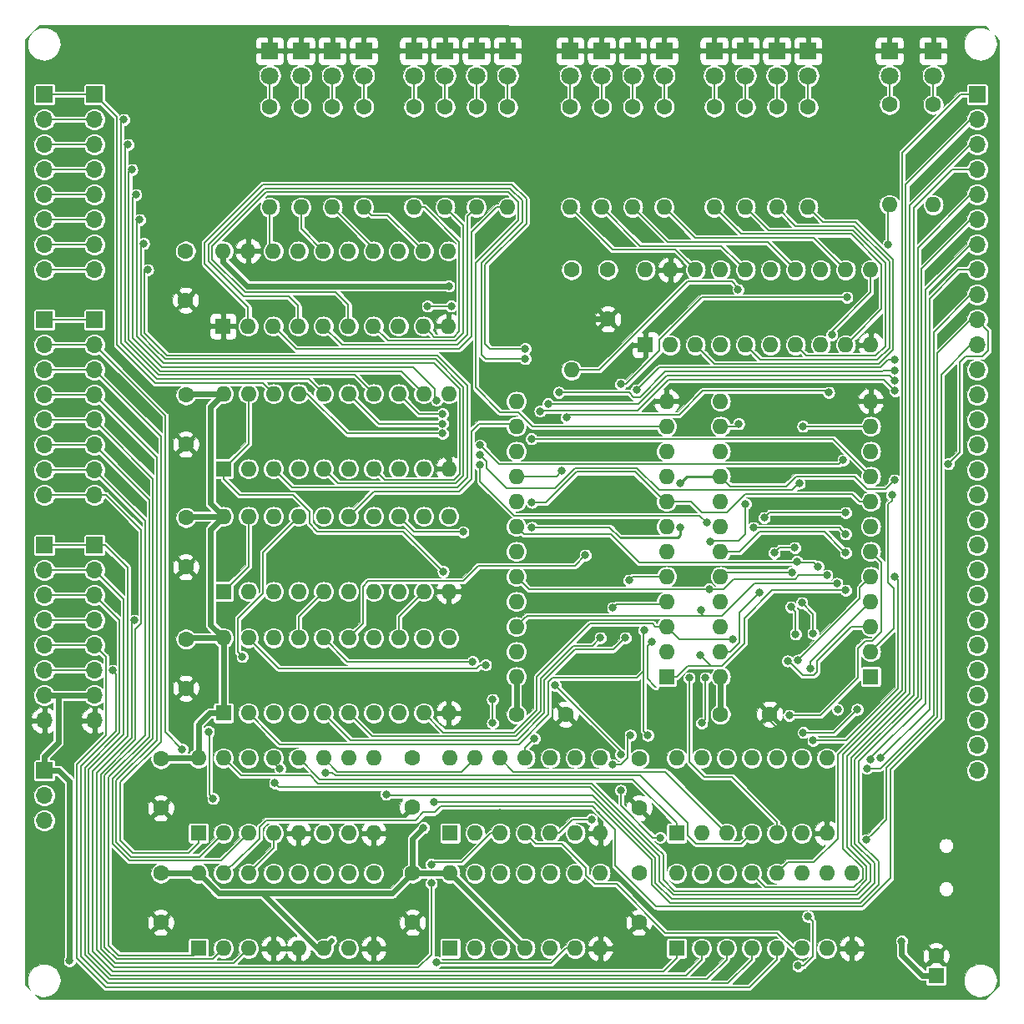
<source format=gbr>
G04 #@! TF.GenerationSoftware,KiCad,Pcbnew,(5.1.2)-2*
G04 #@! TF.CreationDate,2020-03-26T23:32:35+08:00*
G04 #@! TF.ProjectId,ALU1,414c5531-2e6b-4696-9361-645f70636258,rev?*
G04 #@! TF.SameCoordinates,Original*
G04 #@! TF.FileFunction,Copper,L2,Bot*
G04 #@! TF.FilePolarity,Positive*
%FSLAX46Y46*%
G04 Gerber Fmt 4.6, Leading zero omitted, Abs format (unit mm)*
G04 Created by KiCad (PCBNEW (5.1.2)-2) date 2020-03-26 23:32:35*
%MOMM*%
%LPD*%
G04 APERTURE LIST*
%ADD10O,1.700000X1.700000*%
%ADD11R,1.700000X1.700000*%
%ADD12O,1.600000X1.600000*%
%ADD13R,1.600000X1.600000*%
%ADD14C,1.600000*%
%ADD15C,1.800000*%
%ADD16R,1.800000X1.800000*%
%ADD17C,0.800000*%
%ADD18C,0.200000*%
%ADD19C,0.600000*%
%ADD20C,0.250000*%
%ADD21C,0.100000*%
G04 APERTURE END LIST*
D10*
X78994000Y-125730000D03*
X78994000Y-123190000D03*
X78994000Y-120650000D03*
X78994000Y-118110000D03*
X78994000Y-115570000D03*
X78994000Y-113030000D03*
X78994000Y-110490000D03*
D11*
X78994000Y-107950000D03*
D12*
X142494000Y-144145000D03*
X157734000Y-116205000D03*
X142494000Y-141605000D03*
X157734000Y-118745000D03*
X142494000Y-139065000D03*
X157734000Y-121285000D03*
X142494000Y-136525000D03*
X157734000Y-123825000D03*
X142494000Y-133985000D03*
X157734000Y-126365000D03*
X142494000Y-131445000D03*
X157734000Y-128905000D03*
X142494000Y-128905000D03*
X157734000Y-131445000D03*
X142494000Y-126365000D03*
X157734000Y-133985000D03*
X142494000Y-123825000D03*
X157734000Y-136525000D03*
X142494000Y-121285000D03*
X157734000Y-139065000D03*
X142494000Y-118745000D03*
X157734000Y-141605000D03*
X142494000Y-116205000D03*
D13*
X157734000Y-144145000D03*
D12*
X92075000Y-127889000D03*
X114935000Y-135509000D03*
X94615000Y-127889000D03*
X112395000Y-135509000D03*
X97155000Y-127889000D03*
X109855000Y-135509000D03*
X99695000Y-127889000D03*
X107315000Y-135509000D03*
X102235000Y-127889000D03*
X104775000Y-135509000D03*
X104775000Y-127889000D03*
X102235000Y-135509000D03*
X107315000Y-127889000D03*
X99695000Y-135509000D03*
X109855000Y-127889000D03*
X97155000Y-135509000D03*
X112395000Y-127889000D03*
X94615000Y-135509000D03*
X114935000Y-127889000D03*
D13*
X92075000Y-135509000D03*
D12*
X134874000Y-102870000D03*
X157734000Y-110490000D03*
X137414000Y-102870000D03*
X155194000Y-110490000D03*
X139954000Y-102870000D03*
X152654000Y-110490000D03*
X142494000Y-102870000D03*
X150114000Y-110490000D03*
X145034000Y-102870000D03*
X147574000Y-110490000D03*
X147574000Y-102870000D03*
X145034000Y-110490000D03*
X150114000Y-102870000D03*
X142494000Y-110490000D03*
X152654000Y-102870000D03*
X139954000Y-110490000D03*
X155194000Y-102870000D03*
X137414000Y-110490000D03*
X157734000Y-102870000D03*
D13*
X134874000Y-110490000D03*
D12*
X92049600Y-100965000D03*
X114909600Y-108585000D03*
X94589600Y-100965000D03*
X112369600Y-108585000D03*
X97129600Y-100965000D03*
X109829600Y-108585000D03*
X99669600Y-100965000D03*
X107289600Y-108585000D03*
X102209600Y-100965000D03*
X104749600Y-108585000D03*
X104749600Y-100965000D03*
X102209600Y-108585000D03*
X107289600Y-100965000D03*
X99669600Y-108585000D03*
X109829600Y-100965000D03*
X97129600Y-108585000D03*
X112369600Y-100965000D03*
X94589600Y-108585000D03*
X114909600Y-100965000D03*
D13*
X92049600Y-108585000D03*
D12*
X138049000Y-164084000D03*
X155829000Y-171704000D03*
X140589000Y-164084000D03*
X153289000Y-171704000D03*
X143129000Y-164084000D03*
X150749000Y-171704000D03*
X145669000Y-164084000D03*
X148209000Y-171704000D03*
X148209000Y-164084000D03*
X145669000Y-171704000D03*
X150749000Y-164084000D03*
X143129000Y-171704000D03*
X153289000Y-164084000D03*
X140589000Y-171704000D03*
X155829000Y-164084000D03*
D13*
X138049000Y-171704000D03*
D12*
X89535000Y-152400000D03*
X107315000Y-160020000D03*
X92075000Y-152400000D03*
X104775000Y-160020000D03*
X94615000Y-152400000D03*
X102235000Y-160020000D03*
X97155000Y-152400000D03*
X99695000Y-160020000D03*
X99695000Y-152400000D03*
X97155000Y-160020000D03*
X102235000Y-152400000D03*
X94615000Y-160020000D03*
X104775000Y-152400000D03*
X92075000Y-160020000D03*
X107315000Y-152400000D03*
D13*
X89535000Y-160020000D03*
D12*
X89535000Y-164084000D03*
X107315000Y-171704000D03*
X92075000Y-164084000D03*
X104775000Y-171704000D03*
X94615000Y-164084000D03*
X102235000Y-171704000D03*
X97155000Y-164084000D03*
X99695000Y-171704000D03*
X99695000Y-164084000D03*
X97155000Y-171704000D03*
X102235000Y-164084000D03*
X94615000Y-171704000D03*
X104775000Y-164084000D03*
X92075000Y-171704000D03*
X107315000Y-164084000D03*
D13*
X89535000Y-171704000D03*
D12*
X92075000Y-140208000D03*
X114935000Y-147828000D03*
X94615000Y-140208000D03*
X112395000Y-147828000D03*
X97155000Y-140208000D03*
X109855000Y-147828000D03*
X99695000Y-140208000D03*
X107315000Y-147828000D03*
X102235000Y-140208000D03*
X104775000Y-147828000D03*
X104775000Y-140208000D03*
X102235000Y-147828000D03*
X107315000Y-140208000D03*
X99695000Y-147828000D03*
X109855000Y-140208000D03*
X97155000Y-147828000D03*
X112395000Y-140208000D03*
X94615000Y-147828000D03*
X114935000Y-140208000D03*
D13*
X92075000Y-147828000D03*
D12*
X138049000Y-152400000D03*
X153289000Y-160020000D03*
X140589000Y-152400000D03*
X150749000Y-160020000D03*
X143129000Y-152400000D03*
X148209000Y-160020000D03*
X145669000Y-152400000D03*
X145669000Y-160020000D03*
X148209000Y-152400000D03*
X143129000Y-160020000D03*
X150749000Y-152400000D03*
X140589000Y-160020000D03*
X153289000Y-152400000D03*
D13*
X138049000Y-160020000D03*
D12*
X115062000Y-152400000D03*
X130302000Y-160020000D03*
X117602000Y-152400000D03*
X127762000Y-160020000D03*
X120142000Y-152400000D03*
X125222000Y-160020000D03*
X122682000Y-152400000D03*
X122682000Y-160020000D03*
X125222000Y-152400000D03*
X120142000Y-160020000D03*
X127762000Y-152400000D03*
X117602000Y-160020000D03*
X130302000Y-152400000D03*
D13*
X115062000Y-160020000D03*
D12*
X115062000Y-164084000D03*
X130302000Y-171704000D03*
X117602000Y-164084000D03*
X127762000Y-171704000D03*
X120142000Y-164084000D03*
X125222000Y-171704000D03*
X122682000Y-164084000D03*
X122682000Y-171704000D03*
X125222000Y-164084000D03*
X120142000Y-171704000D03*
X127762000Y-164084000D03*
X117602000Y-171704000D03*
X130302000Y-164084000D03*
D13*
X115062000Y-171704000D03*
D12*
X121793000Y-144145000D03*
X137033000Y-116205000D03*
X121793000Y-141605000D03*
X137033000Y-118745000D03*
X121793000Y-139065000D03*
X137033000Y-121285000D03*
X121793000Y-136525000D03*
X137033000Y-123825000D03*
X121793000Y-133985000D03*
X137033000Y-126365000D03*
X121793000Y-131445000D03*
X137033000Y-128905000D03*
X121793000Y-128905000D03*
X137033000Y-131445000D03*
X121793000Y-126365000D03*
X137033000Y-133985000D03*
X121793000Y-123825000D03*
X137033000Y-136525000D03*
X121793000Y-121285000D03*
X137033000Y-139065000D03*
X121793000Y-118745000D03*
X137033000Y-141605000D03*
X121793000Y-116205000D03*
D13*
X137033000Y-144145000D03*
D12*
X92075000Y-115443000D03*
X114935000Y-123063000D03*
X94615000Y-115443000D03*
X112395000Y-123063000D03*
X97155000Y-115443000D03*
X109855000Y-123063000D03*
X99695000Y-115443000D03*
X107315000Y-123063000D03*
X102235000Y-115443000D03*
X104775000Y-123063000D03*
X104775000Y-115443000D03*
X102235000Y-123063000D03*
X107315000Y-115443000D03*
X99695000Y-123063000D03*
X109855000Y-115443000D03*
X97155000Y-123063000D03*
X112395000Y-115443000D03*
X94615000Y-123063000D03*
X114935000Y-115443000D03*
D13*
X92075000Y-123063000D03*
D12*
X151384000Y-96520000D03*
D14*
X151384000Y-86360000D03*
D12*
X148209000Y-96520000D03*
D14*
X148209000Y-86360000D03*
D12*
X145034000Y-96520000D03*
D14*
X145034000Y-86360000D03*
D12*
X141859000Y-96520000D03*
D14*
X141859000Y-86360000D03*
D12*
X136779000Y-96520000D03*
D14*
X136779000Y-86360000D03*
D12*
X133604000Y-96520000D03*
D14*
X133604000Y-86360000D03*
D12*
X130429000Y-96520000D03*
D14*
X130429000Y-86360000D03*
D12*
X127254000Y-96520000D03*
D14*
X127254000Y-86360000D03*
D12*
X120904000Y-96520000D03*
D14*
X120904000Y-86360000D03*
D12*
X117729000Y-96520000D03*
D14*
X117729000Y-86360000D03*
D12*
X114554000Y-96520000D03*
D14*
X114554000Y-86360000D03*
D12*
X111379000Y-96520000D03*
D14*
X111379000Y-86360000D03*
D12*
X106299000Y-96520000D03*
D14*
X106299000Y-86360000D03*
D12*
X103124000Y-96520000D03*
D14*
X103124000Y-86360000D03*
D12*
X99949000Y-96520000D03*
D14*
X99949000Y-86360000D03*
D12*
X96774000Y-96520000D03*
D14*
X96774000Y-86360000D03*
D12*
X164084000Y-96266000D03*
D14*
X164084000Y-86106000D03*
D12*
X159639000Y-96266000D03*
D14*
X159639000Y-86106000D03*
D12*
X127381000Y-113030000D03*
D14*
X127381000Y-102870000D03*
D15*
X164084000Y-83185000D03*
D16*
X164084000Y-80645000D03*
D15*
X159639000Y-83185000D03*
D16*
X159639000Y-80645000D03*
D10*
X73914000Y-158750000D03*
X73914000Y-156210000D03*
D11*
X73914000Y-153670000D03*
D10*
X73914000Y-148590000D03*
X73914000Y-146050000D03*
X73914000Y-143510000D03*
X73914000Y-140970000D03*
X73914000Y-138430000D03*
X73914000Y-135890000D03*
X73914000Y-133350000D03*
D11*
X73914000Y-130810000D03*
D10*
X78994000Y-102870000D03*
X78994000Y-100330000D03*
X78994000Y-97790000D03*
X78994000Y-95250000D03*
X78994000Y-92710000D03*
X78994000Y-90170000D03*
X78994000Y-87630000D03*
D11*
X78994000Y-85090000D03*
D10*
X168529000Y-153670000D03*
X168529000Y-151130000D03*
X168529000Y-148590000D03*
X168529000Y-146050000D03*
X168529000Y-143510000D03*
X168529000Y-140970000D03*
X168529000Y-138430000D03*
X168529000Y-135890000D03*
X168529000Y-133350000D03*
X168529000Y-130810000D03*
X168529000Y-128270000D03*
X168529000Y-125730000D03*
X168529000Y-123190000D03*
X168529000Y-120650000D03*
X168529000Y-118110000D03*
X168529000Y-115570000D03*
X168529000Y-113030000D03*
X168529000Y-110490000D03*
X168529000Y-107950000D03*
X168529000Y-105410000D03*
X168529000Y-102870000D03*
X168529000Y-100330000D03*
X168529000Y-97790000D03*
X168529000Y-95250000D03*
X168529000Y-92710000D03*
X168529000Y-90170000D03*
X168529000Y-87630000D03*
D11*
X168529000Y-85090000D03*
D10*
X78994000Y-148590000D03*
X78994000Y-146050000D03*
X78994000Y-143510000D03*
X78994000Y-140970000D03*
X78994000Y-138430000D03*
X78994000Y-135890000D03*
X78994000Y-133350000D03*
D11*
X78994000Y-130810000D03*
D10*
X73914000Y-125730000D03*
X73914000Y-123190000D03*
X73914000Y-120650000D03*
X73914000Y-118110000D03*
X73914000Y-115570000D03*
X73914000Y-113030000D03*
X73914000Y-110490000D03*
D11*
X73914000Y-107950000D03*
D10*
X73914000Y-102870000D03*
X73914000Y-100330000D03*
X73914000Y-97790000D03*
X73914000Y-95250000D03*
X73914000Y-92710000D03*
X73914000Y-90170000D03*
X73914000Y-87630000D03*
D11*
X73914000Y-85090000D03*
D15*
X151384000Y-83185000D03*
D16*
X151384000Y-80645000D03*
D15*
X148209000Y-83185000D03*
D16*
X148209000Y-80645000D03*
D15*
X145034000Y-83185000D03*
D16*
X145034000Y-80645000D03*
D15*
X141859000Y-83185000D03*
D16*
X141859000Y-80645000D03*
D15*
X136779000Y-83185000D03*
D16*
X136779000Y-80645000D03*
D15*
X133604000Y-83185000D03*
D16*
X133604000Y-80645000D03*
D15*
X130429000Y-83185000D03*
D16*
X130429000Y-80645000D03*
D15*
X127254000Y-83185000D03*
D16*
X127254000Y-80645000D03*
D15*
X120904000Y-83185000D03*
D16*
X120904000Y-80645000D03*
D15*
X117729000Y-83185000D03*
D16*
X117729000Y-80645000D03*
D15*
X114554000Y-83185000D03*
D16*
X114554000Y-80645000D03*
D15*
X111379000Y-83185000D03*
D16*
X111379000Y-80645000D03*
D15*
X106299000Y-83185000D03*
D16*
X106299000Y-80645000D03*
D15*
X103124000Y-83185000D03*
D16*
X103124000Y-80645000D03*
D15*
X99949000Y-83185000D03*
D16*
X99949000Y-80645000D03*
D15*
X96774000Y-83185000D03*
D16*
X96774000Y-80645000D03*
D14*
X164374000Y-172470000D03*
D13*
X164374000Y-174470000D03*
D14*
X131064000Y-107870000D03*
X131064000Y-102870000D03*
X88239600Y-105965000D03*
X88239600Y-100965000D03*
X134239000Y-169084000D03*
X134239000Y-164084000D03*
X88265000Y-120570000D03*
X88265000Y-115570000D03*
X88265000Y-133016000D03*
X88265000Y-128016000D03*
X134239000Y-157480000D03*
X134239000Y-152480000D03*
X147494000Y-147955000D03*
X142494000Y-147955000D03*
X85725000Y-157480000D03*
X85725000Y-152480000D03*
X88265000Y-145335000D03*
X88265000Y-140335000D03*
X111252000Y-169084000D03*
X111252000Y-164084000D03*
X126793000Y-147955000D03*
X121793000Y-147955000D03*
X85725000Y-169084000D03*
X85725000Y-164084000D03*
X111252000Y-157400000D03*
X111252000Y-152400000D03*
D17*
X154374000Y-147470000D03*
X109487672Y-162423894D03*
X97810475Y-150033525D03*
X117374000Y-146470000D03*
X139374000Y-168470000D03*
X144374000Y-168470000D03*
X152374000Y-157470000D03*
X120374000Y-109470000D03*
X119710475Y-121133525D03*
X119374000Y-119315000D03*
X118374000Y-126470000D03*
X118374000Y-130705001D03*
X118374000Y-134470000D03*
X114374000Y-121470000D03*
X102108000Y-149860000D03*
X125857000Y-140208000D03*
X149225000Y-157480000D03*
X144272000Y-157480000D03*
X122174000Y-168402000D03*
X121285000Y-162433000D03*
X146304000Y-141986000D03*
X99695000Y-145034000D03*
X94996000Y-145034000D03*
X109982000Y-145034000D03*
X107315000Y-133477000D03*
X147447000Y-118491000D03*
X147574000Y-107315000D03*
X136779000Y-92710000D03*
X136779000Y-91440000D03*
X138176000Y-91440000D03*
X138176000Y-92710000D03*
X159639000Y-92710000D03*
X159639000Y-91567000D03*
X158496000Y-91567000D03*
X158496000Y-92710000D03*
X94107000Y-80645000D03*
X92964000Y-80645000D03*
X92964000Y-81788000D03*
X139319000Y-80518000D03*
X124079000Y-80645000D03*
X155575000Y-80518000D03*
X161798000Y-80518000D03*
X132842000Y-128905000D03*
X147447000Y-121158000D03*
X132842000Y-142621000D03*
X146431000Y-138049000D03*
X155194000Y-133858000D03*
X155194000Y-124841000D03*
X147447000Y-123698000D03*
X132842000Y-125603000D03*
X134874000Y-126746000D03*
X165862000Y-114681000D03*
X155956000Y-108204000D03*
X118872000Y-99187000D03*
X116332000Y-112141000D03*
X118110000Y-117094000D03*
X92075000Y-119253000D03*
X141224000Y-117602000D03*
X144526000Y-121158000D03*
X118872000Y-169926000D03*
X89535000Y-167259000D03*
X90678000Y-167259000D03*
X90678000Y-168529000D03*
X73660000Y-165735000D03*
X74676000Y-165735000D03*
X74676000Y-166751000D03*
X73660000Y-166751000D03*
X97028000Y-133477000D03*
X78994000Y-128143000D03*
X73914000Y-128143000D03*
X123952000Y-158242000D03*
X157524000Y-157470000D03*
X120142000Y-157988000D03*
X106553000Y-162433000D03*
X153543000Y-137795000D03*
X148971000Y-138049000D03*
X102235000Y-126111000D03*
X114935000Y-104521000D03*
X112374000Y-159470000D03*
X160874000Y-170970000D03*
X84380060Y-102870000D03*
X83980050Y-100203000D03*
X83580040Y-97790000D03*
X83180030Y-95250000D03*
X113704311Y-116110390D03*
X82780020Y-92710000D03*
X82380010Y-90170000D03*
X81980000Y-87630000D03*
X80844001Y-143510000D03*
X83044022Y-138430000D03*
X113157000Y-165100000D03*
X113157000Y-163184000D03*
X150114000Y-139827000D03*
X149644976Y-137071976D03*
X156374000Y-147469978D03*
X123615682Y-150412682D03*
X150897149Y-149819882D03*
X149733000Y-133539000D03*
X151892000Y-139765000D03*
X150749000Y-136652000D03*
X150033001Y-131064000D03*
X147955000Y-131572000D03*
X153797000Y-109474000D03*
X152400000Y-132969000D03*
X150241000Y-132461000D03*
X153289000Y-133858000D03*
X145034000Y-126615999D03*
X141478000Y-130429000D03*
X141351000Y-135255000D03*
X154305000Y-134682000D03*
X140524000Y-137414000D03*
X140462000Y-141986000D03*
X155194000Y-135382000D03*
X151892000Y-150622000D03*
X160209001Y-133985000D03*
X155194000Y-131572000D03*
X145839001Y-129032000D03*
X155194000Y-129667000D03*
X146939000Y-128016000D03*
X146431000Y-135636000D03*
X155194000Y-127508000D03*
X159893000Y-125730000D03*
X124192975Y-117207975D03*
X160209001Y-115149611D03*
X160209000Y-114121356D03*
X124997976Y-116459000D03*
X160209000Y-113074661D03*
X126097975Y-115302975D03*
X160147000Y-112014000D03*
X133985000Y-115062000D03*
X160147000Y-124206000D03*
X157316883Y-160691117D03*
X123374000Y-129004999D03*
X116374000Y-129470000D03*
X138430000Y-129032000D03*
X138430000Y-124522000D03*
X165609100Y-122555000D03*
X157339683Y-153446890D03*
X139319018Y-144272000D03*
X158760052Y-152372342D03*
X118668475Y-142951525D03*
X117348000Y-142621000D03*
X157735583Y-152528583D03*
X113411000Y-156878050D03*
X108585000Y-156078030D03*
X97282000Y-154940000D03*
X144290982Y-104894755D03*
X144337000Y-118491000D03*
X132374000Y-114470000D03*
X159511525Y-100332475D03*
X128778000Y-131826000D03*
X155321000Y-105664000D03*
X125730011Y-145034000D03*
X114374036Y-133470000D03*
X136374000Y-160470000D03*
X132374008Y-155678020D03*
X132374000Y-152049000D03*
X112776000Y-106553000D03*
X115189000Y-106553000D03*
X129413000Y-158623000D03*
X131526881Y-153077989D03*
X133350000Y-150093490D03*
X140970000Y-144272000D03*
X140589000Y-148855000D03*
X141097000Y-128524000D03*
X114300000Y-119475006D03*
X118110000Y-122682000D03*
X114300000Y-118475003D03*
X118111492Y-121660760D03*
X150495000Y-124525000D03*
X150853999Y-118745000D03*
X122682000Y-111887000D03*
X118105493Y-120660776D03*
X114300000Y-117475000D03*
X154940000Y-122174000D03*
X122682000Y-110871000D03*
X123317000Y-120015000D03*
X123374000Y-126470000D03*
X134747000Y-139446000D03*
X135128000Y-150093490D03*
X149479000Y-148082000D03*
X135509000Y-140589000D03*
X133223000Y-134366000D03*
X132842000Y-140208000D03*
X150374000Y-142470000D03*
X151583337Y-143322290D03*
X131572000Y-137160000D03*
X130302000Y-140208000D03*
X143764000Y-140335000D03*
X149302810Y-142551240D03*
X113665000Y-173101000D03*
X93980000Y-142113000D03*
X119374000Y-146470000D03*
X119374000Y-148855000D03*
X97790000Y-153478000D03*
X102414820Y-153878010D03*
X91020024Y-156502976D03*
X90551000Y-149733000D03*
X150374000Y-173470000D03*
X151374000Y-168470000D03*
X76454000Y-172974000D03*
X153474010Y-115316000D03*
X126397976Y-123273999D03*
X126873000Y-117859001D03*
X87884000Y-151500000D03*
D18*
X109374000Y-159470000D02*
X109374000Y-162310222D01*
X109374000Y-162310222D02*
X109487672Y-162423894D01*
D19*
X139374000Y-168470000D02*
X144374000Y-168470000D01*
D18*
X151974001Y-157070001D02*
X152374000Y-157470000D01*
X149648999Y-154744999D02*
X151974001Y-157070001D01*
X149648999Y-150744999D02*
X149648999Y-154744999D01*
X147494000Y-148590000D02*
X149648999Y-150744999D01*
X147494000Y-147955000D02*
X147494000Y-148590000D01*
D19*
X131064000Y-107870000D02*
X121974000Y-107870000D01*
X121974000Y-107870000D02*
X120374000Y-109470000D01*
X119710475Y-121133525D02*
X119710475Y-119651475D01*
X119710475Y-119651475D02*
X119374000Y-119315000D01*
X118374000Y-126470000D02*
X118374000Y-130705001D01*
X114935000Y-123063000D02*
X114935000Y-122031000D01*
X114935000Y-122031000D02*
X114374000Y-121470000D01*
D18*
X97810475Y-150033525D02*
X101934475Y-150033525D01*
X101934475Y-150033525D02*
X102108000Y-149860000D01*
D19*
X103034999Y-170904001D02*
X102235000Y-171704000D01*
X89535000Y-164084000D02*
X85725000Y-164084000D01*
X111252000Y-164084000D02*
X115062000Y-164084000D01*
X115062000Y-164084000D02*
X120904000Y-169926000D01*
X120904000Y-169926000D02*
X122682000Y-171704000D01*
X121793000Y-147955000D02*
X121793000Y-144145000D01*
X85805000Y-152400000D02*
X85725000Y-152480000D01*
X89535000Y-152400000D02*
X85805000Y-152400000D01*
X92075000Y-147828000D02*
X92075000Y-140208000D01*
X88392000Y-140208000D02*
X88265000Y-140335000D01*
X92075000Y-140208000D02*
X88392000Y-140208000D01*
X91275001Y-139408001D02*
X92075000Y-140208000D01*
X90774999Y-138907999D02*
X91275001Y-139408001D01*
X90774999Y-129189001D02*
X90774999Y-138907999D01*
X92075000Y-127889000D02*
X90774999Y-129189001D01*
X88392000Y-127889000D02*
X88265000Y-128016000D01*
X92075000Y-127889000D02*
X88392000Y-127889000D01*
X91275001Y-127089001D02*
X92075000Y-127889000D01*
X90774999Y-126588999D02*
X91275001Y-127089001D01*
X90774999Y-116743001D02*
X90774999Y-126588999D01*
X92075000Y-115443000D02*
X90774999Y-116743001D01*
X88392000Y-115443000D02*
X88265000Y-115570000D01*
X92075000Y-115443000D02*
X88392000Y-115443000D01*
X94474230Y-104521000D02*
X95377000Y-104521000D01*
X92049600Y-102096370D02*
X94474230Y-104521000D01*
X92049600Y-100965000D02*
X92049600Y-102096370D01*
X114935000Y-104521000D02*
X95377000Y-104521000D01*
X111252000Y-160592000D02*
X111252000Y-164084000D01*
X112374000Y-159470000D02*
X111252000Y-160592000D01*
X164374000Y-174470000D02*
X162974000Y-174470000D01*
X160874000Y-171535685D02*
X160874000Y-170970000D01*
X160874000Y-172370000D02*
X160874000Y-171535685D01*
X162974000Y-174470000D02*
X160874000Y-172370000D01*
X101619002Y-171704000D02*
X102235000Y-171704000D01*
X96031002Y-166116000D02*
X101619002Y-171704000D01*
X89535000Y-164084000D02*
X91567000Y-166116000D01*
X91567000Y-166116000D02*
X94996000Y-166116000D01*
X94996000Y-166116000D02*
X96031002Y-166116000D01*
X142494000Y-144145000D02*
X142494000Y-147955000D01*
X109220000Y-166116000D02*
X111252000Y-164084000D01*
X94996000Y-166116000D02*
X109220000Y-166116000D01*
X89535000Y-152400000D02*
X89535000Y-148968000D01*
X90675000Y-147828000D02*
X92075000Y-147828000D01*
X89535000Y-148968000D02*
X90675000Y-147828000D01*
D18*
X96774000Y-83185000D02*
X96774000Y-86360000D01*
X99949000Y-83185000D02*
X99949000Y-86360000D01*
X103124000Y-86360000D02*
X103124000Y-85228630D01*
X103124000Y-84457792D02*
X103124000Y-86360000D01*
X103124000Y-83185000D02*
X103124000Y-84457792D01*
X106299000Y-83185000D02*
X106299000Y-86360000D01*
X111379000Y-84457792D02*
X111379000Y-86360000D01*
X111379000Y-83185000D02*
X111379000Y-84457792D01*
X114554000Y-84457792D02*
X114554000Y-86360000D01*
X114554000Y-83185000D02*
X114554000Y-84457792D01*
X117729000Y-84457792D02*
X117729000Y-86360000D01*
X117729000Y-83185000D02*
X117729000Y-84457792D01*
X120904000Y-84457792D02*
X120904000Y-86360000D01*
X120904000Y-83185000D02*
X120904000Y-84457792D01*
X127254000Y-84457792D02*
X127254000Y-86360000D01*
X127254000Y-83185000D02*
X127254000Y-84457792D01*
X130429000Y-84457792D02*
X130429000Y-86360000D01*
X130429000Y-83185000D02*
X130429000Y-84457792D01*
X133604000Y-83185000D02*
X133604000Y-86360000D01*
X136779000Y-84457792D02*
X136779000Y-86360000D01*
X136779000Y-83185000D02*
X136779000Y-84457792D01*
X141859000Y-84457792D02*
X141859000Y-86360000D01*
X141859000Y-83185000D02*
X141859000Y-84457792D01*
X145034000Y-84457792D02*
X145034000Y-86360000D01*
X145034000Y-83185000D02*
X145034000Y-84457792D01*
X148209000Y-84457792D02*
X148209000Y-86360000D01*
X148209000Y-83185000D02*
X148209000Y-84457792D01*
X151384000Y-84457792D02*
X151384000Y-86360000D01*
X151384000Y-83185000D02*
X151384000Y-84457792D01*
X78994000Y-102870000D02*
X73974000Y-102870000D01*
X116835021Y-123922379D02*
X115794379Y-124963021D01*
X115794379Y-124963021D02*
X99055021Y-124963021D01*
X97954999Y-123862999D02*
X97155000Y-123063000D01*
X99055021Y-124963021D02*
X97954999Y-123862999D01*
X84380060Y-102870000D02*
X84201000Y-102870000D01*
X84201000Y-102870000D02*
X84080070Y-102990930D01*
X84380060Y-102870000D02*
X84328000Y-102870000D01*
X116835021Y-114583621D02*
X116835021Y-123922379D01*
X113794329Y-111542929D02*
X116835021Y-114583621D01*
X86327627Y-111542929D02*
X113794329Y-111542929D01*
X84091674Y-109306976D02*
X86327627Y-111542929D01*
X84080070Y-109306976D02*
X84091674Y-109306976D01*
X84080070Y-103117930D02*
X84080070Y-109306976D01*
X84328000Y-102870000D02*
X84080070Y-103117930D01*
X78994000Y-100330000D02*
X73914000Y-100330000D01*
X99695000Y-138049000D02*
X99695000Y-140208000D01*
X102235000Y-135509000D02*
X99695000Y-138049000D01*
X103735011Y-124563011D02*
X102235000Y-123063000D01*
X115628690Y-124563011D02*
X103735011Y-124563011D01*
X116435011Y-114749310D02*
X116435011Y-123756690D01*
X83680060Y-109472664D02*
X85078396Y-110871000D01*
X113628640Y-111942939D02*
X116435011Y-114749310D01*
X83693000Y-101841060D02*
X83680060Y-101854000D01*
X83693000Y-100490050D02*
X83693000Y-101841060D01*
X83680060Y-101854000D02*
X83680060Y-109472664D01*
X83980050Y-100203000D02*
X83693000Y-100490050D01*
X116435011Y-123756690D02*
X115628690Y-124563011D01*
X85090000Y-110871000D02*
X86161939Y-111942939D01*
X85078396Y-110871000D02*
X85090000Y-110871000D01*
X86161939Y-111942939D02*
X113628640Y-111942939D01*
X78994000Y-97790000D02*
X73914000Y-97790000D01*
X83439000Y-97790000D02*
X83280050Y-97948950D01*
X83580040Y-97790000D02*
X83439000Y-97790000D01*
X108114999Y-123862999D02*
X107315000Y-123063000D01*
X116035001Y-123591001D02*
X115463001Y-124163001D01*
X108415001Y-124163001D02*
X108114999Y-123862999D01*
X83280050Y-97948950D02*
X83280050Y-109638352D01*
X83280050Y-109638352D02*
X85984647Y-112342949D01*
X85984647Y-112342949D02*
X113462951Y-112342949D01*
X113462951Y-112342949D02*
X116035001Y-114914999D01*
X115463001Y-124163001D02*
X108415001Y-124163001D01*
X116035001Y-114914999D02*
X116035001Y-123591001D01*
X78994000Y-95250000D02*
X73914000Y-95250000D01*
X82880040Y-95549990D02*
X83180030Y-95250000D01*
X113495001Y-114914999D02*
X111322961Y-112742959D01*
X111322961Y-112742959D02*
X85818959Y-112742959D01*
X85818959Y-112742959D02*
X82880040Y-109804040D01*
X82880040Y-109804040D02*
X82880040Y-95549990D01*
X109855000Y-138049000D02*
X109855000Y-140208000D01*
X112395000Y-135509000D02*
X109855000Y-138049000D01*
X113495001Y-114914999D02*
X113495001Y-115901080D01*
X113495001Y-115901080D02*
X113704311Y-116110390D01*
X78994000Y-92710000D02*
X73914000Y-92710000D01*
X82677000Y-92710000D02*
X82480030Y-92906970D01*
X82780020Y-92710000D02*
X82677000Y-92710000D01*
X82480030Y-92906970D02*
X82480030Y-109992936D01*
X111595001Y-114643001D02*
X112395000Y-115443000D01*
X110094969Y-113142969D02*
X111595001Y-114643001D01*
X85630063Y-113142969D02*
X110094969Y-113142969D01*
X82480030Y-109992936D02*
X85630063Y-113142969D01*
X78994000Y-90170000D02*
X73914000Y-90170000D01*
X82380010Y-90212990D02*
X82080020Y-90512980D01*
X82380010Y-90170000D02*
X82380010Y-90212990D01*
X82080020Y-90512980D02*
X82080020Y-110158624D01*
X106515001Y-114643001D02*
X107315000Y-115443000D01*
X105414979Y-113542979D02*
X106515001Y-114643001D01*
X85464375Y-113542979D02*
X105414979Y-113542979D01*
X82080020Y-110158624D02*
X85464375Y-113542979D01*
X77791919Y-87630000D02*
X73914000Y-87630000D01*
X78994000Y-87630000D02*
X77791919Y-87630000D01*
X81915000Y-87630000D02*
X81680010Y-87864990D01*
X81980000Y-87630000D02*
X81915000Y-87630000D01*
X81680010Y-87864990D02*
X81680010Y-110324312D01*
X81680010Y-110324312D02*
X85298687Y-113942989D01*
X100734989Y-113942989D02*
X102235000Y-115443000D01*
X85298687Y-113942989D02*
X100734989Y-113942989D01*
X78994000Y-85090000D02*
X73914000Y-85090000D01*
X81280000Y-87376000D02*
X78994000Y-85090000D01*
X81280000Y-110490000D02*
X81280000Y-87376000D01*
X85132999Y-114342999D02*
X81280000Y-110490000D01*
X97155000Y-115443000D02*
X96054999Y-114342999D01*
X96054999Y-114342999D02*
X85132999Y-114342999D01*
X78994000Y-125730000D02*
X73914000Y-125730000D01*
X93091000Y-173228000D02*
X94615000Y-171704000D01*
X81118188Y-173228000D02*
X93091000Y-173228000D01*
X79616060Y-171725872D02*
X81118188Y-173228000D01*
X79616060Y-154029132D02*
X79616060Y-171725872D01*
X78994000Y-125730000D02*
X80196081Y-125730000D01*
X80196081Y-125730000D02*
X83744023Y-129277942D01*
X83744023Y-129277942D02*
X83744023Y-138766001D01*
X83744023Y-138766001D02*
X83144042Y-139365982D01*
X83144042Y-139365982D02*
X83144042Y-150501151D01*
X83144042Y-150501151D02*
X79616060Y-154029132D01*
X78994000Y-123190000D02*
X73914000Y-123190000D01*
X79843999Y-124039999D02*
X78994000Y-123190000D01*
X84144033Y-128340033D02*
X79843999Y-124039999D01*
X92075000Y-171704000D02*
X90974999Y-172804001D01*
X90974999Y-172804001D02*
X81259887Y-172804001D01*
X81259887Y-172804001D02*
X80016070Y-171560184D01*
X80016070Y-171560184D02*
X80016070Y-154194820D01*
X80016070Y-154194820D02*
X84144033Y-150066859D01*
X84144033Y-150066859D02*
X84144033Y-128340033D01*
X77791919Y-120650000D02*
X73914000Y-120650000D01*
X78994000Y-120650000D02*
X77791919Y-120650000D01*
X84544043Y-126200043D02*
X84544043Y-128174344D01*
X78994000Y-120650000D02*
X84544043Y-126200043D01*
X84544043Y-150232548D02*
X80416080Y-154360511D01*
X84544043Y-128174344D02*
X84544043Y-150232548D01*
X80416080Y-170459080D02*
X80416080Y-170586080D01*
X80416080Y-154360511D02*
X80416080Y-170459080D01*
X80416080Y-171394496D02*
X80416080Y-170459080D01*
X81425575Y-172403991D02*
X80416080Y-171394496D01*
X89089009Y-172403991D02*
X81425575Y-172403991D01*
X89535000Y-171958000D02*
X89089009Y-172403991D01*
X89535000Y-171704000D02*
X89535000Y-171958000D01*
X78994000Y-118110000D02*
X73914000Y-118110000D01*
X94615000Y-160020000D02*
X91821000Y-162814000D01*
X82550000Y-162814000D02*
X80816090Y-161080090D01*
X91821000Y-162814000D02*
X82550000Y-162814000D01*
X80816090Y-161080090D02*
X80816090Y-154526199D01*
X79843999Y-118959999D02*
X78994000Y-118110000D01*
X84944053Y-124060053D02*
X79843999Y-118959999D01*
X84944053Y-150398237D02*
X84944053Y-124060053D01*
X80816090Y-154526199D02*
X84944053Y-150398237D01*
X78994000Y-115570000D02*
X73914000Y-115570000D01*
X82715688Y-162413990D02*
X89681010Y-162413990D01*
X81216100Y-160914402D02*
X82715688Y-162413990D01*
X78994000Y-115570000D02*
X85344000Y-121920000D01*
X89681010Y-162413990D02*
X92075000Y-160020000D01*
X85344000Y-121920000D02*
X85344000Y-123894301D01*
X85344063Y-123894364D02*
X85344063Y-150563926D01*
X85344000Y-123894301D02*
X85344063Y-123894364D01*
X85344063Y-150563926D02*
X81216100Y-154691889D01*
X81216100Y-154691889D02*
X81216100Y-160914402D01*
X77791919Y-113030000D02*
X73914000Y-113030000D01*
X78994000Y-113030000D02*
X77791919Y-113030000D01*
X89535000Y-161020000D02*
X88541020Y-162013980D01*
X89535000Y-160020000D02*
X89535000Y-161020000D01*
X88541020Y-162013980D02*
X82881376Y-162013980D01*
X82881376Y-162013980D02*
X81616110Y-160748714D01*
X79843999Y-113879999D02*
X78994000Y-113030000D01*
X85744073Y-119780073D02*
X79843999Y-113879999D01*
X85744073Y-150729615D02*
X85744073Y-119780073D01*
X81616110Y-154857577D02*
X85744073Y-150729615D01*
X81616110Y-160748714D02*
X81616110Y-154857577D01*
X78994000Y-107950000D02*
X73914000Y-107950000D01*
X78994000Y-143510000D02*
X73914000Y-143510000D01*
X145669000Y-172835370D02*
X145669000Y-171704000D01*
X143263380Y-175240990D02*
X145669000Y-172835370D01*
X80302688Y-175240990D02*
X143263380Y-175240990D01*
X80844001Y-143510000D02*
X80844001Y-143582001D01*
X80844001Y-143582001D02*
X81143992Y-143881992D01*
X81143992Y-143881992D02*
X81143992Y-149672706D01*
X81143992Y-149672706D02*
X77616010Y-153200688D01*
X77616010Y-153200688D02*
X77616010Y-172554312D01*
X77616010Y-172554312D02*
X80302688Y-175240990D01*
X77791919Y-140970000D02*
X73914000Y-140970000D01*
X78994000Y-140970000D02*
X77791919Y-140970000D01*
X148209000Y-172835370D02*
X145403370Y-175641000D01*
X148209000Y-171704000D02*
X148209000Y-172835370D01*
X145403370Y-175641000D02*
X80137000Y-175641000D01*
X80137000Y-175641000D02*
X77216000Y-172720000D01*
X77216000Y-172720000D02*
X77216000Y-153035000D01*
X79843999Y-141819999D02*
X78994000Y-140970000D01*
X80144001Y-142120001D02*
X79843999Y-141819999D01*
X80144001Y-150106999D02*
X80144001Y-142120001D01*
X77216000Y-153035000D02*
X80144001Y-150106999D01*
X78994000Y-138430000D02*
X73914000Y-138430000D01*
X83044022Y-138443978D02*
X82744032Y-138743968D01*
X83044022Y-138430000D02*
X83044022Y-138443978D01*
X82744032Y-150335462D02*
X79216050Y-153863444D01*
X82744032Y-138743968D02*
X82744032Y-150335462D01*
X79216050Y-153863444D02*
X79216050Y-171891560D01*
X79216050Y-171891560D02*
X80965440Y-173640950D01*
X109315050Y-173640950D02*
X111855050Y-173640950D01*
X109315050Y-173640950D02*
X109673052Y-173640950D01*
X80965440Y-173640950D02*
X109315050Y-173640950D01*
X111855050Y-173640950D02*
X113157000Y-172339000D01*
X113157000Y-172339000D02*
X113157000Y-165100000D01*
X113357001Y-162983999D02*
X113157000Y-163184000D01*
X116266003Y-162983999D02*
X113357001Y-162983999D01*
X120142000Y-160020000D02*
X119230002Y-160020000D01*
X119230002Y-160020000D02*
X116266003Y-162983999D01*
X77791919Y-135890000D02*
X73914000Y-135890000D01*
X78994000Y-135890000D02*
X77791919Y-135890000D01*
X143129000Y-172835370D02*
X141123390Y-174840980D01*
X143129000Y-171704000D02*
X143129000Y-172835370D01*
X141123390Y-174840980D02*
X80468376Y-174840980D01*
X80468376Y-174840980D02*
X78016020Y-172388624D01*
X79843999Y-136739999D02*
X78994000Y-135890000D01*
X81544002Y-138440002D02*
X79843999Y-136739999D01*
X81544002Y-149838395D02*
X81544002Y-138440002D01*
X78016020Y-153366376D02*
X81544002Y-149838395D01*
X78016020Y-172388624D02*
X78016020Y-153366376D01*
X78994000Y-133350000D02*
X73914000Y-133350000D01*
X140589000Y-171704000D02*
X140589000Y-172847000D01*
X140589000Y-172847000D02*
X138995030Y-174440970D01*
X81944012Y-136300012D02*
X78994000Y-133350000D01*
X138995030Y-174440970D02*
X80634064Y-174440970D01*
X80634064Y-174440970D02*
X78416030Y-172222936D01*
X78416030Y-172222936D02*
X78416030Y-153532066D01*
X81944012Y-150004084D02*
X81944012Y-136300012D01*
X78416030Y-153532066D02*
X81944012Y-150004084D01*
X77944000Y-130810000D02*
X73914000Y-130810000D01*
X78994000Y-130810000D02*
X77944000Y-130810000D01*
X80044000Y-130810000D02*
X78994000Y-130810000D01*
X82344022Y-133110022D02*
X80044000Y-130810000D01*
X82344022Y-150169773D02*
X82344022Y-133110022D01*
X138049000Y-171704000D02*
X138049000Y-172704000D01*
X138049000Y-172704000D02*
X136712040Y-174040960D01*
X136712040Y-174040960D02*
X80799752Y-174040960D01*
X80799752Y-174040960D02*
X78816040Y-172057248D01*
X78816040Y-172057248D02*
X78816040Y-153697754D01*
X78816040Y-153697754D02*
X82344022Y-150169773D01*
X150114000Y-139827000D02*
X150114000Y-137541000D01*
X150114000Y-137541000D02*
X149644976Y-137071976D01*
X123615682Y-150412682D02*
X122682000Y-151346364D01*
X122682000Y-151346364D02*
X122682000Y-152400000D01*
X150897149Y-149819882D02*
X154024096Y-149819882D01*
X154024096Y-149819882D02*
X156373958Y-147470020D01*
X156373958Y-147470020D02*
X156374000Y-147469978D01*
X142940000Y-133539000D02*
X142494000Y-133985000D01*
X149733000Y-133539000D02*
X142940000Y-133539000D01*
X151892000Y-139765000D02*
X151892000Y-137795000D01*
X151892000Y-137795000D02*
X150749000Y-136652000D01*
X150033001Y-131064000D02*
X148463000Y-131064000D01*
X148463000Y-131064000D02*
X147955000Y-131572000D01*
X157734000Y-102870000D02*
X157734000Y-105156000D01*
X157734000Y-105156000D02*
X153797000Y-109093000D01*
X153797000Y-109093000D02*
X153797000Y-109474000D01*
X152400000Y-132969000D02*
X151976001Y-132545001D01*
X151976001Y-132545001D02*
X149140999Y-132545001D01*
X150156999Y-132545001D02*
X149140999Y-132545001D01*
X150241000Y-132461000D02*
X150156999Y-132545001D01*
X135932999Y-132545001D02*
X149140999Y-132545001D01*
X134229947Y-132545001D02*
X135932999Y-132545001D01*
X131389945Y-129704999D02*
X134229947Y-132545001D01*
X122592999Y-129704999D02*
X131389945Y-129704999D01*
X121793000Y-128905000D02*
X122592999Y-129704999D01*
X123063000Y-135255000D02*
X121793000Y-133985000D01*
X142852002Y-135255000D02*
X123063000Y-135255000D01*
X141351000Y-135255000D02*
X142852002Y-135255000D01*
X145034000Y-129667000D02*
X145034000Y-126615999D01*
X144356001Y-130344999D02*
X145034000Y-129667000D01*
X141562001Y-130344999D02*
X144356001Y-130344999D01*
X141478000Y-130429000D02*
X141562001Y-130344999D01*
X143868002Y-134239000D02*
X142852002Y-135255000D01*
X150069002Y-134239000D02*
X143868002Y-134239000D01*
X150450002Y-133858000D02*
X150069002Y-134239000D01*
X153289000Y-133858000D02*
X150450002Y-133858000D01*
X145965002Y-134682000D02*
X142682003Y-137964999D01*
X154305000Y-134682000D02*
X145965002Y-134682000D01*
X142682003Y-137964999D02*
X140758999Y-137964999D01*
X140524000Y-137730000D02*
X140758999Y-137964999D01*
X140524000Y-137414000D02*
X140524000Y-137730000D01*
X122592999Y-138265001D02*
X121793000Y-139065000D01*
X140758999Y-137964999D02*
X122893001Y-137964999D01*
X122893001Y-137964999D02*
X122592999Y-138265001D01*
X138033000Y-144145000D02*
X137033000Y-144145000D01*
X139133001Y-143044999D02*
X138033000Y-144145000D01*
X141393999Y-143044999D02*
X139133001Y-143044999D01*
X141520999Y-143044999D02*
X141689001Y-143044999D01*
X140462000Y-141986000D02*
X141520999Y-143044999D01*
X141393999Y-143044999D02*
X141689001Y-143044999D01*
X142655702Y-143044999D02*
X141689001Y-143044999D01*
X144907000Y-140793700D02*
X142655702Y-143044999D01*
X144907000Y-138196002D02*
X144907000Y-140793700D01*
X147721002Y-135382000D02*
X144907000Y-138196002D01*
X155194000Y-135382000D02*
X147721002Y-135382000D01*
X155258002Y-150622000D02*
X160508990Y-145371012D01*
X151892000Y-150622000D02*
X155258002Y-150622000D01*
X160508990Y-145371012D02*
X160508990Y-134284989D01*
X160508990Y-134284989D02*
X160209001Y-133985000D01*
X144462003Y-131445000D02*
X146474993Y-129432010D01*
X146474993Y-129432010D02*
X153054010Y-129432010D01*
X153054010Y-129432010D02*
X154794001Y-131172001D01*
X154794001Y-131172001D02*
X155194000Y-131572000D01*
X142494000Y-131445000D02*
X144462003Y-131445000D01*
X145839001Y-129032000D02*
X154559000Y-129032000D01*
X154559000Y-129032000D02*
X154794001Y-129267001D01*
X154794001Y-129267001D02*
X155194000Y-129667000D01*
X143530002Y-141605000D02*
X142494000Y-141605000D01*
X144464001Y-140671001D02*
X143530002Y-141605000D01*
X144464001Y-137602999D02*
X144464001Y-140671001D01*
X146431000Y-135636000D02*
X144464001Y-137602999D01*
X146939000Y-128016000D02*
X147447000Y-127508000D01*
X154628315Y-127508000D02*
X155194000Y-127508000D01*
X147447000Y-127508000D02*
X154628315Y-127508000D01*
X159509000Y-126679685D02*
X159509000Y-134617000D01*
X159893000Y-125730000D02*
X159893000Y-126295685D01*
X159893000Y-126295685D02*
X159509000Y-126679685D01*
X159509000Y-134617000D02*
X160108980Y-135216980D01*
X160108980Y-139230020D02*
X157734000Y-141605000D01*
X160108980Y-135216980D02*
X160108980Y-139230020D01*
X124241949Y-117159001D02*
X124192975Y-117207975D01*
X134055398Y-117159001D02*
X124241949Y-117159001D01*
X137224337Y-113990061D02*
X134055398Y-117159001D01*
X158821061Y-113990061D02*
X137224337Y-113990061D01*
X158821061Y-113990061D02*
X159049451Y-113990061D01*
X159049451Y-113990061D02*
X160209001Y-115149611D01*
X159677695Y-113590051D02*
X159090446Y-113590051D01*
X160209000Y-114121356D02*
X159677695Y-113590051D01*
X134189700Y-116459000D02*
X124997976Y-116459000D01*
X159090446Y-113590051D02*
X137058649Y-113590051D01*
X137058649Y-113590051D02*
X134189700Y-116459000D01*
X159040137Y-113074661D02*
X158924757Y-113190041D01*
X160209000Y-113074661D02*
X159040137Y-113074661D01*
X134321001Y-115762001D02*
X133669001Y-115762001D01*
X158924757Y-113190041D02*
X136892961Y-113190041D01*
X136892961Y-113190041D02*
X134321001Y-115762001D01*
X133669001Y-115762001D02*
X133209975Y-115302975D01*
X133209975Y-115302975D02*
X126097975Y-115302975D01*
X136256969Y-112790031D02*
X133985000Y-115062000D01*
X158759067Y-112790031D02*
X136256969Y-112790031D01*
X159535098Y-112014000D02*
X158759067Y-112790031D01*
X160147000Y-112014000D02*
X159535098Y-112014000D01*
X95715001Y-160548001D02*
X92979001Y-163284001D01*
X95715001Y-159427999D02*
X95715001Y-160548001D01*
X111530002Y-158750000D02*
X96393000Y-158750000D01*
X112360015Y-157919987D02*
X111530002Y-158750000D01*
X96393000Y-158750000D02*
X95715001Y-159427999D01*
X92979001Y-163284001D02*
X92874999Y-163284001D01*
X92874999Y-163284001D02*
X92075000Y-164084000D01*
X113479013Y-157919987D02*
X114120940Y-157278060D01*
X112360015Y-157919987D02*
X113479013Y-157919987D01*
X129488266Y-157278060D02*
X130313603Y-158103397D01*
X114120940Y-157278060D02*
X129488266Y-157278060D01*
X130313603Y-158103397D02*
X130130193Y-157919987D01*
X131826000Y-159615794D02*
X130313603Y-158103397D01*
X131826000Y-163322000D02*
X131826000Y-159615794D01*
X135985050Y-167481050D02*
X131826000Y-163322000D01*
X156888447Y-167481050D02*
X135985050Y-167481050D01*
X168529000Y-110490000D02*
X167894000Y-110490000D01*
X167894000Y-110490000D02*
X164909100Y-113474900D01*
X164909100Y-113474900D02*
X164909100Y-148390692D01*
X164909100Y-148390692D02*
X159761396Y-153538396D01*
X159761396Y-153538396D02*
X159761396Y-164608100D01*
X159761396Y-164608100D02*
X156888447Y-167481050D01*
X111436000Y-129470000D02*
X109855000Y-127889000D01*
X116374000Y-129470000D02*
X111436000Y-129470000D01*
D20*
X132316001Y-130030001D02*
X138193999Y-130030001D01*
X138193999Y-130030001D02*
X138430000Y-129794000D01*
X138430000Y-129794000D02*
X138430000Y-129032000D01*
X138430000Y-124522000D02*
X139127000Y-123825000D01*
X139127000Y-123825000D02*
X142494000Y-123825000D01*
D18*
X169081001Y-111640001D02*
X167378999Y-111640001D01*
X169679001Y-111042001D02*
X169081001Y-111640001D01*
X166743999Y-121420101D02*
X165609100Y-122555000D01*
X168529000Y-107950000D02*
X169679001Y-109100001D01*
X169679001Y-109100001D02*
X169679001Y-111042001D01*
X166743999Y-112275001D02*
X166743999Y-121420101D01*
X167378999Y-111640001D02*
X166743999Y-112275001D01*
X123939685Y-129004999D02*
X123374000Y-129004999D01*
X131255643Y-129004999D02*
X123939685Y-129004999D01*
X132280645Y-130030001D02*
X131255643Y-129004999D01*
X132316001Y-130030001D02*
X132280645Y-130030001D01*
X143490990Y-124821990D02*
X142494000Y-123825000D01*
X159258000Y-125095000D02*
X157375998Y-125095000D01*
X160147000Y-124206000D02*
X159258000Y-125095000D01*
X157375998Y-125095000D02*
X156105998Y-123825000D01*
X156105998Y-123825000D02*
X150158999Y-123824999D01*
X150158999Y-123824999D02*
X149162008Y-124821990D01*
X149162008Y-124821990D02*
X143490990Y-124821990D01*
X158051500Y-159956500D02*
X157316883Y-160691117D01*
X159361386Y-158646614D02*
X158051500Y-159956500D01*
X159361386Y-153372707D02*
X159361386Y-158646614D01*
X159732548Y-153001548D02*
X159361386Y-153372707D01*
X164509090Y-148225005D02*
X159732548Y-153001548D01*
X164509090Y-111334910D02*
X164509090Y-148225005D01*
X167894000Y-107950000D02*
X164509090Y-111334910D01*
X168529000Y-107950000D02*
X167894000Y-107950000D01*
X148209000Y-160020000D02*
X148209000Y-158888630D01*
X148209000Y-158888630D02*
X143625370Y-154305000D01*
X143625370Y-154305000D02*
X140865998Y-154305000D01*
X168529000Y-105410000D02*
X167894000Y-105410000D01*
X167894000Y-105410000D02*
X164109080Y-109194920D01*
X164109080Y-109194920D02*
X164109080Y-148059316D01*
X164109080Y-148059316D02*
X158721506Y-153446890D01*
X158721506Y-153446890D02*
X157905368Y-153446890D01*
X157905368Y-153446890D02*
X157339683Y-153446890D01*
X139319018Y-152758020D02*
X140092499Y-153531501D01*
X139319018Y-144272000D02*
X139319018Y-152758020D01*
X140865998Y-154305000D02*
X140092499Y-153531501D01*
X95414999Y-141007999D02*
X94615000Y-140208000D01*
X97728001Y-143321001D02*
X95414999Y-141007999D01*
X117733314Y-143321001D02*
X97728001Y-143321001D01*
X118102790Y-142951525D02*
X117733314Y-143321001D01*
X118668475Y-142951525D02*
X118102790Y-142951525D01*
X168529000Y-102870000D02*
X167513000Y-102870000D01*
X167894000Y-102870000D02*
X167513000Y-102870000D01*
X167513000Y-102870000D02*
X166630070Y-102870000D01*
X166630070Y-102870000D02*
X163709070Y-105791000D01*
X163709070Y-105791000D02*
X163709070Y-147423324D01*
X163709070Y-147423324D02*
X158760052Y-152372342D01*
X104648000Y-142621000D02*
X102235000Y-140208000D01*
X117348000Y-142621000D02*
X104648000Y-142621000D01*
X168529000Y-100330000D02*
X167894000Y-100330000D01*
X167894000Y-100330000D02*
X163309060Y-104914940D01*
X163309060Y-104914940D02*
X163309060Y-146833384D01*
X163309060Y-146833384D02*
X157735583Y-152406861D01*
X157735583Y-152406861D02*
X157735583Y-152528583D01*
X167894000Y-97790000D02*
X168529000Y-97790000D01*
X162909049Y-102774951D02*
X167894000Y-97790000D01*
X162909049Y-146365153D02*
X162909049Y-102774951D01*
X156540044Y-152734158D02*
X162909049Y-146365153D01*
X156540044Y-160904242D02*
X156540044Y-152734158D01*
X158529045Y-162893243D02*
X156540044Y-160904242D01*
X158529045Y-165274758D02*
X158529045Y-162893243D01*
X113411000Y-156878050D02*
X129653952Y-156878050D01*
X129653952Y-156878050D02*
X135495943Y-162720039D01*
X135495943Y-162720039D02*
X135495943Y-165213943D01*
X135495943Y-165213943D02*
X137363040Y-167081040D01*
X137363040Y-167081040D02*
X156722755Y-167081041D01*
X156722755Y-167081041D02*
X158529045Y-165274758D01*
X128334898Y-156178050D02*
X128238050Y-156178050D01*
X167894000Y-95250000D02*
X168529000Y-95250000D01*
X162509039Y-100634961D02*
X167894000Y-95250000D01*
X162509039Y-146199463D02*
X162509039Y-100634961D01*
X156140033Y-152568469D02*
X162509039Y-146199463D01*
X156140033Y-161069931D02*
X156140033Y-152568469D01*
X158129034Y-163058932D02*
X156140033Y-161069931D01*
X158129034Y-165109068D02*
X158129034Y-163058932D01*
X129519652Y-156178050D02*
X135895953Y-162554350D01*
X128238050Y-156178050D02*
X129519652Y-156178050D01*
X135895953Y-162554350D02*
X135895953Y-165048255D01*
X135895953Y-165048255D02*
X137528728Y-166681030D01*
X137528728Y-166681030D02*
X156557067Y-166681031D01*
X156557067Y-166681031D02*
X158129034Y-165109068D01*
X128238050Y-156178050D02*
X108685020Y-156178050D01*
X108685020Y-156178050D02*
X108585000Y-156078030D01*
X129285332Y-155378030D02*
X97720030Y-155378030D01*
X129447651Y-155540349D02*
X129285332Y-155378030D01*
X129685342Y-155778040D02*
X136295961Y-162388660D01*
X166011998Y-92710000D02*
X168529000Y-92710000D01*
X136295961Y-164882565D02*
X137694417Y-166281021D01*
X157729023Y-164943379D02*
X157729023Y-163224621D01*
X129685342Y-155778040D02*
X129447651Y-155540349D01*
X97720030Y-155378030D02*
X97282000Y-154940000D01*
X162109031Y-96612967D02*
X166011998Y-92710000D01*
X162109029Y-146033773D02*
X162109031Y-96612967D01*
X155740022Y-152402780D02*
X162109029Y-146033773D01*
X155740022Y-161235620D02*
X155740022Y-152402780D01*
X157729023Y-163224621D02*
X155740022Y-161235620D01*
X156391379Y-166281021D02*
X157729023Y-164943379D01*
X137694417Y-166281021D02*
X156391379Y-166281021D01*
X136295961Y-162388660D02*
X136295961Y-164882565D01*
X129451020Y-154978020D02*
X101707321Y-154978020D01*
X130048000Y-155575000D02*
X129451020Y-154978020D01*
X135993011Y-161520011D02*
X130048000Y-155575000D01*
X135993011Y-161520011D02*
X136695971Y-162222971D01*
X136695971Y-162222971D02*
X136695971Y-164716877D01*
X136695971Y-164716877D02*
X137860104Y-165881010D01*
X137860104Y-165881010D02*
X156225691Y-165881011D01*
X157329012Y-164777690D02*
X157329012Y-163390310D01*
X157329012Y-163390310D02*
X155340011Y-161401309D01*
X155340011Y-161401309D02*
X155340011Y-152237091D01*
X155340011Y-152237091D02*
X161709019Y-145868083D01*
X161709019Y-145868083D02*
X161709019Y-96354981D01*
X161709019Y-96354981D02*
X167894000Y-90170000D01*
X167894000Y-90170000D02*
X168529000Y-90170000D01*
X156225691Y-165881011D02*
X157329012Y-164777690D01*
X101707321Y-154978020D02*
X100907301Y-154178000D01*
X100907301Y-154178000D02*
X93853000Y-154178000D01*
X93853000Y-154178000D02*
X92075000Y-152400000D01*
X154940000Y-161566998D02*
X156929001Y-163555999D01*
X161309010Y-145702392D02*
X154940000Y-152071402D01*
X156060002Y-165481000D02*
X147066000Y-165481000D01*
X154940000Y-152071402D02*
X154940000Y-161566998D01*
X168529000Y-87630000D02*
X167894000Y-87630000D01*
X167894000Y-87630000D02*
X161309010Y-94214990D01*
X161309010Y-94214990D02*
X161309010Y-145702392D01*
X156929001Y-163555999D02*
X156929001Y-164612001D01*
X156929001Y-164612001D02*
X156060002Y-165481000D01*
X147066000Y-165481000D02*
X146468999Y-164883999D01*
X146468999Y-164883999D02*
X145669000Y-164084000D01*
X149309001Y-162983999D02*
X151953003Y-162983999D01*
X154389001Y-160548001D02*
X154389001Y-152056701D01*
X148209000Y-164084000D02*
X149309001Y-162983999D01*
X151953003Y-162983999D02*
X154389001Y-160548001D01*
X154389001Y-152056701D02*
X160909001Y-145536701D01*
X160909001Y-91024999D02*
X166844000Y-85090000D01*
X160909001Y-145536701D02*
X160909001Y-91024999D01*
X166844000Y-85090000D02*
X167513000Y-85090000D01*
X167513000Y-85090000D02*
X168529000Y-85090000D01*
X159639000Y-83185000D02*
X159639000Y-86106000D01*
X164084000Y-83185000D02*
X164084000Y-86106000D01*
X121374000Y-118470000D02*
X118004000Y-118470000D01*
X121649000Y-118745000D02*
X121374000Y-118470000D01*
X107300969Y-125363031D02*
X104775000Y-127889000D01*
X121793000Y-118745000D02*
X121649000Y-118745000D01*
X118004000Y-118470000D02*
X117235031Y-119238969D01*
X117235031Y-119238969D02*
X117235031Y-124088068D01*
X117235031Y-124088068D02*
X115960068Y-125363031D01*
X115960068Y-125363031D02*
X107300969Y-125363031D01*
X142494000Y-118745000D02*
X144083000Y-118745000D01*
X144083000Y-118745000D02*
X144337000Y-118491000D01*
X130193998Y-113030000D02*
X127381000Y-113030000D01*
X133749998Y-109474000D02*
X130193998Y-113030000D01*
X144290982Y-104894755D02*
X144290982Y-104666982D01*
X144290982Y-104666982D02*
X143637000Y-104013000D01*
X143637000Y-104013000D02*
X139210998Y-104013000D01*
X139210998Y-104013000D02*
X133773999Y-109449999D01*
X133773999Y-109449999D02*
X133773999Y-109474000D01*
X133773999Y-109474000D02*
X133749998Y-109474000D01*
X106214999Y-134980999D02*
X106786999Y-134408999D01*
X104775000Y-140208000D02*
X106214999Y-138768001D01*
X106214999Y-138768001D02*
X106214999Y-134980999D01*
X106786999Y-134408999D02*
X116435001Y-134408999D01*
X116435001Y-134408999D02*
X117959001Y-132884999D01*
X159511525Y-96393475D02*
X159639000Y-96266000D01*
X159511525Y-100332475D02*
X159511525Y-96393475D01*
X127719001Y-132884999D02*
X128778000Y-131826000D01*
X125010999Y-132884999D02*
X127719001Y-132884999D01*
X125010999Y-132884999D02*
X125207300Y-132884999D01*
X117959001Y-132884999D02*
X125010999Y-132884999D01*
X132939685Y-114470000D02*
X136313999Y-111095686D01*
X154755315Y-105664000D02*
X155321000Y-105664000D01*
X136313999Y-109961999D02*
X140611998Y-105664000D01*
X136313999Y-111095686D02*
X136313999Y-109961999D01*
X132374000Y-114470000D02*
X132939685Y-114470000D01*
X140611998Y-105664000D02*
X154755315Y-105664000D01*
X96774000Y-100609400D02*
X97129600Y-100965000D01*
X96774000Y-96520000D02*
X96774000Y-100609400D01*
X99949000Y-98704400D02*
X102209600Y-100965000D01*
X99949000Y-96520000D02*
X99949000Y-98704400D01*
X107289600Y-100685600D02*
X107289600Y-100965000D01*
X103124000Y-96520000D02*
X107289600Y-100685600D01*
X111569601Y-100165001D02*
X112369600Y-100965000D01*
X108724599Y-97319999D02*
X111569601Y-100165001D01*
X107098999Y-97319999D02*
X108724599Y-97319999D01*
X106299000Y-96520000D02*
X107098999Y-97319999D01*
X113169599Y-109384999D02*
X112369600Y-108585000D01*
X116009601Y-109113001D02*
X115437601Y-109685001D01*
X115437601Y-109685001D02*
X113469601Y-109685001D01*
X113469601Y-109685001D02*
X113169599Y-109384999D01*
X116009601Y-100019231D02*
X116009601Y-103573399D01*
X112510370Y-96520000D02*
X116009601Y-100019231D01*
X111379000Y-96520000D02*
X112510370Y-96520000D01*
X116009601Y-102087999D02*
X116009601Y-103573399D01*
X116009601Y-103573399D02*
X116009601Y-109113001D01*
X115353999Y-97319999D02*
X114554000Y-96520000D01*
X116409611Y-98375611D02*
X115353999Y-97319999D01*
X116409611Y-109278690D02*
X116409611Y-98375611D01*
X115603290Y-110085011D02*
X116409611Y-109278690D01*
X108789611Y-110085011D02*
X115603290Y-110085011D01*
X107289600Y-108585000D02*
X108789611Y-110085011D01*
X116929001Y-97319999D02*
X117729000Y-96520000D01*
X116840000Y-97409000D02*
X116929001Y-97319999D01*
X116840000Y-109414000D02*
X116840000Y-97409000D01*
X115768979Y-110485021D02*
X116840000Y-109414000D01*
X104109621Y-110485021D02*
X115768979Y-110485021D01*
X102209600Y-108585000D02*
X104109621Y-110485021D01*
X119772630Y-96520000D02*
X117240010Y-99052620D01*
X120904000Y-96520000D02*
X119772630Y-96520000D01*
X97929599Y-109384999D02*
X97129600Y-108585000D01*
X99429631Y-110885031D02*
X97929599Y-109384999D01*
X115934668Y-110885031D02*
X99429631Y-110885031D01*
X117240010Y-109579689D02*
X115934668Y-110885031D01*
X117240010Y-99052620D02*
X117240010Y-109579689D01*
X137922000Y-100838000D02*
X139954000Y-102870000D01*
X127254000Y-96520000D02*
X131572000Y-100838000D01*
X131572000Y-100838000D02*
X137922000Y-100838000D01*
X144234001Y-102070001D02*
X145034000Y-102870000D01*
X142601990Y-100437990D02*
X144234001Y-102070001D01*
X134346990Y-100437990D02*
X142601990Y-100437990D01*
X130429000Y-96520000D02*
X134346990Y-100437990D01*
X149314001Y-102070001D02*
X150114000Y-102870000D01*
X147281980Y-100037980D02*
X149314001Y-102070001D01*
X137121980Y-100037980D02*
X147281980Y-100037980D01*
X133604000Y-96520000D02*
X137121980Y-100037980D01*
X154394001Y-102070001D02*
X155194000Y-102870000D01*
X151961970Y-99637970D02*
X154394001Y-102070001D01*
X139896970Y-99637970D02*
X151961970Y-99637970D01*
X136779000Y-96520000D02*
X139896970Y-99637970D01*
X155993999Y-109690001D02*
X155194000Y-110490000D01*
X158834001Y-106849999D02*
X155993999Y-109690001D01*
X158834001Y-102341999D02*
X158834001Y-106849999D01*
X155729962Y-99237960D02*
X158834001Y-102341999D01*
X144576960Y-99237960D02*
X155729962Y-99237960D01*
X141859000Y-96520000D02*
X144576960Y-99237960D01*
X150913999Y-111289999D02*
X150114000Y-110490000D01*
X151214001Y-111590001D02*
X150913999Y-111289999D01*
X158262001Y-111590001D02*
X151214001Y-111590001D01*
X159234011Y-110617991D02*
X158262001Y-111590001D01*
X159234011Y-102176310D02*
X159234011Y-110617991D01*
X155895651Y-98837950D02*
X159234011Y-102176310D01*
X147351950Y-98837950D02*
X155895651Y-98837950D01*
X145034000Y-96520000D02*
X147351950Y-98837950D01*
X145833999Y-111289999D02*
X145034000Y-110490000D01*
X146534011Y-111990011D02*
X145833999Y-111289999D01*
X158427690Y-111990011D02*
X146534011Y-111990011D01*
X159634021Y-110783680D02*
X158427690Y-111990011D01*
X159634021Y-102010621D02*
X159634021Y-110783680D01*
X156061340Y-98437940D02*
X159634021Y-102010621D01*
X150126940Y-98437940D02*
X156061340Y-98437940D01*
X148209000Y-96520000D02*
X150126940Y-98437940D01*
X141854021Y-112390021D02*
X140753999Y-111289999D01*
X140753999Y-111289999D02*
X139954000Y-110490000D01*
X151384000Y-96520000D02*
X152901930Y-98037930D01*
X152901930Y-98037930D02*
X156227029Y-98037930D01*
X156227029Y-98037930D02*
X160034031Y-101844932D01*
X160034031Y-101844932D02*
X160034031Y-110949369D01*
X160034031Y-110949369D02*
X158593379Y-112390021D01*
X158593379Y-112390021D02*
X141854021Y-112390021D01*
X94615000Y-120523000D02*
X92075000Y-123063000D01*
X94615000Y-115443000D02*
X94615000Y-120523000D01*
X101600000Y-129413000D02*
X100795001Y-128608001D01*
X100795001Y-127360999D02*
X99164002Y-125730000D01*
X100795001Y-128608001D02*
X100795001Y-127360999D01*
X99164002Y-125730000D02*
X93742000Y-125730000D01*
X93742000Y-125730000D02*
X92075000Y-124063000D01*
X92075000Y-124063000D02*
X92075000Y-123063000D01*
X110317000Y-129413000D02*
X101600000Y-129413000D01*
X113974037Y-133070001D02*
X114374036Y-133470000D01*
X110317036Y-129413000D02*
X113974037Y-133070001D01*
X110317000Y-129413000D02*
X110317036Y-129413000D01*
X132374008Y-156243705D02*
X132374008Y-155678020D01*
X136374000Y-160470000D02*
X135600998Y-160470000D01*
X132374008Y-157243010D02*
X132374008Y-156243705D01*
X135600998Y-160470000D02*
X132374008Y-157243010D01*
X125730011Y-145034000D02*
X132374000Y-151677989D01*
X132374000Y-151677989D02*
X132374000Y-152049000D01*
X112776000Y-106553000D02*
X115189000Y-106553000D01*
X125222000Y-160020000D02*
X126133998Y-160020000D01*
X127530998Y-158623000D02*
X127265499Y-158888499D01*
X129413000Y-158623000D02*
X127530998Y-158623000D01*
X126133998Y-160020000D02*
X127265499Y-158888499D01*
X127265499Y-158888499D02*
X127403998Y-158750000D01*
X131526881Y-153077989D02*
X132381013Y-153077989D01*
X133074001Y-152385001D02*
X133074001Y-151934003D01*
X133074001Y-152385001D02*
X132381013Y-153077989D01*
X133074001Y-150369489D02*
X133074001Y-152385001D01*
X133350000Y-150093490D02*
X133074001Y-150369489D01*
X140970000Y-144272000D02*
X140970000Y-148336000D01*
X140970000Y-148336000D02*
X140970000Y-148474000D01*
X140970000Y-148474000D02*
X140589000Y-148855000D01*
X118110000Y-124310002D02*
X121604997Y-127804999D01*
X140377999Y-127804999D02*
X141097000Y-128524000D01*
X121604997Y-127804999D02*
X140377999Y-127804999D01*
X100606998Y-115443000D02*
X104639004Y-119475006D01*
X99695000Y-115443000D02*
X100606998Y-115443000D01*
X118110000Y-122682000D02*
X118110000Y-124310002D01*
X104639004Y-119475006D02*
X114300000Y-119475006D01*
X117640020Y-114822924D02*
X117640020Y-102196980D01*
X120122097Y-117305001D02*
X117640020Y-114822924D01*
X121981003Y-117305001D02*
X120122097Y-117305001D01*
X137033000Y-118745000D02*
X123421002Y-118745000D01*
X123421002Y-118745000D02*
X121981003Y-117305001D01*
X122004001Y-95991999D02*
X121008002Y-94996000D01*
X117640020Y-102196980D02*
X122004001Y-97832999D01*
X122004001Y-97832999D02*
X122004001Y-95991999D01*
X90949599Y-101844911D02*
X94260688Y-105156000D01*
X90949599Y-100436999D02*
X90949599Y-101844911D01*
X121008002Y-94996000D02*
X96390598Y-94996000D01*
X96390598Y-94996000D02*
X90949599Y-100436999D01*
X101320600Y-105156000D02*
X101355590Y-105121010D01*
X94260688Y-105156000D02*
X101320600Y-105156000D01*
X101355590Y-105121010D02*
X103470010Y-105121010D01*
X104749600Y-106400600D02*
X104749600Y-108585000D01*
X103470010Y-105121010D02*
X104749600Y-106400600D01*
X150853999Y-118745000D02*
X157734000Y-118745000D01*
X107807003Y-118475003D02*
X104775000Y-115443000D01*
X114300000Y-118475003D02*
X107807003Y-118475003D01*
X150495000Y-124525000D02*
X150052000Y-124968000D01*
X118810001Y-122359269D02*
X118111492Y-121660760D01*
X118810001Y-123001001D02*
X118810001Y-122359269D01*
X120840500Y-125031500D02*
X118810001Y-123001001D01*
X125676477Y-125031500D02*
X120967500Y-125031500D01*
X127733968Y-122974009D02*
X125676477Y-125031500D01*
X120967500Y-125031500D02*
X120840500Y-125031500D01*
X150495000Y-124525000D02*
X149798000Y-125222000D01*
X149798000Y-125222000D02*
X136271000Y-125222000D01*
X136271000Y-125222000D02*
X134023009Y-122974009D01*
X134023009Y-122974009D02*
X127733968Y-122974009D01*
X99669600Y-106527600D02*
X99669600Y-108585000D01*
X94094999Y-105556010D02*
X98698010Y-105556010D01*
X90549589Y-102010600D02*
X94094999Y-105556010D01*
X96224917Y-94595990D02*
X90549589Y-100271310D01*
X121173691Y-94595990D02*
X96224917Y-94595990D01*
X122682000Y-111887000D02*
X118675030Y-111887000D01*
X118237000Y-111448970D02*
X118237000Y-102165698D01*
X98698010Y-105556010D02*
X99669600Y-106527600D01*
X118237000Y-102165698D02*
X122404011Y-97998688D01*
X118675030Y-111887000D02*
X118237000Y-111448970D01*
X122404011Y-97998688D02*
X122404011Y-95826310D01*
X90549589Y-100271310D02*
X90549589Y-102010600D01*
X122404011Y-95826310D02*
X121173691Y-94595990D01*
X111887000Y-117475000D02*
X109855000Y-115443000D01*
X114300000Y-117475000D02*
X111887000Y-117475000D01*
X120018716Y-122573999D02*
X154540001Y-122573999D01*
X118105493Y-120660776D02*
X120018716Y-122573999D01*
X154540001Y-122573999D02*
X154940000Y-122174000D01*
X122682000Y-110871000D02*
X119145010Y-110871000D01*
X119145010Y-110871000D02*
X118637010Y-110363000D01*
X118637010Y-110363000D02*
X118637010Y-102331386D01*
X118637010Y-102331386D02*
X122804021Y-98164377D01*
X90149579Y-100105621D02*
X90149579Y-102214579D01*
X96059230Y-94195980D02*
X90149579Y-100105621D01*
X121339380Y-94195980D02*
X96059230Y-94195980D01*
X122804021Y-98164377D02*
X122804021Y-95660621D01*
X122804021Y-95660621D02*
X121339380Y-94195980D01*
X94589600Y-106654600D02*
X94589600Y-108585000D01*
X90149579Y-102214579D02*
X94589600Y-106654600D01*
X153924000Y-120015000D02*
X157734000Y-123825000D01*
X123317000Y-120015000D02*
X153924000Y-120015000D01*
X156602630Y-126365000D02*
X157734000Y-126365000D01*
X155859640Y-125622010D02*
X156602630Y-126365000D01*
X144991987Y-125622010D02*
X155859640Y-125622010D01*
X143148996Y-127465001D02*
X144991987Y-125622010D01*
X142663999Y-127465001D02*
X143148996Y-127465001D01*
X142659000Y-127470000D02*
X142663999Y-127465001D01*
X140608699Y-127470000D02*
X142659000Y-127470000D01*
X139503699Y-126365000D02*
X140608699Y-127470000D01*
X137033000Y-126365000D02*
X139503699Y-126365000D01*
X123939685Y-126470000D02*
X123374000Y-126470000D01*
X124803675Y-126470000D02*
X123939685Y-126470000D01*
X127899656Y-123374019D02*
X124803675Y-126470000D01*
X133857321Y-123374019D02*
X127899656Y-123374019D01*
X136848302Y-126365000D02*
X133857321Y-123374019D01*
X137033000Y-126365000D02*
X136848302Y-126365000D01*
X134708991Y-139484009D02*
X134747000Y-139446000D01*
X134708991Y-143598991D02*
X134708991Y-139484009D01*
X134708991Y-149674481D02*
X134708991Y-147916991D01*
X135128000Y-150093490D02*
X134708991Y-149674481D01*
X134708991Y-143598991D02*
X134708991Y-147916991D01*
X134708991Y-147916991D02*
X134708991Y-148424977D01*
X97028000Y-150241000D02*
X94615000Y-147828000D01*
X97790000Y-151003000D02*
X97028000Y-150241000D01*
X134708991Y-143598991D02*
X134035982Y-144272000D01*
X134035982Y-144272000D02*
X125456000Y-144272000D01*
X125456000Y-144272000D02*
X125030001Y-144697999D01*
X125030001Y-144697999D02*
X125030001Y-148008399D01*
X125030001Y-148008399D02*
X122035400Y-151003000D01*
X122035400Y-151003000D02*
X97790000Y-151003000D01*
X157922003Y-140504999D02*
X157183001Y-140504999D01*
X158834001Y-139593001D02*
X157922003Y-140504999D01*
X157734000Y-131445000D02*
X158834001Y-132545001D01*
X158834001Y-132545001D02*
X158834001Y-139593001D01*
X157183001Y-140504999D02*
X157183001Y-140527997D01*
X157183001Y-140527997D02*
X156464000Y-141246998D01*
X156464000Y-141246998D02*
X156464000Y-144272000D01*
X152654000Y-148082000D02*
X149479000Y-148082000D01*
X156464000Y-144272000D02*
X152654000Y-148082000D01*
X135932999Y-145161000D02*
X135932999Y-145185001D01*
X135908998Y-145161000D02*
X135932999Y-145161000D01*
X135109001Y-144361003D02*
X135908998Y-145161000D01*
X135109001Y-140988999D02*
X135109001Y-144361003D01*
X135509000Y-140589000D02*
X135109001Y-140988999D01*
X137033000Y-133985000D02*
X133604000Y-133985000D01*
X133604000Y-133985000D02*
X133223000Y-134366000D01*
X127760824Y-141401476D02*
X124629990Y-144532310D01*
X124629990Y-147842710D02*
X121869709Y-150602991D01*
X124629990Y-144532310D02*
X124629990Y-147842710D01*
X121869709Y-150602991D02*
X105009990Y-150602990D01*
X103034999Y-148627999D02*
X102235000Y-147828000D01*
X132842000Y-140208000D02*
X131648524Y-141401476D01*
X105009990Y-150602990D02*
X103034999Y-148627999D01*
X131648524Y-141401476D02*
X127760824Y-141401476D01*
X150374000Y-142470000D02*
X156656001Y-136187999D01*
X156656001Y-135062999D02*
X157734000Y-133985000D01*
X156656001Y-136187999D02*
X156656001Y-135062999D01*
X136779000Y-136779000D02*
X137033000Y-136525000D01*
X132334000Y-136779000D02*
X136779000Y-136779000D01*
X151583337Y-142675663D02*
X151583337Y-143322290D01*
X157734000Y-136525000D02*
X151583337Y-142675663D01*
X132334000Y-136779000D02*
X131953000Y-136779000D01*
X131953000Y-136779000D02*
X131572000Y-137160000D01*
X104775000Y-147828000D02*
X107149980Y-150202980D01*
X107149980Y-150202980D02*
X121704020Y-150202980D01*
X121704020Y-150202980D02*
X124229979Y-147677021D01*
X124229979Y-147677021D02*
X124229979Y-144366621D01*
X124229979Y-144366621D02*
X127595135Y-141001465D01*
X127595135Y-141001465D02*
X129063465Y-141001465D01*
X129508535Y-141001465D02*
X129063465Y-141001465D01*
X130302000Y-140208000D02*
X129508535Y-141001465D01*
X121538332Y-149802970D02*
X123829969Y-147511333D01*
X123829969Y-147511333D02*
X123829969Y-144200934D01*
X112395000Y-147828000D02*
X114369970Y-149802970D01*
X114369970Y-149802970D02*
X121538332Y-149802970D01*
X123829969Y-144200934D02*
X129284904Y-138745999D01*
X129284904Y-138745999D02*
X135582629Y-138745999D01*
X135582629Y-138745999D02*
X135901630Y-139065000D01*
X135901630Y-139065000D02*
X137033000Y-139065000D01*
X138303000Y-140335000D02*
X143764000Y-140335000D01*
X137033000Y-139065000D02*
X138303000Y-140335000D01*
X157734000Y-139065000D02*
X155759698Y-139065000D01*
X151919338Y-144022291D02*
X150880291Y-144022291D01*
X152283338Y-143658291D02*
X151919338Y-144022291D01*
X155759698Y-139065000D02*
X152283338Y-142541360D01*
X152283338Y-142541360D02*
X152283338Y-143658291D01*
X150880291Y-144022291D02*
X149409240Y-142551240D01*
X149409240Y-142551240D02*
X149302810Y-142551240D01*
X126850002Y-171704000D02*
X125326002Y-173228000D01*
X127762000Y-171704000D02*
X126850002Y-171704000D01*
X125326002Y-173228000D02*
X113792000Y-173228000D01*
X113792000Y-173228000D02*
X113665000Y-173101000D01*
X93514999Y-141647999D02*
X93980000Y-142113000D01*
X93514999Y-138237003D02*
X93514999Y-141647999D01*
X96054999Y-135697003D02*
X93514999Y-138237003D01*
X96054999Y-131529001D02*
X96054999Y-135697003D01*
X99695000Y-127889000D02*
X96054999Y-131529001D01*
X119374000Y-146470000D02*
X119374000Y-148855000D01*
X144869001Y-160819999D02*
X145669000Y-160020000D01*
X144568999Y-161120001D02*
X144869001Y-160819999D01*
X140060999Y-161120001D02*
X144568999Y-161120001D01*
X139149001Y-160208003D02*
X140060999Y-161120001D01*
X139149001Y-158979999D02*
X139149001Y-160208003D01*
X139149001Y-158979999D02*
X134347002Y-154178000D01*
X97155000Y-152400000D02*
X97155000Y-152843000D01*
X97155000Y-152843000D02*
X97790000Y-153478000D01*
X103447301Y-154178000D02*
X105283000Y-154178000D01*
X103147311Y-153878010D02*
X103447301Y-154178000D01*
X102414820Y-153878010D02*
X103147311Y-153878010D01*
X134347002Y-154178000D02*
X105283000Y-154178000D01*
X103612989Y-153777989D02*
X116224011Y-153777989D01*
X102235000Y-152400000D02*
X103612989Y-153777989D01*
X116802001Y-153199999D02*
X116224011Y-153777989D01*
X117602000Y-152400000D02*
X116802001Y-153199999D01*
X138049000Y-159020000D02*
X138049000Y-160020000D01*
X133607010Y-154578010D02*
X138049000Y-159020000D01*
X101873010Y-154578010D02*
X133607010Y-154578010D01*
X99695000Y-152400000D02*
X101873010Y-154578010D01*
X94615000Y-132969000D02*
X92075000Y-135509000D01*
X94615000Y-127889000D02*
X94615000Y-132969000D01*
X90635001Y-156117953D02*
X90635001Y-149817001D01*
X91020024Y-156502976D02*
X90635001Y-156117953D01*
X90635001Y-149817001D02*
X90551000Y-149733000D01*
X151849001Y-168945001D02*
X151773999Y-168869999D01*
X151773999Y-168869999D02*
X151374000Y-168470000D01*
X150939685Y-173470000D02*
X151849001Y-172560684D01*
X150374000Y-173470000D02*
X150939685Y-173470000D01*
X151849001Y-172560684D02*
X151849001Y-168945001D01*
X97155000Y-161544000D02*
X94615000Y-164084000D01*
X97155000Y-160020000D02*
X97155000Y-161544000D01*
D19*
X73914000Y-152220000D02*
X73914000Y-153670000D01*
X75311000Y-150823000D02*
X73914000Y-152220000D01*
X75311000Y-146050000D02*
X75311000Y-150823000D01*
X75311000Y-146050000D02*
X73914000Y-146050000D01*
X78994000Y-146050000D02*
X75311000Y-146050000D01*
X75364000Y-153670000D02*
X76454000Y-154760000D01*
X73914000Y-153670000D02*
X75364000Y-153670000D01*
X76454000Y-154760000D02*
X76454000Y-172974000D01*
D18*
X123782001Y-161120001D02*
X123481999Y-160819999D01*
X126426003Y-161120001D02*
X123782001Y-161120001D01*
X128862001Y-163555999D02*
X126426003Y-161120001D01*
X128862001Y-164272003D02*
X128862001Y-163555999D01*
X129773999Y-165184001D02*
X128862001Y-164272003D01*
X131967003Y-165184001D02*
X129773999Y-165184001D01*
X123481999Y-160819999D02*
X122682000Y-160020000D01*
X136911001Y-170127999D02*
X131967003Y-165184001D01*
X148261001Y-170127999D02*
X136911001Y-170127999D01*
X149837002Y-171704000D02*
X148261001Y-170127999D01*
X150749000Y-171704000D02*
X149837002Y-171704000D01*
X121793000Y-123825000D02*
X125846975Y-123825000D01*
X125846975Y-123825000D02*
X126397976Y-123273999D01*
X127172990Y-117559011D02*
X126873000Y-117859001D01*
X138284989Y-117559011D02*
X127172990Y-117559011D01*
X140739001Y-115104999D02*
X138284989Y-117559011D01*
X153474010Y-115316000D02*
X153263009Y-115104999D01*
X153263009Y-115104999D02*
X140739001Y-115104999D01*
X142329001Y-159220001D02*
X143129000Y-160020000D01*
X136886990Y-153777990D02*
X137096500Y-153987500D01*
X121519990Y-153777990D02*
X136886990Y-153777990D01*
X120142000Y-152400000D02*
X121519990Y-153777990D01*
X136886989Y-153777989D02*
X137096500Y-153987500D01*
X137096500Y-153987500D02*
X142329001Y-159220001D01*
X78994000Y-110490000D02*
X73914000Y-110490000D01*
X86144083Y-149760083D02*
X87884000Y-151500000D01*
X86144083Y-119614384D02*
X86144083Y-149760083D01*
X86144083Y-117640083D02*
X78994000Y-110490000D01*
X86144083Y-119614384D02*
X86144083Y-117640083D01*
D21*
G36*
X169397263Y-78154973D02*
G01*
X169780060Y-78537770D01*
X169486954Y-78389711D01*
X169168334Y-78300751D01*
X168838503Y-78275372D01*
X168510024Y-78314540D01*
X168195408Y-78416765D01*
X167906641Y-78578152D01*
X167654719Y-78792554D01*
X167449240Y-79051805D01*
X167298029Y-79346029D01*
X167206846Y-79664020D01*
X167179165Y-79993666D01*
X167216040Y-80322410D01*
X167316066Y-80637732D01*
X167475433Y-80927619D01*
X167688071Y-81181031D01*
X167945880Y-81388316D01*
X168239042Y-81541577D01*
X168556389Y-81634977D01*
X168885833Y-81664959D01*
X169214827Y-81630380D01*
X169530839Y-81532558D01*
X169821832Y-81375219D01*
X170076722Y-81164355D01*
X170285802Y-80907999D01*
X170441106Y-80615914D01*
X170536719Y-80299227D01*
X170569000Y-79970000D01*
X170568339Y-79922673D01*
X170526878Y-79594475D01*
X170422460Y-79280581D01*
X170290395Y-79048105D01*
X170765000Y-79522710D01*
X170765000Y-175493290D01*
X169397290Y-176861000D01*
X73426710Y-176861000D01*
X72962950Y-176397240D01*
X73239042Y-176541577D01*
X73556389Y-176634977D01*
X73885833Y-176664959D01*
X74214827Y-176630380D01*
X74530839Y-176532558D01*
X74821832Y-176375219D01*
X75076722Y-176164355D01*
X75285802Y-175907999D01*
X75441106Y-175615914D01*
X75536719Y-175299227D01*
X75569000Y-174970000D01*
X75568339Y-174922673D01*
X75526878Y-174594475D01*
X75422460Y-174280581D01*
X75259061Y-173992947D01*
X75042905Y-173742529D01*
X74782226Y-173538864D01*
X74486954Y-173389711D01*
X74168334Y-173300751D01*
X73838503Y-173275372D01*
X73510024Y-173314540D01*
X73195408Y-173416765D01*
X72906641Y-173578152D01*
X72654719Y-173792554D01*
X72449240Y-174051805D01*
X72298029Y-174346029D01*
X72206846Y-174664020D01*
X72179165Y-174993666D01*
X72216040Y-175322410D01*
X72316066Y-175637732D01*
X72453582Y-175887872D01*
X71932000Y-175366290D01*
X71932000Y-158750000D01*
X72808678Y-158750000D01*
X72829916Y-158965638D01*
X72892816Y-159172988D01*
X72994958Y-159364084D01*
X73132419Y-159531581D01*
X73299916Y-159669042D01*
X73491012Y-159771184D01*
X73698362Y-159834084D01*
X73859964Y-159850000D01*
X73968036Y-159850000D01*
X74129638Y-159834084D01*
X74336988Y-159771184D01*
X74528084Y-159669042D01*
X74695581Y-159531581D01*
X74833042Y-159364084D01*
X74935184Y-159172988D01*
X74998084Y-158965638D01*
X75019322Y-158750000D01*
X74998084Y-158534362D01*
X74935184Y-158327012D01*
X74833042Y-158135916D01*
X74695581Y-157968419D01*
X74528084Y-157830958D01*
X74336988Y-157728816D01*
X74129638Y-157665916D01*
X73968036Y-157650000D01*
X73859964Y-157650000D01*
X73698362Y-157665916D01*
X73491012Y-157728816D01*
X73299916Y-157830958D01*
X73132419Y-157968419D01*
X72994958Y-158135916D01*
X72892816Y-158327012D01*
X72829916Y-158534362D01*
X72808678Y-158750000D01*
X71932000Y-158750000D01*
X71932000Y-156210000D01*
X72808678Y-156210000D01*
X72829916Y-156425638D01*
X72892816Y-156632988D01*
X72994958Y-156824084D01*
X73132419Y-156991581D01*
X73299916Y-157129042D01*
X73491012Y-157231184D01*
X73698362Y-157294084D01*
X73859964Y-157310000D01*
X73968036Y-157310000D01*
X74129638Y-157294084D01*
X74336988Y-157231184D01*
X74528084Y-157129042D01*
X74695581Y-156991581D01*
X74833042Y-156824084D01*
X74935184Y-156632988D01*
X74998084Y-156425638D01*
X75019322Y-156210000D01*
X74998084Y-155994362D01*
X74935184Y-155787012D01*
X74833042Y-155595916D01*
X74695581Y-155428419D01*
X74528084Y-155290958D01*
X74336988Y-155188816D01*
X74129638Y-155125916D01*
X73968036Y-155110000D01*
X73859964Y-155110000D01*
X73698362Y-155125916D01*
X73491012Y-155188816D01*
X73299916Y-155290958D01*
X73132419Y-155428419D01*
X72994958Y-155595916D01*
X72892816Y-155787012D01*
X72829916Y-155994362D01*
X72808678Y-156210000D01*
X71932000Y-156210000D01*
X71932000Y-149009424D01*
X72569922Y-149009424D01*
X72667009Y-149243834D01*
X72818526Y-149474547D01*
X73012142Y-149671267D01*
X73240416Y-149826434D01*
X73494575Y-149934086D01*
X73710000Y-149843651D01*
X73710000Y-148794000D01*
X72662011Y-148794000D01*
X72569922Y-149009424D01*
X71932000Y-149009424D01*
X71932000Y-148170576D01*
X72569922Y-148170576D01*
X72662011Y-148386000D01*
X73710000Y-148386000D01*
X73710000Y-147336349D01*
X73494575Y-147245914D01*
X73240416Y-147353566D01*
X73012142Y-147508733D01*
X72818526Y-147705453D01*
X72667009Y-147936166D01*
X72569922Y-148170576D01*
X71932000Y-148170576D01*
X71932000Y-138430000D01*
X72808678Y-138430000D01*
X72829916Y-138645638D01*
X72892816Y-138852988D01*
X72994958Y-139044084D01*
X73132419Y-139211581D01*
X73299916Y-139349042D01*
X73491012Y-139451184D01*
X73698362Y-139514084D01*
X73859964Y-139530000D01*
X73968036Y-139530000D01*
X74129638Y-139514084D01*
X74336988Y-139451184D01*
X74528084Y-139349042D01*
X74695581Y-139211581D01*
X74833042Y-139044084D01*
X74935184Y-138852988D01*
X74957325Y-138780000D01*
X77950675Y-138780000D01*
X77972816Y-138852988D01*
X78074958Y-139044084D01*
X78212419Y-139211581D01*
X78379916Y-139349042D01*
X78571012Y-139451184D01*
X78778362Y-139514084D01*
X78939964Y-139530000D01*
X79048036Y-139530000D01*
X79209638Y-139514084D01*
X79416988Y-139451184D01*
X79608084Y-139349042D01*
X79775581Y-139211581D01*
X79913042Y-139044084D01*
X80015184Y-138852988D01*
X80078084Y-138645638D01*
X80099322Y-138430000D01*
X80078084Y-138214362D01*
X80015184Y-138007012D01*
X79913042Y-137815916D01*
X79775581Y-137648419D01*
X79608084Y-137510958D01*
X79416988Y-137408816D01*
X79209638Y-137345916D01*
X79048036Y-137330000D01*
X78939964Y-137330000D01*
X78778362Y-137345916D01*
X78571012Y-137408816D01*
X78379916Y-137510958D01*
X78212419Y-137648419D01*
X78074958Y-137815916D01*
X77972816Y-138007012D01*
X77950675Y-138080000D01*
X74957325Y-138080000D01*
X74935184Y-138007012D01*
X74833042Y-137815916D01*
X74695581Y-137648419D01*
X74528084Y-137510958D01*
X74336988Y-137408816D01*
X74129638Y-137345916D01*
X73968036Y-137330000D01*
X73859964Y-137330000D01*
X73698362Y-137345916D01*
X73491012Y-137408816D01*
X73299916Y-137510958D01*
X73132419Y-137648419D01*
X72994958Y-137815916D01*
X72892816Y-138007012D01*
X72829916Y-138214362D01*
X72808678Y-138430000D01*
X71932000Y-138430000D01*
X71932000Y-110490000D01*
X72808678Y-110490000D01*
X72829916Y-110705638D01*
X72892816Y-110912988D01*
X72994958Y-111104084D01*
X73132419Y-111271581D01*
X73299916Y-111409042D01*
X73491012Y-111511184D01*
X73698362Y-111574084D01*
X73859964Y-111590000D01*
X73968036Y-111590000D01*
X74129638Y-111574084D01*
X74336988Y-111511184D01*
X74528084Y-111409042D01*
X74695581Y-111271581D01*
X74833042Y-111104084D01*
X74935184Y-110912988D01*
X74957325Y-110840000D01*
X77950675Y-110840000D01*
X77972816Y-110912988D01*
X78074958Y-111104084D01*
X78212419Y-111271581D01*
X78379916Y-111409042D01*
X78571012Y-111511184D01*
X78778362Y-111574084D01*
X78939964Y-111590000D01*
X79048036Y-111590000D01*
X79209638Y-111574084D01*
X79416988Y-111511184D01*
X79484256Y-111475229D01*
X85794084Y-117785059D01*
X85794083Y-119335108D01*
X80103645Y-113644672D01*
X80103640Y-113644666D01*
X79979229Y-113520255D01*
X80015184Y-113452988D01*
X80078084Y-113245638D01*
X80099322Y-113030000D01*
X80078084Y-112814362D01*
X80015184Y-112607012D01*
X79913042Y-112415916D01*
X79775581Y-112248419D01*
X79608084Y-112110958D01*
X79416988Y-112008816D01*
X79209638Y-111945916D01*
X79048036Y-111930000D01*
X78939964Y-111930000D01*
X78778362Y-111945916D01*
X78571012Y-112008816D01*
X78379916Y-112110958D01*
X78212419Y-112248419D01*
X78074958Y-112415916D01*
X77972816Y-112607012D01*
X77950675Y-112680000D01*
X74957325Y-112680000D01*
X74935184Y-112607012D01*
X74833042Y-112415916D01*
X74695581Y-112248419D01*
X74528084Y-112110958D01*
X74336988Y-112008816D01*
X74129638Y-111945916D01*
X73968036Y-111930000D01*
X73859964Y-111930000D01*
X73698362Y-111945916D01*
X73491012Y-112008816D01*
X73299916Y-112110958D01*
X73132419Y-112248419D01*
X72994958Y-112415916D01*
X72892816Y-112607012D01*
X72829916Y-112814362D01*
X72808678Y-113030000D01*
X72829916Y-113245638D01*
X72892816Y-113452988D01*
X72994958Y-113644084D01*
X73132419Y-113811581D01*
X73299916Y-113949042D01*
X73491012Y-114051184D01*
X73698362Y-114114084D01*
X73859964Y-114130000D01*
X73968036Y-114130000D01*
X74129638Y-114114084D01*
X74336988Y-114051184D01*
X74528084Y-113949042D01*
X74695581Y-113811581D01*
X74833042Y-113644084D01*
X74935184Y-113452988D01*
X74957325Y-113380000D01*
X77950675Y-113380000D01*
X77972816Y-113452988D01*
X78074958Y-113644084D01*
X78212419Y-113811581D01*
X78379916Y-113949042D01*
X78571012Y-114051184D01*
X78778362Y-114114084D01*
X78939964Y-114130000D01*
X79048036Y-114130000D01*
X79209638Y-114114084D01*
X79416988Y-114051184D01*
X79484255Y-114015229D01*
X79608666Y-114139640D01*
X79608672Y-114139645D01*
X85394074Y-119925049D01*
X85394074Y-121475099D01*
X79979229Y-116060256D01*
X80015184Y-115992988D01*
X80078084Y-115785638D01*
X80099322Y-115570000D01*
X80078084Y-115354362D01*
X80015184Y-115147012D01*
X79913042Y-114955916D01*
X79775581Y-114788419D01*
X79608084Y-114650958D01*
X79416988Y-114548816D01*
X79209638Y-114485916D01*
X79048036Y-114470000D01*
X78939964Y-114470000D01*
X78778362Y-114485916D01*
X78571012Y-114548816D01*
X78379916Y-114650958D01*
X78212419Y-114788419D01*
X78074958Y-114955916D01*
X77972816Y-115147012D01*
X77950675Y-115220000D01*
X74957325Y-115220000D01*
X74935184Y-115147012D01*
X74833042Y-114955916D01*
X74695581Y-114788419D01*
X74528084Y-114650958D01*
X74336988Y-114548816D01*
X74129638Y-114485916D01*
X73968036Y-114470000D01*
X73859964Y-114470000D01*
X73698362Y-114485916D01*
X73491012Y-114548816D01*
X73299916Y-114650958D01*
X73132419Y-114788419D01*
X72994958Y-114955916D01*
X72892816Y-115147012D01*
X72829916Y-115354362D01*
X72808678Y-115570000D01*
X72829916Y-115785638D01*
X72892816Y-115992988D01*
X72994958Y-116184084D01*
X73132419Y-116351581D01*
X73299916Y-116489042D01*
X73491012Y-116591184D01*
X73698362Y-116654084D01*
X73859964Y-116670000D01*
X73968036Y-116670000D01*
X74129638Y-116654084D01*
X74336988Y-116591184D01*
X74528084Y-116489042D01*
X74695581Y-116351581D01*
X74833042Y-116184084D01*
X74935184Y-115992988D01*
X74957325Y-115920000D01*
X77950675Y-115920000D01*
X77972816Y-115992988D01*
X78074958Y-116184084D01*
X78212419Y-116351581D01*
X78379916Y-116489042D01*
X78571012Y-116591184D01*
X78778362Y-116654084D01*
X78939964Y-116670000D01*
X79048036Y-116670000D01*
X79209638Y-116654084D01*
X79416988Y-116591184D01*
X79484256Y-116555229D01*
X84994000Y-122064975D01*
X84994001Y-123615026D01*
X80103645Y-118724672D01*
X80103640Y-118724666D01*
X79979229Y-118600255D01*
X80015184Y-118532988D01*
X80078084Y-118325638D01*
X80099322Y-118110000D01*
X80078084Y-117894362D01*
X80015184Y-117687012D01*
X79913042Y-117495916D01*
X79775581Y-117328419D01*
X79608084Y-117190958D01*
X79416988Y-117088816D01*
X79209638Y-117025916D01*
X79048036Y-117010000D01*
X78939964Y-117010000D01*
X78778362Y-117025916D01*
X78571012Y-117088816D01*
X78379916Y-117190958D01*
X78212419Y-117328419D01*
X78074958Y-117495916D01*
X77972816Y-117687012D01*
X77950675Y-117760000D01*
X74957325Y-117760000D01*
X74935184Y-117687012D01*
X74833042Y-117495916D01*
X74695581Y-117328419D01*
X74528084Y-117190958D01*
X74336988Y-117088816D01*
X74129638Y-117025916D01*
X73968036Y-117010000D01*
X73859964Y-117010000D01*
X73698362Y-117025916D01*
X73491012Y-117088816D01*
X73299916Y-117190958D01*
X73132419Y-117328419D01*
X72994958Y-117495916D01*
X72892816Y-117687012D01*
X72829916Y-117894362D01*
X72808678Y-118110000D01*
X72829916Y-118325638D01*
X72892816Y-118532988D01*
X72994958Y-118724084D01*
X73132419Y-118891581D01*
X73299916Y-119029042D01*
X73491012Y-119131184D01*
X73698362Y-119194084D01*
X73859964Y-119210000D01*
X73968036Y-119210000D01*
X74129638Y-119194084D01*
X74336988Y-119131184D01*
X74528084Y-119029042D01*
X74695581Y-118891581D01*
X74833042Y-118724084D01*
X74935184Y-118532988D01*
X74957325Y-118460000D01*
X77950675Y-118460000D01*
X77972816Y-118532988D01*
X78074958Y-118724084D01*
X78212419Y-118891581D01*
X78379916Y-119029042D01*
X78571012Y-119131184D01*
X78778362Y-119194084D01*
X78939964Y-119210000D01*
X79048036Y-119210000D01*
X79209638Y-119194084D01*
X79416988Y-119131184D01*
X79484255Y-119095229D01*
X79608666Y-119219640D01*
X79608672Y-119219645D01*
X84594054Y-124205029D01*
X84594054Y-125755080D01*
X79979229Y-121140256D01*
X80015184Y-121072988D01*
X80078084Y-120865638D01*
X80099322Y-120650000D01*
X80078084Y-120434362D01*
X80015184Y-120227012D01*
X79913042Y-120035916D01*
X79775581Y-119868419D01*
X79608084Y-119730958D01*
X79416988Y-119628816D01*
X79209638Y-119565916D01*
X79048036Y-119550000D01*
X78939964Y-119550000D01*
X78778362Y-119565916D01*
X78571012Y-119628816D01*
X78379916Y-119730958D01*
X78212419Y-119868419D01*
X78074958Y-120035916D01*
X77972816Y-120227012D01*
X77950675Y-120300000D01*
X74957325Y-120300000D01*
X74935184Y-120227012D01*
X74833042Y-120035916D01*
X74695581Y-119868419D01*
X74528084Y-119730958D01*
X74336988Y-119628816D01*
X74129638Y-119565916D01*
X73968036Y-119550000D01*
X73859964Y-119550000D01*
X73698362Y-119565916D01*
X73491012Y-119628816D01*
X73299916Y-119730958D01*
X73132419Y-119868419D01*
X72994958Y-120035916D01*
X72892816Y-120227012D01*
X72829916Y-120434362D01*
X72808678Y-120650000D01*
X72829916Y-120865638D01*
X72892816Y-121072988D01*
X72994958Y-121264084D01*
X73132419Y-121431581D01*
X73299916Y-121569042D01*
X73491012Y-121671184D01*
X73698362Y-121734084D01*
X73859964Y-121750000D01*
X73968036Y-121750000D01*
X74129638Y-121734084D01*
X74336988Y-121671184D01*
X74528084Y-121569042D01*
X74695581Y-121431581D01*
X74833042Y-121264084D01*
X74935184Y-121072988D01*
X74957325Y-121000000D01*
X77950675Y-121000000D01*
X77972816Y-121072988D01*
X78074958Y-121264084D01*
X78212419Y-121431581D01*
X78379916Y-121569042D01*
X78571012Y-121671184D01*
X78778362Y-121734084D01*
X78939964Y-121750000D01*
X79048036Y-121750000D01*
X79209638Y-121734084D01*
X79416988Y-121671184D01*
X79484256Y-121635229D01*
X84194043Y-126345017D01*
X84194044Y-127895069D01*
X80103645Y-123804672D01*
X80103640Y-123804666D01*
X79979229Y-123680255D01*
X80015184Y-123612988D01*
X80078084Y-123405638D01*
X80099322Y-123190000D01*
X80078084Y-122974362D01*
X80015184Y-122767012D01*
X79913042Y-122575916D01*
X79775581Y-122408419D01*
X79608084Y-122270958D01*
X79416988Y-122168816D01*
X79209638Y-122105916D01*
X79048036Y-122090000D01*
X78939964Y-122090000D01*
X78778362Y-122105916D01*
X78571012Y-122168816D01*
X78379916Y-122270958D01*
X78212419Y-122408419D01*
X78074958Y-122575916D01*
X77972816Y-122767012D01*
X77950675Y-122840000D01*
X74957325Y-122840000D01*
X74935184Y-122767012D01*
X74833042Y-122575916D01*
X74695581Y-122408419D01*
X74528084Y-122270958D01*
X74336988Y-122168816D01*
X74129638Y-122105916D01*
X73968036Y-122090000D01*
X73859964Y-122090000D01*
X73698362Y-122105916D01*
X73491012Y-122168816D01*
X73299916Y-122270958D01*
X73132419Y-122408419D01*
X72994958Y-122575916D01*
X72892816Y-122767012D01*
X72829916Y-122974362D01*
X72808678Y-123190000D01*
X72829916Y-123405638D01*
X72892816Y-123612988D01*
X72994958Y-123804084D01*
X73132419Y-123971581D01*
X73299916Y-124109042D01*
X73491012Y-124211184D01*
X73698362Y-124274084D01*
X73859964Y-124290000D01*
X73968036Y-124290000D01*
X74129638Y-124274084D01*
X74336988Y-124211184D01*
X74528084Y-124109042D01*
X74695581Y-123971581D01*
X74833042Y-123804084D01*
X74935184Y-123612988D01*
X74957325Y-123540000D01*
X77950675Y-123540000D01*
X77972816Y-123612988D01*
X78074958Y-123804084D01*
X78212419Y-123971581D01*
X78379916Y-124109042D01*
X78571012Y-124211184D01*
X78778362Y-124274084D01*
X78939964Y-124290000D01*
X79048036Y-124290000D01*
X79209638Y-124274084D01*
X79416988Y-124211184D01*
X79484255Y-124175229D01*
X79608666Y-124299640D01*
X79608672Y-124299645D01*
X83794034Y-128485009D01*
X83794034Y-128832978D01*
X80455735Y-125494680D01*
X80444766Y-125481315D01*
X80391471Y-125437578D01*
X80330668Y-125405078D01*
X80264693Y-125385065D01*
X80213270Y-125380000D01*
X80213269Y-125380000D01*
X80196081Y-125378307D01*
X80178893Y-125380000D01*
X80037325Y-125380000D01*
X80015184Y-125307012D01*
X79913042Y-125115916D01*
X79775581Y-124948419D01*
X79608084Y-124810958D01*
X79416988Y-124708816D01*
X79209638Y-124645916D01*
X79048036Y-124630000D01*
X78939964Y-124630000D01*
X78778362Y-124645916D01*
X78571012Y-124708816D01*
X78379916Y-124810958D01*
X78212419Y-124948419D01*
X78074958Y-125115916D01*
X77972816Y-125307012D01*
X77950675Y-125380000D01*
X74957325Y-125380000D01*
X74935184Y-125307012D01*
X74833042Y-125115916D01*
X74695581Y-124948419D01*
X74528084Y-124810958D01*
X74336988Y-124708816D01*
X74129638Y-124645916D01*
X73968036Y-124630000D01*
X73859964Y-124630000D01*
X73698362Y-124645916D01*
X73491012Y-124708816D01*
X73299916Y-124810958D01*
X73132419Y-124948419D01*
X72994958Y-125115916D01*
X72892816Y-125307012D01*
X72829916Y-125514362D01*
X72808678Y-125730000D01*
X72829916Y-125945638D01*
X72892816Y-126152988D01*
X72994958Y-126344084D01*
X73132419Y-126511581D01*
X73299916Y-126649042D01*
X73491012Y-126751184D01*
X73698362Y-126814084D01*
X73859964Y-126830000D01*
X73968036Y-126830000D01*
X74129638Y-126814084D01*
X74336988Y-126751184D01*
X74528084Y-126649042D01*
X74695581Y-126511581D01*
X74833042Y-126344084D01*
X74935184Y-126152988D01*
X74957325Y-126080000D01*
X77950675Y-126080000D01*
X77972816Y-126152988D01*
X78074958Y-126344084D01*
X78212419Y-126511581D01*
X78379916Y-126649042D01*
X78571012Y-126751184D01*
X78778362Y-126814084D01*
X78939964Y-126830000D01*
X79048036Y-126830000D01*
X79209638Y-126814084D01*
X79416988Y-126751184D01*
X79608084Y-126649042D01*
X79775581Y-126511581D01*
X79913042Y-126344084D01*
X80015184Y-126152988D01*
X80037325Y-126080000D01*
X80051108Y-126080000D01*
X83394023Y-129422917D01*
X83394024Y-137882116D01*
X83351912Y-137853978D01*
X83233620Y-137804979D01*
X83108041Y-137780000D01*
X82980003Y-137780000D01*
X82854424Y-137804979D01*
X82736132Y-137853978D01*
X82694022Y-137882115D01*
X82694022Y-133127207D01*
X82695715Y-133110021D01*
X82691773Y-133070000D01*
X82688957Y-133041410D01*
X82668944Y-132975435D01*
X82636444Y-132914632D01*
X82592707Y-132861337D01*
X82579352Y-132850377D01*
X80303653Y-130574680D01*
X80292685Y-130561315D01*
X80239390Y-130517578D01*
X80178587Y-130485078D01*
X80112612Y-130465065D01*
X80095209Y-130463351D01*
X80095209Y-129960000D01*
X80090382Y-129910992D01*
X80076087Y-129863866D01*
X80052873Y-129820436D01*
X80021632Y-129782368D01*
X79983564Y-129751127D01*
X79940134Y-129727913D01*
X79893008Y-129713618D01*
X79844000Y-129708791D01*
X78144000Y-129708791D01*
X78094992Y-129713618D01*
X78047866Y-129727913D01*
X78004436Y-129751127D01*
X77966368Y-129782368D01*
X77935127Y-129820436D01*
X77911913Y-129863866D01*
X77897618Y-129910992D01*
X77892791Y-129960000D01*
X77892791Y-130460000D01*
X75015209Y-130460000D01*
X75015209Y-129960000D01*
X75010382Y-129910992D01*
X74996087Y-129863866D01*
X74972873Y-129820436D01*
X74941632Y-129782368D01*
X74903564Y-129751127D01*
X74860134Y-129727913D01*
X74813008Y-129713618D01*
X74764000Y-129708791D01*
X73064000Y-129708791D01*
X73014992Y-129713618D01*
X72967866Y-129727913D01*
X72924436Y-129751127D01*
X72886368Y-129782368D01*
X72855127Y-129820436D01*
X72831913Y-129863866D01*
X72817618Y-129910992D01*
X72812791Y-129960000D01*
X72812791Y-131660000D01*
X72817618Y-131709008D01*
X72831913Y-131756134D01*
X72855127Y-131799564D01*
X72886368Y-131837632D01*
X72924436Y-131868873D01*
X72967866Y-131892087D01*
X73014992Y-131906382D01*
X73064000Y-131911209D01*
X74764000Y-131911209D01*
X74813008Y-131906382D01*
X74860134Y-131892087D01*
X74903564Y-131868873D01*
X74941632Y-131837632D01*
X74972873Y-131799564D01*
X74996087Y-131756134D01*
X75010382Y-131709008D01*
X75015209Y-131660000D01*
X75015209Y-131160000D01*
X77892791Y-131160000D01*
X77892791Y-131660000D01*
X77897618Y-131709008D01*
X77911913Y-131756134D01*
X77935127Y-131799564D01*
X77966368Y-131837632D01*
X78004436Y-131868873D01*
X78047866Y-131892087D01*
X78094992Y-131906382D01*
X78144000Y-131911209D01*
X79844000Y-131911209D01*
X79893008Y-131906382D01*
X79940134Y-131892087D01*
X79983564Y-131868873D01*
X80021632Y-131837632D01*
X80052873Y-131799564D01*
X80076087Y-131756134D01*
X80090382Y-131709008D01*
X80095209Y-131660000D01*
X80095209Y-131356182D01*
X81994023Y-133254998D01*
X81994023Y-135855049D01*
X79979229Y-133840256D01*
X80015184Y-133772988D01*
X80078084Y-133565638D01*
X80099322Y-133350000D01*
X80078084Y-133134362D01*
X80015184Y-132927012D01*
X79913042Y-132735916D01*
X79775581Y-132568419D01*
X79608084Y-132430958D01*
X79416988Y-132328816D01*
X79209638Y-132265916D01*
X79048036Y-132250000D01*
X78939964Y-132250000D01*
X78778362Y-132265916D01*
X78571012Y-132328816D01*
X78379916Y-132430958D01*
X78212419Y-132568419D01*
X78074958Y-132735916D01*
X77972816Y-132927012D01*
X77950675Y-133000000D01*
X74957325Y-133000000D01*
X74935184Y-132927012D01*
X74833042Y-132735916D01*
X74695581Y-132568419D01*
X74528084Y-132430958D01*
X74336988Y-132328816D01*
X74129638Y-132265916D01*
X73968036Y-132250000D01*
X73859964Y-132250000D01*
X73698362Y-132265916D01*
X73491012Y-132328816D01*
X73299916Y-132430958D01*
X73132419Y-132568419D01*
X72994958Y-132735916D01*
X72892816Y-132927012D01*
X72829916Y-133134362D01*
X72808678Y-133350000D01*
X72829916Y-133565638D01*
X72892816Y-133772988D01*
X72994958Y-133964084D01*
X73132419Y-134131581D01*
X73299916Y-134269042D01*
X73491012Y-134371184D01*
X73698362Y-134434084D01*
X73859964Y-134450000D01*
X73968036Y-134450000D01*
X74129638Y-134434084D01*
X74336988Y-134371184D01*
X74528084Y-134269042D01*
X74695581Y-134131581D01*
X74833042Y-133964084D01*
X74935184Y-133772988D01*
X74957325Y-133700000D01*
X77950675Y-133700000D01*
X77972816Y-133772988D01*
X78074958Y-133964084D01*
X78212419Y-134131581D01*
X78379916Y-134269042D01*
X78571012Y-134371184D01*
X78778362Y-134434084D01*
X78939964Y-134450000D01*
X79048036Y-134450000D01*
X79209638Y-134434084D01*
X79416988Y-134371184D01*
X79484256Y-134335229D01*
X81594013Y-136444987D01*
X81594013Y-137995038D01*
X80103644Y-136504671D01*
X80103640Y-136504666D01*
X79979229Y-136380255D01*
X80015184Y-136312988D01*
X80078084Y-136105638D01*
X80099322Y-135890000D01*
X80078084Y-135674362D01*
X80015184Y-135467012D01*
X79913042Y-135275916D01*
X79775581Y-135108419D01*
X79608084Y-134970958D01*
X79416988Y-134868816D01*
X79209638Y-134805916D01*
X79048036Y-134790000D01*
X78939964Y-134790000D01*
X78778362Y-134805916D01*
X78571012Y-134868816D01*
X78379916Y-134970958D01*
X78212419Y-135108419D01*
X78074958Y-135275916D01*
X77972816Y-135467012D01*
X77950675Y-135540000D01*
X74957325Y-135540000D01*
X74935184Y-135467012D01*
X74833042Y-135275916D01*
X74695581Y-135108419D01*
X74528084Y-134970958D01*
X74336988Y-134868816D01*
X74129638Y-134805916D01*
X73968036Y-134790000D01*
X73859964Y-134790000D01*
X73698362Y-134805916D01*
X73491012Y-134868816D01*
X73299916Y-134970958D01*
X73132419Y-135108419D01*
X72994958Y-135275916D01*
X72892816Y-135467012D01*
X72829916Y-135674362D01*
X72808678Y-135890000D01*
X72829916Y-136105638D01*
X72892816Y-136312988D01*
X72994958Y-136504084D01*
X73132419Y-136671581D01*
X73299916Y-136809042D01*
X73491012Y-136911184D01*
X73698362Y-136974084D01*
X73859964Y-136990000D01*
X73968036Y-136990000D01*
X74129638Y-136974084D01*
X74336988Y-136911184D01*
X74528084Y-136809042D01*
X74695581Y-136671581D01*
X74833042Y-136504084D01*
X74935184Y-136312988D01*
X74957325Y-136240000D01*
X77950675Y-136240000D01*
X77972816Y-136312988D01*
X78074958Y-136504084D01*
X78212419Y-136671581D01*
X78379916Y-136809042D01*
X78571012Y-136911184D01*
X78778362Y-136974084D01*
X78939964Y-136990000D01*
X79048036Y-136990000D01*
X79209638Y-136974084D01*
X79416988Y-136911184D01*
X79484255Y-136875229D01*
X79608666Y-136999640D01*
X79608671Y-136999644D01*
X81194003Y-138584978D01*
X81194003Y-142962116D01*
X81151891Y-142933978D01*
X81033599Y-142884979D01*
X80908020Y-142860000D01*
X80779982Y-142860000D01*
X80654403Y-142884979D01*
X80536111Y-142933978D01*
X80494001Y-142962115D01*
X80494001Y-142137190D01*
X80495694Y-142120001D01*
X80488936Y-142051389D01*
X80468923Y-141985413D01*
X80449959Y-141949935D01*
X80436423Y-141924611D01*
X80392686Y-141871316D01*
X80379326Y-141860352D01*
X80103644Y-141584671D01*
X80103640Y-141584666D01*
X79979229Y-141460255D01*
X80015184Y-141392988D01*
X80078084Y-141185638D01*
X80099322Y-140970000D01*
X80078084Y-140754362D01*
X80015184Y-140547012D01*
X79913042Y-140355916D01*
X79775581Y-140188419D01*
X79608084Y-140050958D01*
X79416988Y-139948816D01*
X79209638Y-139885916D01*
X79048036Y-139870000D01*
X78939964Y-139870000D01*
X78778362Y-139885916D01*
X78571012Y-139948816D01*
X78379916Y-140050958D01*
X78212419Y-140188419D01*
X78074958Y-140355916D01*
X77972816Y-140547012D01*
X77950675Y-140620000D01*
X74957325Y-140620000D01*
X74935184Y-140547012D01*
X74833042Y-140355916D01*
X74695581Y-140188419D01*
X74528084Y-140050958D01*
X74336988Y-139948816D01*
X74129638Y-139885916D01*
X73968036Y-139870000D01*
X73859964Y-139870000D01*
X73698362Y-139885916D01*
X73491012Y-139948816D01*
X73299916Y-140050958D01*
X73132419Y-140188419D01*
X72994958Y-140355916D01*
X72892816Y-140547012D01*
X72829916Y-140754362D01*
X72808678Y-140970000D01*
X72829916Y-141185638D01*
X72892816Y-141392988D01*
X72994958Y-141584084D01*
X73132419Y-141751581D01*
X73299916Y-141889042D01*
X73491012Y-141991184D01*
X73698362Y-142054084D01*
X73859964Y-142070000D01*
X73968036Y-142070000D01*
X74129638Y-142054084D01*
X74336988Y-141991184D01*
X74528084Y-141889042D01*
X74695581Y-141751581D01*
X74833042Y-141584084D01*
X74935184Y-141392988D01*
X74957325Y-141320000D01*
X77950675Y-141320000D01*
X77972816Y-141392988D01*
X78074958Y-141584084D01*
X78212419Y-141751581D01*
X78379916Y-141889042D01*
X78571012Y-141991184D01*
X78778362Y-142054084D01*
X78939964Y-142070000D01*
X79048036Y-142070000D01*
X79209638Y-142054084D01*
X79416988Y-141991184D01*
X79484255Y-141955229D01*
X79608666Y-142079640D01*
X79608671Y-142079644D01*
X79794002Y-142264976D01*
X79794002Y-142750865D01*
X79775581Y-142728419D01*
X79608084Y-142590958D01*
X79416988Y-142488816D01*
X79209638Y-142425916D01*
X79048036Y-142410000D01*
X78939964Y-142410000D01*
X78778362Y-142425916D01*
X78571012Y-142488816D01*
X78379916Y-142590958D01*
X78212419Y-142728419D01*
X78074958Y-142895916D01*
X77972816Y-143087012D01*
X77950675Y-143160000D01*
X74957325Y-143160000D01*
X74935184Y-143087012D01*
X74833042Y-142895916D01*
X74695581Y-142728419D01*
X74528084Y-142590958D01*
X74336988Y-142488816D01*
X74129638Y-142425916D01*
X73968036Y-142410000D01*
X73859964Y-142410000D01*
X73698362Y-142425916D01*
X73491012Y-142488816D01*
X73299916Y-142590958D01*
X73132419Y-142728419D01*
X72994958Y-142895916D01*
X72892816Y-143087012D01*
X72829916Y-143294362D01*
X72808678Y-143510000D01*
X72829916Y-143725638D01*
X72892816Y-143932988D01*
X72994958Y-144124084D01*
X73132419Y-144291581D01*
X73299916Y-144429042D01*
X73491012Y-144531184D01*
X73698362Y-144594084D01*
X73859964Y-144610000D01*
X73968036Y-144610000D01*
X74129638Y-144594084D01*
X74336988Y-144531184D01*
X74528084Y-144429042D01*
X74695581Y-144291581D01*
X74833042Y-144124084D01*
X74935184Y-143932988D01*
X74957325Y-143860000D01*
X77950675Y-143860000D01*
X77972816Y-143932988D01*
X78074958Y-144124084D01*
X78212419Y-144291581D01*
X78379916Y-144429042D01*
X78571012Y-144531184D01*
X78778362Y-144594084D01*
X78939964Y-144610000D01*
X79048036Y-144610000D01*
X79209638Y-144594084D01*
X79416988Y-144531184D01*
X79608084Y-144429042D01*
X79775581Y-144291581D01*
X79794002Y-144269135D01*
X79794002Y-145290865D01*
X79775581Y-145268419D01*
X79608084Y-145130958D01*
X79416988Y-145028816D01*
X79209638Y-144965916D01*
X79048036Y-144950000D01*
X78939964Y-144950000D01*
X78778362Y-144965916D01*
X78571012Y-145028816D01*
X78379916Y-145130958D01*
X78212419Y-145268419D01*
X78074958Y-145435916D01*
X78040705Y-145500000D01*
X75338018Y-145500000D01*
X75311000Y-145497339D01*
X75283982Y-145500000D01*
X74867295Y-145500000D01*
X74833042Y-145435916D01*
X74695581Y-145268419D01*
X74528084Y-145130958D01*
X74336988Y-145028816D01*
X74129638Y-144965916D01*
X73968036Y-144950000D01*
X73859964Y-144950000D01*
X73698362Y-144965916D01*
X73491012Y-145028816D01*
X73299916Y-145130958D01*
X73132419Y-145268419D01*
X72994958Y-145435916D01*
X72892816Y-145627012D01*
X72829916Y-145834362D01*
X72808678Y-146050000D01*
X72829916Y-146265638D01*
X72892816Y-146472988D01*
X72994958Y-146664084D01*
X73132419Y-146831581D01*
X73299916Y-146969042D01*
X73491012Y-147071184D01*
X73698362Y-147134084D01*
X73859964Y-147150000D01*
X73968036Y-147150000D01*
X74129638Y-147134084D01*
X74336988Y-147071184D01*
X74528084Y-146969042D01*
X74695581Y-146831581D01*
X74761000Y-146751867D01*
X74761000Y-147471444D01*
X74587584Y-147353566D01*
X74333425Y-147245914D01*
X74118000Y-147336349D01*
X74118000Y-148386000D01*
X74138000Y-148386000D01*
X74138000Y-148794000D01*
X74118000Y-148794000D01*
X74118000Y-149843651D01*
X74333425Y-149934086D01*
X74587584Y-149826434D01*
X74761001Y-149708556D01*
X74761001Y-150595181D01*
X73544196Y-151811987D01*
X73523210Y-151829210D01*
X73505987Y-151850196D01*
X73462190Y-151903562D01*
X73454479Y-151912958D01*
X73403408Y-152008507D01*
X73371958Y-152112182D01*
X73364000Y-152192983D01*
X73364000Y-152192992D01*
X73361340Y-152220000D01*
X73364000Y-152247008D01*
X73364000Y-152568791D01*
X73064000Y-152568791D01*
X73014992Y-152573618D01*
X72967866Y-152587913D01*
X72924436Y-152611127D01*
X72886368Y-152642368D01*
X72855127Y-152680436D01*
X72831913Y-152723866D01*
X72817618Y-152770992D01*
X72812791Y-152820000D01*
X72812791Y-154520000D01*
X72817618Y-154569008D01*
X72831913Y-154616134D01*
X72855127Y-154659564D01*
X72886368Y-154697632D01*
X72924436Y-154728873D01*
X72967866Y-154752087D01*
X73014992Y-154766382D01*
X73064000Y-154771209D01*
X74764000Y-154771209D01*
X74813008Y-154766382D01*
X74860134Y-154752087D01*
X74903564Y-154728873D01*
X74941632Y-154697632D01*
X74972873Y-154659564D01*
X74996087Y-154616134D01*
X75010382Y-154569008D01*
X75015209Y-154520000D01*
X75015209Y-154220000D01*
X75136183Y-154220000D01*
X75904000Y-154987817D01*
X75904001Y-172627163D01*
X75877978Y-172666110D01*
X75828979Y-172784402D01*
X75804000Y-172909981D01*
X75804000Y-173038019D01*
X75828979Y-173163598D01*
X75877978Y-173281890D01*
X75949112Y-173388351D01*
X76039649Y-173478888D01*
X76146110Y-173550022D01*
X76264402Y-173599021D01*
X76389981Y-173624000D01*
X76518019Y-173624000D01*
X76643598Y-173599021D01*
X76761890Y-173550022D01*
X76868351Y-173478888D01*
X76958888Y-173388351D01*
X77030022Y-173281890D01*
X77079021Y-173163598D01*
X77093224Y-173092197D01*
X79877351Y-175876325D01*
X79888315Y-175889685D01*
X79934539Y-175927619D01*
X79941610Y-175933422D01*
X80002412Y-175965922D01*
X80068388Y-175985935D01*
X80137000Y-175992693D01*
X80154189Y-175991000D01*
X145386182Y-175991000D01*
X145403370Y-175992693D01*
X145420558Y-175991000D01*
X145420559Y-175991000D01*
X145471982Y-175985935D01*
X145537957Y-175965922D01*
X145598760Y-175933422D01*
X145652055Y-175889685D01*
X145663024Y-175876319D01*
X148444325Y-173095019D01*
X148457685Y-173084055D01*
X148501422Y-173030760D01*
X148533922Y-172969957D01*
X148553935Y-172903982D01*
X148559000Y-172852559D01*
X148559000Y-172852558D01*
X148560693Y-172835370D01*
X148559000Y-172818182D01*
X148559000Y-172695075D01*
X148612762Y-172678767D01*
X148795171Y-172581267D01*
X148955054Y-172450054D01*
X149086267Y-172290171D01*
X149183767Y-172107762D01*
X149243807Y-171909836D01*
X149264080Y-171704000D01*
X149255564Y-171617536D01*
X149577353Y-171939325D01*
X149588317Y-171952685D01*
X149641612Y-171996422D01*
X149702415Y-172028922D01*
X149755172Y-172044925D01*
X149774233Y-172107762D01*
X149871733Y-172290171D01*
X150002946Y-172450054D01*
X150162829Y-172581267D01*
X150345238Y-172678767D01*
X150543164Y-172738807D01*
X150697422Y-172754000D01*
X150800578Y-172754000D01*
X150954836Y-172738807D01*
X151152762Y-172678767D01*
X151331462Y-172583250D01*
X150868975Y-173045736D01*
X150788351Y-172965112D01*
X150681890Y-172893978D01*
X150563598Y-172844979D01*
X150438019Y-172820000D01*
X150309981Y-172820000D01*
X150184402Y-172844979D01*
X150066110Y-172893978D01*
X149959649Y-172965112D01*
X149869112Y-173055649D01*
X149797978Y-173162110D01*
X149748979Y-173280402D01*
X149724000Y-173405981D01*
X149724000Y-173534019D01*
X149748979Y-173659598D01*
X149797978Y-173777890D01*
X149869112Y-173884351D01*
X149959649Y-173974888D01*
X150066110Y-174046022D01*
X150184402Y-174095021D01*
X150309981Y-174120000D01*
X150438019Y-174120000D01*
X150563598Y-174095021D01*
X150681890Y-174046022D01*
X150788351Y-173974888D01*
X150878888Y-173884351D01*
X150921885Y-173820000D01*
X150922497Y-173820000D01*
X150939685Y-173821693D01*
X150956873Y-173820000D01*
X150956874Y-173820000D01*
X151008297Y-173814935D01*
X151074272Y-173794922D01*
X151135075Y-173762422D01*
X151188370Y-173718685D01*
X151199338Y-173705320D01*
X152084330Y-172820329D01*
X152097685Y-172809369D01*
X152141423Y-172756074D01*
X152173923Y-172695271D01*
X152193936Y-172629296D01*
X152199001Y-172577873D01*
X152199001Y-172577872D01*
X152200694Y-172560685D01*
X152199001Y-172543496D01*
X152199001Y-171704000D01*
X152233920Y-171704000D01*
X152254193Y-171909836D01*
X152314233Y-172107762D01*
X152411733Y-172290171D01*
X152542946Y-172450054D01*
X152702829Y-172581267D01*
X152885238Y-172678767D01*
X153083164Y-172738807D01*
X153237422Y-172754000D01*
X153340578Y-172754000D01*
X153494836Y-172738807D01*
X153692762Y-172678767D01*
X153875171Y-172581267D01*
X154035054Y-172450054D01*
X154166267Y-172290171D01*
X154259621Y-172115517D01*
X154534843Y-172115517D01*
X154639993Y-172360087D01*
X154790836Y-172579444D01*
X154981575Y-172765158D01*
X155204880Y-172910093D01*
X155417484Y-172998148D01*
X155625000Y-172905302D01*
X155625000Y-171908000D01*
X156033000Y-171908000D01*
X156033000Y-172905302D01*
X156240516Y-172998148D01*
X156453120Y-172910093D01*
X156676425Y-172765158D01*
X156867164Y-172579444D01*
X157018007Y-172360087D01*
X157123157Y-172115517D01*
X157032099Y-171908000D01*
X156033000Y-171908000D01*
X155625000Y-171908000D01*
X154625901Y-171908000D01*
X154534843Y-172115517D01*
X154259621Y-172115517D01*
X154263767Y-172107762D01*
X154323807Y-171909836D01*
X154344080Y-171704000D01*
X154323807Y-171498164D01*
X154263767Y-171300238D01*
X154259622Y-171292483D01*
X154534843Y-171292483D01*
X154625901Y-171500000D01*
X155625000Y-171500000D01*
X155625000Y-170502698D01*
X156033000Y-170502698D01*
X156033000Y-171500000D01*
X157032099Y-171500000D01*
X157123157Y-171292483D01*
X157018007Y-171047913D01*
X156920407Y-170905981D01*
X160224000Y-170905981D01*
X160224000Y-171034019D01*
X160248979Y-171159598D01*
X160297978Y-171277890D01*
X160324000Y-171316835D01*
X160324000Y-172342992D01*
X160321340Y-172370000D01*
X160324000Y-172397008D01*
X160324000Y-172397017D01*
X160331958Y-172477818D01*
X160363408Y-172581493D01*
X160400886Y-172651611D01*
X160414479Y-172677042D01*
X160462365Y-172735390D01*
X160483210Y-172760790D01*
X160504196Y-172778013D01*
X162565992Y-174839810D01*
X162583210Y-174860790D01*
X162604190Y-174878008D01*
X162604195Y-174878013D01*
X162650566Y-174916068D01*
X162666958Y-174929521D01*
X162762506Y-174980592D01*
X162866181Y-175012042D01*
X162946982Y-175020000D01*
X162946991Y-175020000D01*
X162973999Y-175022660D01*
X163001007Y-175020000D01*
X163322791Y-175020000D01*
X163322791Y-175270000D01*
X163327618Y-175319008D01*
X163341913Y-175366134D01*
X163365127Y-175409564D01*
X163396368Y-175447632D01*
X163434436Y-175478873D01*
X163477866Y-175502087D01*
X163524992Y-175516382D01*
X163574000Y-175521209D01*
X165174000Y-175521209D01*
X165223008Y-175516382D01*
X165270134Y-175502087D01*
X165313564Y-175478873D01*
X165351632Y-175447632D01*
X165382873Y-175409564D01*
X165406087Y-175366134D01*
X165420382Y-175319008D01*
X165425209Y-175270000D01*
X165425209Y-174993666D01*
X167179165Y-174993666D01*
X167216040Y-175322410D01*
X167316066Y-175637732D01*
X167475433Y-175927619D01*
X167688071Y-176181031D01*
X167945880Y-176388316D01*
X168239042Y-176541577D01*
X168556389Y-176634977D01*
X168885833Y-176664959D01*
X169214827Y-176630380D01*
X169530839Y-176532558D01*
X169821832Y-176375219D01*
X170076722Y-176164355D01*
X170285802Y-175907999D01*
X170441106Y-175615914D01*
X170536719Y-175299227D01*
X170569000Y-174970000D01*
X170568339Y-174922673D01*
X170526878Y-174594475D01*
X170422460Y-174280581D01*
X170259061Y-173992947D01*
X170042905Y-173742529D01*
X169782226Y-173538864D01*
X169486954Y-173389711D01*
X169168334Y-173300751D01*
X168838503Y-173275372D01*
X168510024Y-173314540D01*
X168195408Y-173416765D01*
X167906641Y-173578152D01*
X167654719Y-173792554D01*
X167449240Y-174051805D01*
X167298029Y-174346029D01*
X167206846Y-174664020D01*
X167179165Y-174993666D01*
X165425209Y-174993666D01*
X165425209Y-173670000D01*
X165420382Y-173620992D01*
X165406087Y-173573866D01*
X165382873Y-173530436D01*
X165351632Y-173492368D01*
X165313564Y-173461127D01*
X165270134Y-173437913D01*
X165223008Y-173423618D01*
X165174000Y-173418791D01*
X165034291Y-173418791D01*
X164374000Y-172758500D01*
X163713709Y-173418791D01*
X163574000Y-173418791D01*
X163524992Y-173423618D01*
X163477866Y-173437913D01*
X163434436Y-173461127D01*
X163396368Y-173492368D01*
X163365127Y-173530436D01*
X163341913Y-173573866D01*
X163327618Y-173620992D01*
X163322791Y-173670000D01*
X163322791Y-173920000D01*
X163201818Y-173920000D01*
X161635208Y-172353390D01*
X163014420Y-172353390D01*
X163017795Y-172620871D01*
X163073287Y-172882554D01*
X163162537Y-173098022D01*
X163375589Y-173179911D01*
X164085500Y-172470000D01*
X164662500Y-172470000D01*
X165372411Y-173179911D01*
X165585463Y-173098022D01*
X165684706Y-172849610D01*
X165733580Y-172586610D01*
X165730205Y-172319129D01*
X165674713Y-172057446D01*
X165585463Y-171841978D01*
X165372411Y-171760089D01*
X164662500Y-172470000D01*
X164085500Y-172470000D01*
X163375589Y-171760089D01*
X163162537Y-171841978D01*
X163063294Y-172090390D01*
X163014420Y-172353390D01*
X161635208Y-172353390D01*
X161424000Y-172142183D01*
X161424000Y-171471589D01*
X163664089Y-171471589D01*
X164374000Y-172181500D01*
X165083911Y-171471589D01*
X165002022Y-171258537D01*
X164753610Y-171159294D01*
X164490610Y-171110420D01*
X164223129Y-171113795D01*
X163961446Y-171169287D01*
X163745978Y-171258537D01*
X163664089Y-171471589D01*
X161424000Y-171471589D01*
X161424000Y-171316835D01*
X161450022Y-171277890D01*
X161499021Y-171159598D01*
X161524000Y-171034019D01*
X161524000Y-170905981D01*
X161499021Y-170780402D01*
X161450022Y-170662110D01*
X161378888Y-170555649D01*
X161288351Y-170465112D01*
X161181890Y-170393978D01*
X161063598Y-170344979D01*
X160938019Y-170320000D01*
X160809981Y-170320000D01*
X160684402Y-170344979D01*
X160566110Y-170393978D01*
X160459649Y-170465112D01*
X160369112Y-170555649D01*
X160297978Y-170662110D01*
X160248979Y-170780402D01*
X160224000Y-170905981D01*
X156920407Y-170905981D01*
X156867164Y-170828556D01*
X156676425Y-170642842D01*
X156453120Y-170497907D01*
X156240516Y-170409852D01*
X156033000Y-170502698D01*
X155625000Y-170502698D01*
X155417484Y-170409852D01*
X155204880Y-170497907D01*
X154981575Y-170642842D01*
X154790836Y-170828556D01*
X154639993Y-171047913D01*
X154534843Y-171292483D01*
X154259622Y-171292483D01*
X154166267Y-171117829D01*
X154035054Y-170957946D01*
X153875171Y-170826733D01*
X153692762Y-170729233D01*
X153494836Y-170669193D01*
X153340578Y-170654000D01*
X153237422Y-170654000D01*
X153083164Y-170669193D01*
X152885238Y-170729233D01*
X152702829Y-170826733D01*
X152542946Y-170957946D01*
X152411733Y-171117829D01*
X152314233Y-171300238D01*
X152254193Y-171498164D01*
X152233920Y-171704000D01*
X152199001Y-171704000D01*
X152199001Y-168962190D01*
X152200694Y-168945001D01*
X152193936Y-168876389D01*
X152173923Y-168810414D01*
X152156538Y-168777890D01*
X152141423Y-168749611D01*
X152097686Y-168696316D01*
X152084320Y-168685347D01*
X152033645Y-168634672D01*
X152033640Y-168634666D01*
X152008901Y-168609927D01*
X152024000Y-168534019D01*
X152024000Y-168405981D01*
X151999021Y-168280402D01*
X151950022Y-168162110D01*
X151878888Y-168055649D01*
X151788351Y-167965112D01*
X151681890Y-167893978D01*
X151563598Y-167844979D01*
X151493572Y-167831050D01*
X156871259Y-167831050D01*
X156888447Y-167832743D01*
X156957059Y-167825985D01*
X157023034Y-167805972D01*
X157083837Y-167773472D01*
X157137132Y-167729735D01*
X157148101Y-167716369D01*
X159268339Y-165596131D01*
X164624000Y-165596131D01*
X164624000Y-165743869D01*
X164652822Y-165888767D01*
X164709359Y-166025258D01*
X164791437Y-166148097D01*
X164895903Y-166252563D01*
X165018742Y-166334641D01*
X165155233Y-166391178D01*
X165300131Y-166420000D01*
X165447869Y-166420000D01*
X165592767Y-166391178D01*
X165729258Y-166334641D01*
X165852097Y-166252563D01*
X165956563Y-166148097D01*
X166038641Y-166025258D01*
X166095178Y-165888767D01*
X166124000Y-165743869D01*
X166124000Y-165596131D01*
X166095178Y-165451233D01*
X166038641Y-165314742D01*
X165956563Y-165191903D01*
X165852097Y-165087437D01*
X165729258Y-165005359D01*
X165592767Y-164948822D01*
X165447869Y-164920000D01*
X165300131Y-164920000D01*
X165155233Y-164948822D01*
X165018742Y-165005359D01*
X164895903Y-165087437D01*
X164791437Y-165191903D01*
X164709359Y-165314742D01*
X164652822Y-165451233D01*
X164624000Y-165596131D01*
X159268339Y-165596131D01*
X159996721Y-164867749D01*
X160010081Y-164856785D01*
X160053818Y-164803490D01*
X160086318Y-164742687D01*
X160102722Y-164688610D01*
X160106331Y-164676713D01*
X160113089Y-164608101D01*
X160111396Y-164590912D01*
X160111396Y-161196131D01*
X164624000Y-161196131D01*
X164624000Y-161343869D01*
X164652822Y-161488767D01*
X164709359Y-161625258D01*
X164791437Y-161748097D01*
X164895903Y-161852563D01*
X165018742Y-161934641D01*
X165155233Y-161991178D01*
X165300131Y-162020000D01*
X165447869Y-162020000D01*
X165592767Y-161991178D01*
X165729258Y-161934641D01*
X165852097Y-161852563D01*
X165956563Y-161748097D01*
X166038641Y-161625258D01*
X166095178Y-161488767D01*
X166124000Y-161343869D01*
X166124000Y-161196131D01*
X166095178Y-161051233D01*
X166038641Y-160914742D01*
X165956563Y-160791903D01*
X165852097Y-160687437D01*
X165729258Y-160605359D01*
X165592767Y-160548822D01*
X165447869Y-160520000D01*
X165300131Y-160520000D01*
X165155233Y-160548822D01*
X165018742Y-160605359D01*
X164895903Y-160687437D01*
X164791437Y-160791903D01*
X164709359Y-160914742D01*
X164652822Y-161051233D01*
X164624000Y-161196131D01*
X160111396Y-161196131D01*
X160111396Y-153683369D01*
X160124765Y-153670000D01*
X167423678Y-153670000D01*
X167444916Y-153885638D01*
X167507816Y-154092988D01*
X167609958Y-154284084D01*
X167747419Y-154451581D01*
X167914916Y-154589042D01*
X168106012Y-154691184D01*
X168313362Y-154754084D01*
X168474964Y-154770000D01*
X168583036Y-154770000D01*
X168744638Y-154754084D01*
X168951988Y-154691184D01*
X169143084Y-154589042D01*
X169310581Y-154451581D01*
X169448042Y-154284084D01*
X169550184Y-154092988D01*
X169613084Y-153885638D01*
X169634322Y-153670000D01*
X169613084Y-153454362D01*
X169550184Y-153247012D01*
X169448042Y-153055916D01*
X169310581Y-152888419D01*
X169143084Y-152750958D01*
X168951988Y-152648816D01*
X168744638Y-152585916D01*
X168583036Y-152570000D01*
X168474964Y-152570000D01*
X168313362Y-152585916D01*
X168106012Y-152648816D01*
X167914916Y-152750958D01*
X167747419Y-152888419D01*
X167609958Y-153055916D01*
X167507816Y-153247012D01*
X167444916Y-153454362D01*
X167423678Y-153670000D01*
X160124765Y-153670000D01*
X162664765Y-151130000D01*
X167423678Y-151130000D01*
X167444916Y-151345638D01*
X167507816Y-151552988D01*
X167609958Y-151744084D01*
X167747419Y-151911581D01*
X167914916Y-152049042D01*
X168106012Y-152151184D01*
X168313362Y-152214084D01*
X168474964Y-152230000D01*
X168583036Y-152230000D01*
X168744638Y-152214084D01*
X168951988Y-152151184D01*
X169143084Y-152049042D01*
X169310581Y-151911581D01*
X169448042Y-151744084D01*
X169550184Y-151552988D01*
X169613084Y-151345638D01*
X169634322Y-151130000D01*
X169613084Y-150914362D01*
X169550184Y-150707012D01*
X169448042Y-150515916D01*
X169310581Y-150348419D01*
X169143084Y-150210958D01*
X168951988Y-150108816D01*
X168744638Y-150045916D01*
X168583036Y-150030000D01*
X168474964Y-150030000D01*
X168313362Y-150045916D01*
X168106012Y-150108816D01*
X167914916Y-150210958D01*
X167747419Y-150348419D01*
X167609958Y-150515916D01*
X167507816Y-150707012D01*
X167444916Y-150914362D01*
X167423678Y-151130000D01*
X162664765Y-151130000D01*
X165144425Y-148650341D01*
X165157785Y-148639377D01*
X165198306Y-148590000D01*
X167423678Y-148590000D01*
X167444916Y-148805638D01*
X167507816Y-149012988D01*
X167609958Y-149204084D01*
X167747419Y-149371581D01*
X167914916Y-149509042D01*
X168106012Y-149611184D01*
X168313362Y-149674084D01*
X168474964Y-149690000D01*
X168583036Y-149690000D01*
X168744638Y-149674084D01*
X168951988Y-149611184D01*
X169143084Y-149509042D01*
X169310581Y-149371581D01*
X169448042Y-149204084D01*
X169550184Y-149012988D01*
X169613084Y-148805638D01*
X169634322Y-148590000D01*
X169613084Y-148374362D01*
X169550184Y-148167012D01*
X169448042Y-147975916D01*
X169310581Y-147808419D01*
X169143084Y-147670958D01*
X168951988Y-147568816D01*
X168744638Y-147505916D01*
X168583036Y-147490000D01*
X168474964Y-147490000D01*
X168313362Y-147505916D01*
X168106012Y-147568816D01*
X167914916Y-147670958D01*
X167747419Y-147808419D01*
X167609958Y-147975916D01*
X167507816Y-148167012D01*
X167444916Y-148374362D01*
X167423678Y-148590000D01*
X165198306Y-148590000D01*
X165201522Y-148586082D01*
X165215696Y-148559564D01*
X165234022Y-148525280D01*
X165254035Y-148459304D01*
X165260793Y-148390692D01*
X165259100Y-148373503D01*
X165259100Y-146050000D01*
X167423678Y-146050000D01*
X167444916Y-146265638D01*
X167507816Y-146472988D01*
X167609958Y-146664084D01*
X167747419Y-146831581D01*
X167914916Y-146969042D01*
X168106012Y-147071184D01*
X168313362Y-147134084D01*
X168474964Y-147150000D01*
X168583036Y-147150000D01*
X168744638Y-147134084D01*
X168951988Y-147071184D01*
X169143084Y-146969042D01*
X169310581Y-146831581D01*
X169448042Y-146664084D01*
X169550184Y-146472988D01*
X169613084Y-146265638D01*
X169634322Y-146050000D01*
X169613084Y-145834362D01*
X169550184Y-145627012D01*
X169448042Y-145435916D01*
X169310581Y-145268419D01*
X169143084Y-145130958D01*
X168951988Y-145028816D01*
X168744638Y-144965916D01*
X168583036Y-144950000D01*
X168474964Y-144950000D01*
X168313362Y-144965916D01*
X168106012Y-145028816D01*
X167914916Y-145130958D01*
X167747419Y-145268419D01*
X167609958Y-145435916D01*
X167507816Y-145627012D01*
X167444916Y-145834362D01*
X167423678Y-146050000D01*
X165259100Y-146050000D01*
X165259100Y-143510000D01*
X167423678Y-143510000D01*
X167444916Y-143725638D01*
X167507816Y-143932988D01*
X167609958Y-144124084D01*
X167747419Y-144291581D01*
X167914916Y-144429042D01*
X168106012Y-144531184D01*
X168313362Y-144594084D01*
X168474964Y-144610000D01*
X168583036Y-144610000D01*
X168744638Y-144594084D01*
X168951988Y-144531184D01*
X169143084Y-144429042D01*
X169310581Y-144291581D01*
X169448042Y-144124084D01*
X169550184Y-143932988D01*
X169613084Y-143725638D01*
X169634322Y-143510000D01*
X169613084Y-143294362D01*
X169550184Y-143087012D01*
X169448042Y-142895916D01*
X169310581Y-142728419D01*
X169143084Y-142590958D01*
X168951988Y-142488816D01*
X168744638Y-142425916D01*
X168583036Y-142410000D01*
X168474964Y-142410000D01*
X168313362Y-142425916D01*
X168106012Y-142488816D01*
X167914916Y-142590958D01*
X167747419Y-142728419D01*
X167609958Y-142895916D01*
X167507816Y-143087012D01*
X167444916Y-143294362D01*
X167423678Y-143510000D01*
X165259100Y-143510000D01*
X165259100Y-140970000D01*
X167423678Y-140970000D01*
X167444916Y-141185638D01*
X167507816Y-141392988D01*
X167609958Y-141584084D01*
X167747419Y-141751581D01*
X167914916Y-141889042D01*
X168106012Y-141991184D01*
X168313362Y-142054084D01*
X168474964Y-142070000D01*
X168583036Y-142070000D01*
X168744638Y-142054084D01*
X168951988Y-141991184D01*
X169143084Y-141889042D01*
X169310581Y-141751581D01*
X169448042Y-141584084D01*
X169550184Y-141392988D01*
X169613084Y-141185638D01*
X169634322Y-140970000D01*
X169613084Y-140754362D01*
X169550184Y-140547012D01*
X169448042Y-140355916D01*
X169310581Y-140188419D01*
X169143084Y-140050958D01*
X168951988Y-139948816D01*
X168744638Y-139885916D01*
X168583036Y-139870000D01*
X168474964Y-139870000D01*
X168313362Y-139885916D01*
X168106012Y-139948816D01*
X167914916Y-140050958D01*
X167747419Y-140188419D01*
X167609958Y-140355916D01*
X167507816Y-140547012D01*
X167444916Y-140754362D01*
X167423678Y-140970000D01*
X165259100Y-140970000D01*
X165259100Y-138430000D01*
X167423678Y-138430000D01*
X167444916Y-138645638D01*
X167507816Y-138852988D01*
X167609958Y-139044084D01*
X167747419Y-139211581D01*
X167914916Y-139349042D01*
X168106012Y-139451184D01*
X168313362Y-139514084D01*
X168474964Y-139530000D01*
X168583036Y-139530000D01*
X168744638Y-139514084D01*
X168951988Y-139451184D01*
X169143084Y-139349042D01*
X169310581Y-139211581D01*
X169448042Y-139044084D01*
X169550184Y-138852988D01*
X169613084Y-138645638D01*
X169634322Y-138430000D01*
X169613084Y-138214362D01*
X169550184Y-138007012D01*
X169448042Y-137815916D01*
X169310581Y-137648419D01*
X169143084Y-137510958D01*
X168951988Y-137408816D01*
X168744638Y-137345916D01*
X168583036Y-137330000D01*
X168474964Y-137330000D01*
X168313362Y-137345916D01*
X168106012Y-137408816D01*
X167914916Y-137510958D01*
X167747419Y-137648419D01*
X167609958Y-137815916D01*
X167507816Y-138007012D01*
X167444916Y-138214362D01*
X167423678Y-138430000D01*
X165259100Y-138430000D01*
X165259100Y-135890000D01*
X167423678Y-135890000D01*
X167444916Y-136105638D01*
X167507816Y-136312988D01*
X167609958Y-136504084D01*
X167747419Y-136671581D01*
X167914916Y-136809042D01*
X168106012Y-136911184D01*
X168313362Y-136974084D01*
X168474964Y-136990000D01*
X168583036Y-136990000D01*
X168744638Y-136974084D01*
X168951988Y-136911184D01*
X169143084Y-136809042D01*
X169310581Y-136671581D01*
X169448042Y-136504084D01*
X169550184Y-136312988D01*
X169613084Y-136105638D01*
X169634322Y-135890000D01*
X169613084Y-135674362D01*
X169550184Y-135467012D01*
X169448042Y-135275916D01*
X169310581Y-135108419D01*
X169143084Y-134970958D01*
X168951988Y-134868816D01*
X168744638Y-134805916D01*
X168583036Y-134790000D01*
X168474964Y-134790000D01*
X168313362Y-134805916D01*
X168106012Y-134868816D01*
X167914916Y-134970958D01*
X167747419Y-135108419D01*
X167609958Y-135275916D01*
X167507816Y-135467012D01*
X167444916Y-135674362D01*
X167423678Y-135890000D01*
X165259100Y-135890000D01*
X165259100Y-133350000D01*
X167423678Y-133350000D01*
X167444916Y-133565638D01*
X167507816Y-133772988D01*
X167609958Y-133964084D01*
X167747419Y-134131581D01*
X167914916Y-134269042D01*
X168106012Y-134371184D01*
X168313362Y-134434084D01*
X168474964Y-134450000D01*
X168583036Y-134450000D01*
X168744638Y-134434084D01*
X168951988Y-134371184D01*
X169143084Y-134269042D01*
X169310581Y-134131581D01*
X169448042Y-133964084D01*
X169550184Y-133772988D01*
X169613084Y-133565638D01*
X169634322Y-133350000D01*
X169613084Y-133134362D01*
X169550184Y-132927012D01*
X169448042Y-132735916D01*
X169310581Y-132568419D01*
X169143084Y-132430958D01*
X168951988Y-132328816D01*
X168744638Y-132265916D01*
X168583036Y-132250000D01*
X168474964Y-132250000D01*
X168313362Y-132265916D01*
X168106012Y-132328816D01*
X167914916Y-132430958D01*
X167747419Y-132568419D01*
X167609958Y-132735916D01*
X167507816Y-132927012D01*
X167444916Y-133134362D01*
X167423678Y-133350000D01*
X165259100Y-133350000D01*
X165259100Y-130810000D01*
X167423678Y-130810000D01*
X167444916Y-131025638D01*
X167507816Y-131232988D01*
X167609958Y-131424084D01*
X167747419Y-131591581D01*
X167914916Y-131729042D01*
X168106012Y-131831184D01*
X168313362Y-131894084D01*
X168474964Y-131910000D01*
X168583036Y-131910000D01*
X168744638Y-131894084D01*
X168951988Y-131831184D01*
X169143084Y-131729042D01*
X169310581Y-131591581D01*
X169448042Y-131424084D01*
X169550184Y-131232988D01*
X169613084Y-131025638D01*
X169634322Y-130810000D01*
X169613084Y-130594362D01*
X169550184Y-130387012D01*
X169448042Y-130195916D01*
X169310581Y-130028419D01*
X169143084Y-129890958D01*
X168951988Y-129788816D01*
X168744638Y-129725916D01*
X168583036Y-129710000D01*
X168474964Y-129710000D01*
X168313362Y-129725916D01*
X168106012Y-129788816D01*
X167914916Y-129890958D01*
X167747419Y-130028419D01*
X167609958Y-130195916D01*
X167507816Y-130387012D01*
X167444916Y-130594362D01*
X167423678Y-130810000D01*
X165259100Y-130810000D01*
X165259100Y-128270000D01*
X167423678Y-128270000D01*
X167444916Y-128485638D01*
X167507816Y-128692988D01*
X167609958Y-128884084D01*
X167747419Y-129051581D01*
X167914916Y-129189042D01*
X168106012Y-129291184D01*
X168313362Y-129354084D01*
X168474964Y-129370000D01*
X168583036Y-129370000D01*
X168744638Y-129354084D01*
X168951988Y-129291184D01*
X169143084Y-129189042D01*
X169310581Y-129051581D01*
X169448042Y-128884084D01*
X169550184Y-128692988D01*
X169613084Y-128485638D01*
X169634322Y-128270000D01*
X169613084Y-128054362D01*
X169550184Y-127847012D01*
X169448042Y-127655916D01*
X169310581Y-127488419D01*
X169143084Y-127350958D01*
X168951988Y-127248816D01*
X168744638Y-127185916D01*
X168583036Y-127170000D01*
X168474964Y-127170000D01*
X168313362Y-127185916D01*
X168106012Y-127248816D01*
X167914916Y-127350958D01*
X167747419Y-127488419D01*
X167609958Y-127655916D01*
X167507816Y-127847012D01*
X167444916Y-128054362D01*
X167423678Y-128270000D01*
X165259100Y-128270000D01*
X165259100Y-125730000D01*
X167423678Y-125730000D01*
X167444916Y-125945638D01*
X167507816Y-126152988D01*
X167609958Y-126344084D01*
X167747419Y-126511581D01*
X167914916Y-126649042D01*
X168106012Y-126751184D01*
X168313362Y-126814084D01*
X168474964Y-126830000D01*
X168583036Y-126830000D01*
X168744638Y-126814084D01*
X168951988Y-126751184D01*
X169143084Y-126649042D01*
X169310581Y-126511581D01*
X169448042Y-126344084D01*
X169550184Y-126152988D01*
X169613084Y-125945638D01*
X169634322Y-125730000D01*
X169613084Y-125514362D01*
X169550184Y-125307012D01*
X169448042Y-125115916D01*
X169310581Y-124948419D01*
X169143084Y-124810958D01*
X168951988Y-124708816D01*
X168744638Y-124645916D01*
X168583036Y-124630000D01*
X168474964Y-124630000D01*
X168313362Y-124645916D01*
X168106012Y-124708816D01*
X167914916Y-124810958D01*
X167747419Y-124948419D01*
X167609958Y-125115916D01*
X167507816Y-125307012D01*
X167444916Y-125514362D01*
X167423678Y-125730000D01*
X165259100Y-125730000D01*
X165259100Y-123102885D01*
X165301210Y-123131022D01*
X165419502Y-123180021D01*
X165545081Y-123205000D01*
X165673119Y-123205000D01*
X165748529Y-123190000D01*
X167423678Y-123190000D01*
X167444916Y-123405638D01*
X167507816Y-123612988D01*
X167609958Y-123804084D01*
X167747419Y-123971581D01*
X167914916Y-124109042D01*
X168106012Y-124211184D01*
X168313362Y-124274084D01*
X168474964Y-124290000D01*
X168583036Y-124290000D01*
X168744638Y-124274084D01*
X168951988Y-124211184D01*
X169143084Y-124109042D01*
X169310581Y-123971581D01*
X169448042Y-123804084D01*
X169550184Y-123612988D01*
X169613084Y-123405638D01*
X169634322Y-123190000D01*
X169613084Y-122974362D01*
X169550184Y-122767012D01*
X169448042Y-122575916D01*
X169310581Y-122408419D01*
X169143084Y-122270958D01*
X168951988Y-122168816D01*
X168744638Y-122105916D01*
X168583036Y-122090000D01*
X168474964Y-122090000D01*
X168313362Y-122105916D01*
X168106012Y-122168816D01*
X167914916Y-122270958D01*
X167747419Y-122408419D01*
X167609958Y-122575916D01*
X167507816Y-122767012D01*
X167444916Y-122974362D01*
X167423678Y-123190000D01*
X165748529Y-123190000D01*
X165798698Y-123180021D01*
X165916990Y-123131022D01*
X166023451Y-123059888D01*
X166113988Y-122969351D01*
X166185122Y-122862890D01*
X166234121Y-122744598D01*
X166259100Y-122619019D01*
X166259100Y-122490981D01*
X166244001Y-122415073D01*
X166979329Y-121679746D01*
X166992684Y-121668786D01*
X167036421Y-121615491D01*
X167068921Y-121554688D01*
X167088934Y-121488713D01*
X167091233Y-121465371D01*
X167095693Y-121420101D01*
X167093999Y-121402905D01*
X167093999Y-120650000D01*
X167423678Y-120650000D01*
X167444916Y-120865638D01*
X167507816Y-121072988D01*
X167609958Y-121264084D01*
X167747419Y-121431581D01*
X167914916Y-121569042D01*
X168106012Y-121671184D01*
X168313362Y-121734084D01*
X168474964Y-121750000D01*
X168583036Y-121750000D01*
X168744638Y-121734084D01*
X168951988Y-121671184D01*
X169143084Y-121569042D01*
X169310581Y-121431581D01*
X169448042Y-121264084D01*
X169550184Y-121072988D01*
X169613084Y-120865638D01*
X169634322Y-120650000D01*
X169613084Y-120434362D01*
X169550184Y-120227012D01*
X169448042Y-120035916D01*
X169310581Y-119868419D01*
X169143084Y-119730958D01*
X168951988Y-119628816D01*
X168744638Y-119565916D01*
X168583036Y-119550000D01*
X168474964Y-119550000D01*
X168313362Y-119565916D01*
X168106012Y-119628816D01*
X167914916Y-119730958D01*
X167747419Y-119868419D01*
X167609958Y-120035916D01*
X167507816Y-120227012D01*
X167444916Y-120434362D01*
X167423678Y-120650000D01*
X167093999Y-120650000D01*
X167093999Y-118110000D01*
X167423678Y-118110000D01*
X167444916Y-118325638D01*
X167507816Y-118532988D01*
X167609958Y-118724084D01*
X167747419Y-118891581D01*
X167914916Y-119029042D01*
X168106012Y-119131184D01*
X168313362Y-119194084D01*
X168474964Y-119210000D01*
X168583036Y-119210000D01*
X168744638Y-119194084D01*
X168951988Y-119131184D01*
X169143084Y-119029042D01*
X169310581Y-118891581D01*
X169448042Y-118724084D01*
X169550184Y-118532988D01*
X169613084Y-118325638D01*
X169634322Y-118110000D01*
X169613084Y-117894362D01*
X169550184Y-117687012D01*
X169448042Y-117495916D01*
X169310581Y-117328419D01*
X169143084Y-117190958D01*
X168951988Y-117088816D01*
X168744638Y-117025916D01*
X168583036Y-117010000D01*
X168474964Y-117010000D01*
X168313362Y-117025916D01*
X168106012Y-117088816D01*
X167914916Y-117190958D01*
X167747419Y-117328419D01*
X167609958Y-117495916D01*
X167507816Y-117687012D01*
X167444916Y-117894362D01*
X167423678Y-118110000D01*
X167093999Y-118110000D01*
X167093999Y-115570000D01*
X167423678Y-115570000D01*
X167444916Y-115785638D01*
X167507816Y-115992988D01*
X167609958Y-116184084D01*
X167747419Y-116351581D01*
X167914916Y-116489042D01*
X168106012Y-116591184D01*
X168313362Y-116654084D01*
X168474964Y-116670000D01*
X168583036Y-116670000D01*
X168744638Y-116654084D01*
X168951988Y-116591184D01*
X169143084Y-116489042D01*
X169310581Y-116351581D01*
X169448042Y-116184084D01*
X169550184Y-115992988D01*
X169613084Y-115785638D01*
X169634322Y-115570000D01*
X169613084Y-115354362D01*
X169550184Y-115147012D01*
X169448042Y-114955916D01*
X169310581Y-114788419D01*
X169143084Y-114650958D01*
X168951988Y-114548816D01*
X168744638Y-114485916D01*
X168583036Y-114470000D01*
X168474964Y-114470000D01*
X168313362Y-114485916D01*
X168106012Y-114548816D01*
X167914916Y-114650958D01*
X167747419Y-114788419D01*
X167609958Y-114955916D01*
X167507816Y-115147012D01*
X167444916Y-115354362D01*
X167423678Y-115570000D01*
X167093999Y-115570000D01*
X167093999Y-112419974D01*
X167523974Y-111990001D01*
X168168036Y-111990001D01*
X168106012Y-112008816D01*
X167914916Y-112110958D01*
X167747419Y-112248419D01*
X167609958Y-112415916D01*
X167507816Y-112607012D01*
X167444916Y-112814362D01*
X167423678Y-113030000D01*
X167444916Y-113245638D01*
X167507816Y-113452988D01*
X167609958Y-113644084D01*
X167747419Y-113811581D01*
X167914916Y-113949042D01*
X168106012Y-114051184D01*
X168313362Y-114114084D01*
X168474964Y-114130000D01*
X168583036Y-114130000D01*
X168744638Y-114114084D01*
X168951988Y-114051184D01*
X169143084Y-113949042D01*
X169310581Y-113811581D01*
X169448042Y-113644084D01*
X169550184Y-113452988D01*
X169613084Y-113245638D01*
X169634322Y-113030000D01*
X169613084Y-112814362D01*
X169550184Y-112607012D01*
X169448042Y-112415916D01*
X169310581Y-112248419D01*
X169143084Y-112110958D01*
X168951988Y-112008816D01*
X168889964Y-111990001D01*
X169063813Y-111990001D01*
X169081001Y-111991694D01*
X169098189Y-111990001D01*
X169098190Y-111990001D01*
X169149613Y-111984936D01*
X169215588Y-111964923D01*
X169276391Y-111932423D01*
X169329686Y-111888686D01*
X169340654Y-111875321D01*
X169914331Y-111301646D01*
X169927686Y-111290686D01*
X169971423Y-111237391D01*
X170003923Y-111176588D01*
X170023936Y-111110613D01*
X170029001Y-111059190D01*
X170030694Y-111042001D01*
X170029001Y-111024812D01*
X170029001Y-109117189D01*
X170030694Y-109100000D01*
X170023936Y-109031389D01*
X170020193Y-109019049D01*
X170003923Y-108965414D01*
X169971423Y-108904611D01*
X169927685Y-108851316D01*
X169914330Y-108840356D01*
X169514229Y-108440255D01*
X169550184Y-108372988D01*
X169613084Y-108165638D01*
X169634322Y-107950000D01*
X169613084Y-107734362D01*
X169550184Y-107527012D01*
X169448042Y-107335916D01*
X169310581Y-107168419D01*
X169143084Y-107030958D01*
X168951988Y-106928816D01*
X168744638Y-106865916D01*
X168583036Y-106850000D01*
X168474964Y-106850000D01*
X168313362Y-106865916D01*
X168106012Y-106928816D01*
X167914916Y-107030958D01*
X167747419Y-107168419D01*
X167609958Y-107335916D01*
X167507816Y-107527012D01*
X167444916Y-107734362D01*
X167426371Y-107922654D01*
X164459080Y-110889947D01*
X164459080Y-109339893D01*
X167684302Y-106114673D01*
X167747419Y-106191581D01*
X167914916Y-106329042D01*
X168106012Y-106431184D01*
X168313362Y-106494084D01*
X168474964Y-106510000D01*
X168583036Y-106510000D01*
X168744638Y-106494084D01*
X168951988Y-106431184D01*
X169143084Y-106329042D01*
X169310581Y-106191581D01*
X169448042Y-106024084D01*
X169550184Y-105832988D01*
X169613084Y-105625638D01*
X169634322Y-105410000D01*
X169613084Y-105194362D01*
X169550184Y-104987012D01*
X169448042Y-104795916D01*
X169310581Y-104628419D01*
X169143084Y-104490958D01*
X168951988Y-104388816D01*
X168744638Y-104325916D01*
X168583036Y-104310000D01*
X168474964Y-104310000D01*
X168313362Y-104325916D01*
X168106012Y-104388816D01*
X167914916Y-104490958D01*
X167747419Y-104628419D01*
X167609958Y-104795916D01*
X167507816Y-104987012D01*
X167444916Y-105194362D01*
X167426371Y-105382654D01*
X164059070Y-108749957D01*
X164059070Y-105935973D01*
X166775044Y-103220000D01*
X167485675Y-103220000D01*
X167507816Y-103292988D01*
X167609958Y-103484084D01*
X167747419Y-103651581D01*
X167914916Y-103789042D01*
X168106012Y-103891184D01*
X168313362Y-103954084D01*
X168474964Y-103970000D01*
X168583036Y-103970000D01*
X168744638Y-103954084D01*
X168951988Y-103891184D01*
X169143084Y-103789042D01*
X169310581Y-103651581D01*
X169448042Y-103484084D01*
X169550184Y-103292988D01*
X169613084Y-103085638D01*
X169634322Y-102870000D01*
X169613084Y-102654362D01*
X169550184Y-102447012D01*
X169448042Y-102255916D01*
X169310581Y-102088419D01*
X169143084Y-101950958D01*
X168951988Y-101848816D01*
X168744638Y-101785916D01*
X168583036Y-101770000D01*
X168474964Y-101770000D01*
X168313362Y-101785916D01*
X168106012Y-101848816D01*
X167914916Y-101950958D01*
X167747419Y-102088419D01*
X167609958Y-102255916D01*
X167507816Y-102447012D01*
X167485675Y-102520000D01*
X166647259Y-102520000D01*
X166630070Y-102518307D01*
X166561458Y-102525065D01*
X166495482Y-102545078D01*
X166475253Y-102555891D01*
X166434680Y-102577578D01*
X166381385Y-102621315D01*
X166370421Y-102634675D01*
X163659060Y-105346037D01*
X163659060Y-105059913D01*
X167684302Y-101034673D01*
X167747419Y-101111581D01*
X167914916Y-101249042D01*
X168106012Y-101351184D01*
X168313362Y-101414084D01*
X168474964Y-101430000D01*
X168583036Y-101430000D01*
X168744638Y-101414084D01*
X168951988Y-101351184D01*
X169143084Y-101249042D01*
X169310581Y-101111581D01*
X169448042Y-100944084D01*
X169550184Y-100752988D01*
X169613084Y-100545638D01*
X169634322Y-100330000D01*
X169613084Y-100114362D01*
X169550184Y-99907012D01*
X169448042Y-99715916D01*
X169310581Y-99548419D01*
X169143084Y-99410958D01*
X168951988Y-99308816D01*
X168744638Y-99245916D01*
X168583036Y-99230000D01*
X168474964Y-99230000D01*
X168313362Y-99245916D01*
X168106012Y-99308816D01*
X167914916Y-99410958D01*
X167747419Y-99548419D01*
X167609958Y-99715916D01*
X167507816Y-99907012D01*
X167444916Y-100114362D01*
X167426371Y-100302654D01*
X163259049Y-104469978D01*
X163259049Y-102919924D01*
X167684302Y-98494673D01*
X167747419Y-98571581D01*
X167914916Y-98709042D01*
X168106012Y-98811184D01*
X168313362Y-98874084D01*
X168474964Y-98890000D01*
X168583036Y-98890000D01*
X168744638Y-98874084D01*
X168951988Y-98811184D01*
X169143084Y-98709042D01*
X169310581Y-98571581D01*
X169448042Y-98404084D01*
X169550184Y-98212988D01*
X169613084Y-98005638D01*
X169634322Y-97790000D01*
X169613084Y-97574362D01*
X169550184Y-97367012D01*
X169448042Y-97175916D01*
X169310581Y-97008419D01*
X169143084Y-96870958D01*
X168951988Y-96768816D01*
X168744638Y-96705916D01*
X168583036Y-96690000D01*
X168474964Y-96690000D01*
X168313362Y-96705916D01*
X168106012Y-96768816D01*
X167914916Y-96870958D01*
X167747419Y-97008419D01*
X167609958Y-97175916D01*
X167507816Y-97367012D01*
X167444916Y-97574362D01*
X167426371Y-97762654D01*
X162859039Y-102329988D01*
X162859039Y-100779934D01*
X167684302Y-95954672D01*
X167747419Y-96031581D01*
X167914916Y-96169042D01*
X168106012Y-96271184D01*
X168313362Y-96334084D01*
X168474964Y-96350000D01*
X168583036Y-96350000D01*
X168744638Y-96334084D01*
X168951988Y-96271184D01*
X169143084Y-96169042D01*
X169310581Y-96031581D01*
X169448042Y-95864084D01*
X169550184Y-95672988D01*
X169613084Y-95465638D01*
X169634322Y-95250000D01*
X169613084Y-95034362D01*
X169550184Y-94827012D01*
X169448042Y-94635916D01*
X169310581Y-94468419D01*
X169143084Y-94330958D01*
X168951988Y-94228816D01*
X168744638Y-94165916D01*
X168583036Y-94150000D01*
X168474964Y-94150000D01*
X168313362Y-94165916D01*
X168106012Y-94228816D01*
X167914916Y-94330958D01*
X167747419Y-94468419D01*
X167609958Y-94635916D01*
X167507816Y-94827012D01*
X167444916Y-95034362D01*
X167426371Y-95222655D01*
X162459031Y-100189996D01*
X162459031Y-96757940D01*
X163037436Y-96179535D01*
X163028920Y-96266000D01*
X163049193Y-96471836D01*
X163109233Y-96669762D01*
X163206733Y-96852171D01*
X163337946Y-97012054D01*
X163497829Y-97143267D01*
X163680238Y-97240767D01*
X163878164Y-97300807D01*
X164032422Y-97316000D01*
X164135578Y-97316000D01*
X164289836Y-97300807D01*
X164487762Y-97240767D01*
X164670171Y-97143267D01*
X164830054Y-97012054D01*
X164961267Y-96852171D01*
X165058767Y-96669762D01*
X165118807Y-96471836D01*
X165139080Y-96266000D01*
X165118807Y-96060164D01*
X165058767Y-95862238D01*
X164961267Y-95679829D01*
X164830054Y-95519946D01*
X164670171Y-95388733D01*
X164487762Y-95291233D01*
X164289836Y-95231193D01*
X164135578Y-95216000D01*
X164032422Y-95216000D01*
X163997535Y-95219436D01*
X166156972Y-93060000D01*
X167485675Y-93060000D01*
X167507816Y-93132988D01*
X167609958Y-93324084D01*
X167747419Y-93491581D01*
X167914916Y-93629042D01*
X168106012Y-93731184D01*
X168313362Y-93794084D01*
X168474964Y-93810000D01*
X168583036Y-93810000D01*
X168744638Y-93794084D01*
X168951988Y-93731184D01*
X169143084Y-93629042D01*
X169310581Y-93491581D01*
X169448042Y-93324084D01*
X169550184Y-93132988D01*
X169613084Y-92925638D01*
X169634322Y-92710000D01*
X169613084Y-92494362D01*
X169550184Y-92287012D01*
X169448042Y-92095916D01*
X169310581Y-91928419D01*
X169143084Y-91790958D01*
X168951988Y-91688816D01*
X168744638Y-91625916D01*
X168583036Y-91610000D01*
X168474964Y-91610000D01*
X168313362Y-91625916D01*
X168106012Y-91688816D01*
X167914916Y-91790958D01*
X167747419Y-91928419D01*
X167609958Y-92095916D01*
X167507816Y-92287012D01*
X167485675Y-92360000D01*
X166198974Y-92360000D01*
X167684302Y-90874672D01*
X167747419Y-90951581D01*
X167914916Y-91089042D01*
X168106012Y-91191184D01*
X168313362Y-91254084D01*
X168474964Y-91270000D01*
X168583036Y-91270000D01*
X168744638Y-91254084D01*
X168951988Y-91191184D01*
X169143084Y-91089042D01*
X169310581Y-90951581D01*
X169448042Y-90784084D01*
X169550184Y-90592988D01*
X169613084Y-90385638D01*
X169634322Y-90170000D01*
X169613084Y-89954362D01*
X169550184Y-89747012D01*
X169448042Y-89555916D01*
X169310581Y-89388419D01*
X169143084Y-89250958D01*
X168951988Y-89148816D01*
X168744638Y-89085916D01*
X168583036Y-89070000D01*
X168474964Y-89070000D01*
X168313362Y-89085916D01*
X168106012Y-89148816D01*
X167914916Y-89250958D01*
X167747419Y-89388419D01*
X167609958Y-89555916D01*
X167507816Y-89747012D01*
X167444916Y-89954362D01*
X167426371Y-90142655D01*
X161659010Y-95910017D01*
X161659010Y-94359963D01*
X167684302Y-88334673D01*
X167747419Y-88411581D01*
X167914916Y-88549042D01*
X168106012Y-88651184D01*
X168313362Y-88714084D01*
X168474964Y-88730000D01*
X168583036Y-88730000D01*
X168744638Y-88714084D01*
X168951988Y-88651184D01*
X169143084Y-88549042D01*
X169310581Y-88411581D01*
X169448042Y-88244084D01*
X169550184Y-88052988D01*
X169613084Y-87845638D01*
X169634322Y-87630000D01*
X169613084Y-87414362D01*
X169550184Y-87207012D01*
X169448042Y-87015916D01*
X169310581Y-86848419D01*
X169143084Y-86710958D01*
X168951988Y-86608816D01*
X168744638Y-86545916D01*
X168583036Y-86530000D01*
X168474964Y-86530000D01*
X168313362Y-86545916D01*
X168106012Y-86608816D01*
X167914916Y-86710958D01*
X167747419Y-86848419D01*
X167609958Y-87015916D01*
X167507816Y-87207012D01*
X167444916Y-87414362D01*
X167426371Y-87602654D01*
X161259001Y-93770026D01*
X161259001Y-91169972D01*
X166988974Y-85440000D01*
X167427791Y-85440000D01*
X167427791Y-85940000D01*
X167432618Y-85989008D01*
X167446913Y-86036134D01*
X167470127Y-86079564D01*
X167501368Y-86117632D01*
X167539436Y-86148873D01*
X167582866Y-86172087D01*
X167629992Y-86186382D01*
X167679000Y-86191209D01*
X169379000Y-86191209D01*
X169428008Y-86186382D01*
X169475134Y-86172087D01*
X169518564Y-86148873D01*
X169556632Y-86117632D01*
X169587873Y-86079564D01*
X169611087Y-86036134D01*
X169625382Y-85989008D01*
X169630209Y-85940000D01*
X169630209Y-84240000D01*
X169625382Y-84190992D01*
X169611087Y-84143866D01*
X169587873Y-84100436D01*
X169556632Y-84062368D01*
X169518564Y-84031127D01*
X169475134Y-84007913D01*
X169428008Y-83993618D01*
X169379000Y-83988791D01*
X167679000Y-83988791D01*
X167629992Y-83993618D01*
X167582866Y-84007913D01*
X167539436Y-84031127D01*
X167501368Y-84062368D01*
X167470127Y-84100436D01*
X167446913Y-84143866D01*
X167432618Y-84190992D01*
X167427791Y-84240000D01*
X167427791Y-84740000D01*
X166861188Y-84740000D01*
X166843999Y-84738307D01*
X166775387Y-84745065D01*
X166758414Y-84750214D01*
X166709413Y-84765078D01*
X166648610Y-84797578D01*
X166595315Y-84841315D01*
X166584351Y-84854675D01*
X165110260Y-86328766D01*
X165134000Y-86209416D01*
X165134000Y-86002584D01*
X165093650Y-85799726D01*
X165014498Y-85608638D01*
X164899589Y-85436664D01*
X164753336Y-85290411D01*
X164581362Y-85175502D01*
X164434000Y-85114462D01*
X164434000Y-84284776D01*
X164628729Y-84204116D01*
X164817082Y-84078263D01*
X164977263Y-83918082D01*
X165103116Y-83729729D01*
X165189806Y-83520443D01*
X165234000Y-83298265D01*
X165234000Y-83071735D01*
X165189806Y-82849557D01*
X165103116Y-82640271D01*
X164977263Y-82451918D01*
X164817082Y-82291737D01*
X164628729Y-82165884D01*
X164477501Y-82103243D01*
X164984000Y-82105700D01*
X165093387Y-82094926D01*
X165198571Y-82063019D01*
X165295508Y-82011205D01*
X165380475Y-81941475D01*
X165450205Y-81856508D01*
X165502019Y-81759571D01*
X165533926Y-81654387D01*
X165544700Y-81545000D01*
X165542000Y-80988500D01*
X165402500Y-80849000D01*
X164288000Y-80849000D01*
X164288000Y-80869000D01*
X163880000Y-80869000D01*
X163880000Y-80849000D01*
X162765500Y-80849000D01*
X162626000Y-80988500D01*
X162623300Y-81545000D01*
X162634074Y-81654387D01*
X162665981Y-81759571D01*
X162717795Y-81856508D01*
X162787525Y-81941475D01*
X162872492Y-82011205D01*
X162969429Y-82063019D01*
X163074613Y-82094926D01*
X163184000Y-82105700D01*
X163690499Y-82103243D01*
X163539271Y-82165884D01*
X163350918Y-82291737D01*
X163190737Y-82451918D01*
X163064884Y-82640271D01*
X162978194Y-82849557D01*
X162934000Y-83071735D01*
X162934000Y-83298265D01*
X162978194Y-83520443D01*
X163064884Y-83729729D01*
X163190737Y-83918082D01*
X163350918Y-84078263D01*
X163539271Y-84204116D01*
X163734000Y-84284776D01*
X163734001Y-85114462D01*
X163586638Y-85175502D01*
X163414664Y-85290411D01*
X163268411Y-85436664D01*
X163153502Y-85608638D01*
X163074350Y-85799726D01*
X163034000Y-86002584D01*
X163034000Y-86209416D01*
X163074350Y-86412274D01*
X163153502Y-86603362D01*
X163268411Y-86775336D01*
X163414664Y-86921589D01*
X163586638Y-87036498D01*
X163777726Y-87115650D01*
X163980584Y-87156000D01*
X164187416Y-87156000D01*
X164306766Y-87132260D01*
X160673677Y-90765350D01*
X160660317Y-90776314D01*
X160616580Y-90829609D01*
X160612148Y-90837901D01*
X160584080Y-90890412D01*
X160564066Y-90956388D01*
X160557308Y-91024999D01*
X160559002Y-91042197D01*
X160559002Y-95759780D01*
X160516267Y-95679829D01*
X160385054Y-95519946D01*
X160225171Y-95388733D01*
X160042762Y-95291233D01*
X159844836Y-95231193D01*
X159690578Y-95216000D01*
X159587422Y-95216000D01*
X159433164Y-95231193D01*
X159235238Y-95291233D01*
X159052829Y-95388733D01*
X158892946Y-95519946D01*
X158761733Y-95679829D01*
X158664233Y-95862238D01*
X158604193Y-96060164D01*
X158583920Y-96266000D01*
X158604193Y-96471836D01*
X158664233Y-96669762D01*
X158761733Y-96852171D01*
X158892946Y-97012054D01*
X159052829Y-97143267D01*
X159161526Y-97201367D01*
X159161525Y-99784590D01*
X159097174Y-99827587D01*
X159006637Y-99918124D01*
X158935503Y-100024585D01*
X158886504Y-100142877D01*
X158876623Y-100192551D01*
X156486683Y-97802611D01*
X156475714Y-97789245D01*
X156422419Y-97745508D01*
X156361616Y-97713008D01*
X156295641Y-97692995D01*
X156244218Y-97687930D01*
X156244217Y-97687930D01*
X156227029Y-97686237D01*
X156209841Y-97687930D01*
X153046905Y-97687930D01*
X152332283Y-96973309D01*
X152358767Y-96923762D01*
X152418807Y-96725836D01*
X152439080Y-96520000D01*
X152418807Y-96314164D01*
X152358767Y-96116238D01*
X152261267Y-95933829D01*
X152130054Y-95773946D01*
X151970171Y-95642733D01*
X151787762Y-95545233D01*
X151589836Y-95485193D01*
X151435578Y-95470000D01*
X151332422Y-95470000D01*
X151178164Y-95485193D01*
X150980238Y-95545233D01*
X150797829Y-95642733D01*
X150637946Y-95773946D01*
X150506733Y-95933829D01*
X150409233Y-96116238D01*
X150349193Y-96314164D01*
X150328920Y-96520000D01*
X150349193Y-96725836D01*
X150409233Y-96923762D01*
X150506733Y-97106171D01*
X150637946Y-97266054D01*
X150797829Y-97397267D01*
X150980238Y-97494767D01*
X151178164Y-97554807D01*
X151332422Y-97570000D01*
X151435578Y-97570000D01*
X151589836Y-97554807D01*
X151787762Y-97494767D01*
X151837309Y-97468283D01*
X152456965Y-98087940D01*
X150271915Y-98087940D01*
X149157283Y-96973309D01*
X149183767Y-96923762D01*
X149243807Y-96725836D01*
X149264080Y-96520000D01*
X149243807Y-96314164D01*
X149183767Y-96116238D01*
X149086267Y-95933829D01*
X148955054Y-95773946D01*
X148795171Y-95642733D01*
X148612762Y-95545233D01*
X148414836Y-95485193D01*
X148260578Y-95470000D01*
X148157422Y-95470000D01*
X148003164Y-95485193D01*
X147805238Y-95545233D01*
X147622829Y-95642733D01*
X147462946Y-95773946D01*
X147331733Y-95933829D01*
X147234233Y-96116238D01*
X147174193Y-96314164D01*
X147153920Y-96520000D01*
X147174193Y-96725836D01*
X147234233Y-96923762D01*
X147331733Y-97106171D01*
X147462946Y-97266054D01*
X147622829Y-97397267D01*
X147805238Y-97494767D01*
X148003164Y-97554807D01*
X148157422Y-97570000D01*
X148260578Y-97570000D01*
X148414836Y-97554807D01*
X148612762Y-97494767D01*
X148662309Y-97468283D01*
X149681975Y-98487950D01*
X147496925Y-98487950D01*
X145982283Y-96973310D01*
X146008767Y-96923762D01*
X146068807Y-96725836D01*
X146089080Y-96520000D01*
X146068807Y-96314164D01*
X146008767Y-96116238D01*
X145911267Y-95933829D01*
X145780054Y-95773946D01*
X145620171Y-95642733D01*
X145437762Y-95545233D01*
X145239836Y-95485193D01*
X145085578Y-95470000D01*
X144982422Y-95470000D01*
X144828164Y-95485193D01*
X144630238Y-95545233D01*
X144447829Y-95642733D01*
X144287946Y-95773946D01*
X144156733Y-95933829D01*
X144059233Y-96116238D01*
X143999193Y-96314164D01*
X143978920Y-96520000D01*
X143999193Y-96725836D01*
X144059233Y-96923762D01*
X144156733Y-97106171D01*
X144287946Y-97266054D01*
X144447829Y-97397267D01*
X144630238Y-97494767D01*
X144828164Y-97554807D01*
X144982422Y-97570000D01*
X145085578Y-97570000D01*
X145239836Y-97554807D01*
X145437762Y-97494767D01*
X145487310Y-97468283D01*
X146906985Y-98887960D01*
X144721934Y-98887960D01*
X142807283Y-96973310D01*
X142833767Y-96923762D01*
X142893807Y-96725836D01*
X142914080Y-96520000D01*
X142893807Y-96314164D01*
X142833767Y-96116238D01*
X142736267Y-95933829D01*
X142605054Y-95773946D01*
X142445171Y-95642733D01*
X142262762Y-95545233D01*
X142064836Y-95485193D01*
X141910578Y-95470000D01*
X141807422Y-95470000D01*
X141653164Y-95485193D01*
X141455238Y-95545233D01*
X141272829Y-95642733D01*
X141112946Y-95773946D01*
X140981733Y-95933829D01*
X140884233Y-96116238D01*
X140824193Y-96314164D01*
X140803920Y-96520000D01*
X140824193Y-96725836D01*
X140884233Y-96923762D01*
X140981733Y-97106171D01*
X141112946Y-97266054D01*
X141272829Y-97397267D01*
X141455238Y-97494767D01*
X141653164Y-97554807D01*
X141807422Y-97570000D01*
X141910578Y-97570000D01*
X142064836Y-97554807D01*
X142262762Y-97494767D01*
X142312310Y-97468283D01*
X144131996Y-99287970D01*
X140041945Y-99287970D01*
X137727283Y-96973310D01*
X137753767Y-96923762D01*
X137813807Y-96725836D01*
X137834080Y-96520000D01*
X137813807Y-96314164D01*
X137753767Y-96116238D01*
X137656267Y-95933829D01*
X137525054Y-95773946D01*
X137365171Y-95642733D01*
X137182762Y-95545233D01*
X136984836Y-95485193D01*
X136830578Y-95470000D01*
X136727422Y-95470000D01*
X136573164Y-95485193D01*
X136375238Y-95545233D01*
X136192829Y-95642733D01*
X136032946Y-95773946D01*
X135901733Y-95933829D01*
X135804233Y-96116238D01*
X135744193Y-96314164D01*
X135723920Y-96520000D01*
X135744193Y-96725836D01*
X135804233Y-96923762D01*
X135901733Y-97106171D01*
X136032946Y-97266054D01*
X136192829Y-97397267D01*
X136375238Y-97494767D01*
X136573164Y-97554807D01*
X136727422Y-97570000D01*
X136830578Y-97570000D01*
X136984836Y-97554807D01*
X137182762Y-97494767D01*
X137232310Y-97468283D01*
X139452005Y-99687980D01*
X137266954Y-99687980D01*
X134552283Y-96973310D01*
X134578767Y-96923762D01*
X134638807Y-96725836D01*
X134659080Y-96520000D01*
X134638807Y-96314164D01*
X134578767Y-96116238D01*
X134481267Y-95933829D01*
X134350054Y-95773946D01*
X134190171Y-95642733D01*
X134007762Y-95545233D01*
X133809836Y-95485193D01*
X133655578Y-95470000D01*
X133552422Y-95470000D01*
X133398164Y-95485193D01*
X133200238Y-95545233D01*
X133017829Y-95642733D01*
X132857946Y-95773946D01*
X132726733Y-95933829D01*
X132629233Y-96116238D01*
X132569193Y-96314164D01*
X132548920Y-96520000D01*
X132569193Y-96725836D01*
X132629233Y-96923762D01*
X132726733Y-97106171D01*
X132857946Y-97266054D01*
X133017829Y-97397267D01*
X133200238Y-97494767D01*
X133398164Y-97554807D01*
X133552422Y-97570000D01*
X133655578Y-97570000D01*
X133809836Y-97554807D01*
X134007762Y-97494767D01*
X134057310Y-97468283D01*
X136677016Y-100087990D01*
X134491965Y-100087990D01*
X131377283Y-96973310D01*
X131403767Y-96923762D01*
X131463807Y-96725836D01*
X131484080Y-96520000D01*
X131463807Y-96314164D01*
X131403767Y-96116238D01*
X131306267Y-95933829D01*
X131175054Y-95773946D01*
X131015171Y-95642733D01*
X130832762Y-95545233D01*
X130634836Y-95485193D01*
X130480578Y-95470000D01*
X130377422Y-95470000D01*
X130223164Y-95485193D01*
X130025238Y-95545233D01*
X129842829Y-95642733D01*
X129682946Y-95773946D01*
X129551733Y-95933829D01*
X129454233Y-96116238D01*
X129394193Y-96314164D01*
X129373920Y-96520000D01*
X129394193Y-96725836D01*
X129454233Y-96923762D01*
X129551733Y-97106171D01*
X129682946Y-97266054D01*
X129842829Y-97397267D01*
X130025238Y-97494767D01*
X130223164Y-97554807D01*
X130377422Y-97570000D01*
X130480578Y-97570000D01*
X130634836Y-97554807D01*
X130832762Y-97494767D01*
X130882310Y-97468283D01*
X133902025Y-100488000D01*
X131716975Y-100488000D01*
X128202283Y-96973310D01*
X128228767Y-96923762D01*
X128288807Y-96725836D01*
X128309080Y-96520000D01*
X128288807Y-96314164D01*
X128228767Y-96116238D01*
X128131267Y-95933829D01*
X128000054Y-95773946D01*
X127840171Y-95642733D01*
X127657762Y-95545233D01*
X127459836Y-95485193D01*
X127305578Y-95470000D01*
X127202422Y-95470000D01*
X127048164Y-95485193D01*
X126850238Y-95545233D01*
X126667829Y-95642733D01*
X126507946Y-95773946D01*
X126376733Y-95933829D01*
X126279233Y-96116238D01*
X126219193Y-96314164D01*
X126198920Y-96520000D01*
X126219193Y-96725836D01*
X126279233Y-96923762D01*
X126376733Y-97106171D01*
X126507946Y-97266054D01*
X126667829Y-97397267D01*
X126850238Y-97494767D01*
X127048164Y-97554807D01*
X127202422Y-97570000D01*
X127305578Y-97570000D01*
X127459836Y-97554807D01*
X127657762Y-97494767D01*
X127707310Y-97468283D01*
X131312356Y-101073331D01*
X131323315Y-101086685D01*
X131376610Y-101130422D01*
X131437413Y-101162922D01*
X131483374Y-101176864D01*
X131503387Y-101182935D01*
X131571999Y-101189693D01*
X131589188Y-101188000D01*
X137777027Y-101188000D01*
X139005717Y-102416690D01*
X138979233Y-102466238D01*
X138919193Y-102664164D01*
X138898920Y-102870000D01*
X138919193Y-103075836D01*
X138979233Y-103273762D01*
X139076733Y-103456171D01*
X139207946Y-103616054D01*
X139265150Y-103663000D01*
X139228187Y-103663000D01*
X139210998Y-103661307D01*
X139193809Y-103663000D01*
X139142386Y-103668065D01*
X139076411Y-103688078D01*
X139015608Y-103720578D01*
X138962313Y-103764315D01*
X138951354Y-103777669D01*
X133538675Y-109190350D01*
X133525314Y-109201315D01*
X133514498Y-109214495D01*
X133501313Y-109225315D01*
X133490354Y-109238669D01*
X130049025Y-112680000D01*
X128372075Y-112680000D01*
X128355767Y-112626238D01*
X128258267Y-112443829D01*
X128127054Y-112283946D01*
X127967171Y-112152733D01*
X127784762Y-112055233D01*
X127586836Y-111995193D01*
X127432578Y-111980000D01*
X127329422Y-111980000D01*
X127175164Y-111995193D01*
X126977238Y-112055233D01*
X126794829Y-112152733D01*
X126634946Y-112283946D01*
X126503733Y-112443829D01*
X126406233Y-112626238D01*
X126346193Y-112824164D01*
X126325920Y-113030000D01*
X126346193Y-113235836D01*
X126406233Y-113433762D01*
X126503733Y-113616171D01*
X126634946Y-113776054D01*
X126794829Y-113907267D01*
X126977238Y-114004767D01*
X127175164Y-114064807D01*
X127329422Y-114080000D01*
X127432578Y-114080000D01*
X127586836Y-114064807D01*
X127784762Y-114004767D01*
X127967171Y-113907267D01*
X128127054Y-113776054D01*
X128258267Y-113616171D01*
X128355767Y-113433762D01*
X128372075Y-113380000D01*
X130176810Y-113380000D01*
X130193998Y-113381693D01*
X130211186Y-113380000D01*
X130211187Y-113380000D01*
X130262610Y-113374935D01*
X130328585Y-113354922D01*
X130389388Y-113322422D01*
X130442683Y-113278685D01*
X130453652Y-113265320D01*
X132428972Y-111290000D01*
X133513300Y-111290000D01*
X133524074Y-111399387D01*
X133555981Y-111504571D01*
X133607795Y-111601508D01*
X133677525Y-111686475D01*
X133762492Y-111756205D01*
X133859429Y-111808019D01*
X133964613Y-111839926D01*
X134074000Y-111850700D01*
X134530500Y-111848000D01*
X134670000Y-111708500D01*
X134670000Y-110694000D01*
X133655500Y-110694000D01*
X133516000Y-110833500D01*
X133513300Y-111290000D01*
X132428972Y-111290000D01*
X133544236Y-110174736D01*
X133655500Y-110286000D01*
X134670000Y-110286000D01*
X134670000Y-109271500D01*
X134558736Y-109160236D01*
X139355973Y-104363000D01*
X143492027Y-104363000D01*
X143715333Y-104586307D01*
X143714960Y-104586865D01*
X143665961Y-104705157D01*
X143640982Y-104830736D01*
X143640982Y-104958774D01*
X143665961Y-105084353D01*
X143714960Y-105202645D01*
X143786094Y-105309106D01*
X143790988Y-105314000D01*
X140629183Y-105314000D01*
X140611997Y-105312307D01*
X140594811Y-105314000D01*
X140594809Y-105314000D01*
X140543386Y-105319065D01*
X140477411Y-105339078D01*
X140416608Y-105371578D01*
X140363313Y-105415315D01*
X140352354Y-105428669D01*
X136218453Y-109562572D01*
X136192019Y-109475429D01*
X136140205Y-109378492D01*
X136070475Y-109293525D01*
X135985508Y-109223795D01*
X135888571Y-109171981D01*
X135783387Y-109140074D01*
X135674000Y-109129300D01*
X135217500Y-109132000D01*
X135078000Y-109271500D01*
X135078000Y-110286000D01*
X135098000Y-110286000D01*
X135098000Y-110694000D01*
X135078000Y-110694000D01*
X135078000Y-111708500D01*
X135142105Y-111772605D01*
X132868975Y-114045736D01*
X132788351Y-113965112D01*
X132681890Y-113893978D01*
X132563598Y-113844979D01*
X132438019Y-113820000D01*
X132309981Y-113820000D01*
X132184402Y-113844979D01*
X132066110Y-113893978D01*
X131959649Y-113965112D01*
X131869112Y-114055649D01*
X131797978Y-114162110D01*
X131748979Y-114280402D01*
X131724000Y-114405981D01*
X131724000Y-114534019D01*
X131748979Y-114659598D01*
X131797978Y-114777890D01*
X131869112Y-114884351D01*
X131937736Y-114952975D01*
X126645860Y-114952975D01*
X126602863Y-114888624D01*
X126512326Y-114798087D01*
X126405865Y-114726953D01*
X126287573Y-114677954D01*
X126161994Y-114652975D01*
X126033956Y-114652975D01*
X125908377Y-114677954D01*
X125790085Y-114726953D01*
X125683624Y-114798087D01*
X125593087Y-114888624D01*
X125521953Y-114995085D01*
X125472954Y-115113377D01*
X125447975Y-115238956D01*
X125447975Y-115366994D01*
X125472954Y-115492573D01*
X125521953Y-115610865D01*
X125593087Y-115717326D01*
X125683624Y-115807863D01*
X125790085Y-115878997D01*
X125908377Y-115927996D01*
X126033956Y-115952975D01*
X126161994Y-115952975D01*
X126287573Y-115927996D01*
X126405865Y-115878997D01*
X126512326Y-115807863D01*
X126602863Y-115717326D01*
X126645860Y-115652975D01*
X133065002Y-115652975D01*
X133409352Y-115997326D01*
X133420316Y-116010686D01*
X133473610Y-116054422D01*
X133473611Y-116054423D01*
X133534413Y-116086923D01*
X133600389Y-116106936D01*
X133621344Y-116109000D01*
X125545861Y-116109000D01*
X125502864Y-116044649D01*
X125412327Y-115954112D01*
X125305866Y-115882978D01*
X125187574Y-115833979D01*
X125061995Y-115809000D01*
X124933957Y-115809000D01*
X124808378Y-115833979D01*
X124690086Y-115882978D01*
X124583625Y-115954112D01*
X124493088Y-116044649D01*
X124421954Y-116151110D01*
X124372955Y-116269402D01*
X124347976Y-116394981D01*
X124347976Y-116523019D01*
X124358964Y-116578258D01*
X124256994Y-116557975D01*
X124128956Y-116557975D01*
X124003377Y-116582954D01*
X123885085Y-116631953D01*
X123778624Y-116703087D01*
X123688087Y-116793624D01*
X123616953Y-116900085D01*
X123567954Y-117018377D01*
X123542975Y-117143956D01*
X123542975Y-117271994D01*
X123567954Y-117397573D01*
X123616953Y-117515865D01*
X123688087Y-117622326D01*
X123778624Y-117712863D01*
X123885085Y-117783997D01*
X124003377Y-117832996D01*
X124128956Y-117857975D01*
X124256994Y-117857975D01*
X124382573Y-117832996D01*
X124500865Y-117783997D01*
X124607326Y-117712863D01*
X124697863Y-117622326D01*
X124768997Y-117515865D01*
X124771840Y-117509001D01*
X126325115Y-117509001D01*
X126296978Y-117551111D01*
X126247979Y-117669403D01*
X126223000Y-117794982D01*
X126223000Y-117923020D01*
X126247979Y-118048599D01*
X126296978Y-118166891D01*
X126368112Y-118273352D01*
X126458649Y-118363889D01*
X126505211Y-118395000D01*
X123565976Y-118395000D01*
X122297107Y-117126132D01*
X122379171Y-117082267D01*
X122539054Y-116951054D01*
X122670267Y-116791171D01*
X122767767Y-116608762D01*
X122827807Y-116410836D01*
X122848080Y-116205000D01*
X122827807Y-115999164D01*
X122767767Y-115801238D01*
X122670267Y-115618829D01*
X122539054Y-115458946D01*
X122379171Y-115327733D01*
X122196762Y-115230233D01*
X121998836Y-115170193D01*
X121844578Y-115155000D01*
X121741422Y-115155000D01*
X121587164Y-115170193D01*
X121389238Y-115230233D01*
X121206829Y-115327733D01*
X121046946Y-115458946D01*
X120915733Y-115618829D01*
X120818233Y-115801238D01*
X120758193Y-115999164D01*
X120737920Y-116205000D01*
X120758193Y-116410836D01*
X120818233Y-116608762D01*
X120915733Y-116791171D01*
X121046946Y-116951054D01*
X121051755Y-116955001D01*
X120267071Y-116955001D01*
X117990020Y-114677951D01*
X117990020Y-111699053D01*
X118001676Y-111708619D01*
X118415381Y-112122325D01*
X118426345Y-112135685D01*
X118479640Y-112179422D01*
X118540443Y-112211922D01*
X118606418Y-112231935D01*
X118675030Y-112238693D01*
X118692219Y-112237000D01*
X122134115Y-112237000D01*
X122177112Y-112301351D01*
X122267649Y-112391888D01*
X122374110Y-112463022D01*
X122492402Y-112512021D01*
X122617981Y-112537000D01*
X122746019Y-112537000D01*
X122871598Y-112512021D01*
X122989890Y-112463022D01*
X123096351Y-112391888D01*
X123186888Y-112301351D01*
X123258022Y-112194890D01*
X123307021Y-112076598D01*
X123332000Y-111951019D01*
X123332000Y-111822981D01*
X123307021Y-111697402D01*
X123258022Y-111579110D01*
X123186888Y-111472649D01*
X123096351Y-111382112D01*
X123091693Y-111379000D01*
X123096351Y-111375888D01*
X123186888Y-111285351D01*
X123258022Y-111178890D01*
X123307021Y-111060598D01*
X123332000Y-110935019D01*
X123332000Y-110806981D01*
X123307021Y-110681402D01*
X123258022Y-110563110D01*
X123186888Y-110456649D01*
X123096351Y-110366112D01*
X122989890Y-110294978D01*
X122871598Y-110245979D01*
X122746019Y-110221000D01*
X122617981Y-110221000D01*
X122492402Y-110245979D01*
X122374110Y-110294978D01*
X122267649Y-110366112D01*
X122177112Y-110456649D01*
X122134115Y-110521000D01*
X119289985Y-110521000D01*
X118987010Y-110218027D01*
X118987010Y-108868411D01*
X130354089Y-108868411D01*
X130435978Y-109081463D01*
X130684390Y-109180706D01*
X130947390Y-109229580D01*
X131214871Y-109226205D01*
X131476554Y-109170713D01*
X131692022Y-109081463D01*
X131773911Y-108868411D01*
X131064000Y-108158500D01*
X130354089Y-108868411D01*
X118987010Y-108868411D01*
X118987010Y-107753390D01*
X129704420Y-107753390D01*
X129707795Y-108020871D01*
X129763287Y-108282554D01*
X129852537Y-108498022D01*
X130065589Y-108579911D01*
X130775500Y-107870000D01*
X131352500Y-107870000D01*
X132062411Y-108579911D01*
X132275463Y-108498022D01*
X132374706Y-108249610D01*
X132423580Y-107986610D01*
X132420205Y-107719129D01*
X132364713Y-107457446D01*
X132275463Y-107241978D01*
X132062411Y-107160089D01*
X131352500Y-107870000D01*
X130775500Y-107870000D01*
X130065589Y-107160089D01*
X129852537Y-107241978D01*
X129753294Y-107490390D01*
X129704420Y-107753390D01*
X118987010Y-107753390D01*
X118987010Y-106871589D01*
X130354089Y-106871589D01*
X131064000Y-107581500D01*
X131773911Y-106871589D01*
X131692022Y-106658537D01*
X131443610Y-106559294D01*
X131180610Y-106510420D01*
X130913129Y-106513795D01*
X130651446Y-106569287D01*
X130435978Y-106658537D01*
X130354089Y-106871589D01*
X118987010Y-106871589D01*
X118987010Y-102766584D01*
X126331000Y-102766584D01*
X126331000Y-102973416D01*
X126371350Y-103176274D01*
X126450502Y-103367362D01*
X126565411Y-103539336D01*
X126711664Y-103685589D01*
X126883638Y-103800498D01*
X127074726Y-103879650D01*
X127277584Y-103920000D01*
X127484416Y-103920000D01*
X127687274Y-103879650D01*
X127878362Y-103800498D01*
X128050336Y-103685589D01*
X128196589Y-103539336D01*
X128311498Y-103367362D01*
X128390650Y-103176274D01*
X128431000Y-102973416D01*
X128431000Y-102766584D01*
X130014000Y-102766584D01*
X130014000Y-102973416D01*
X130054350Y-103176274D01*
X130133502Y-103367362D01*
X130248411Y-103539336D01*
X130394664Y-103685589D01*
X130566638Y-103800498D01*
X130757726Y-103879650D01*
X130960584Y-103920000D01*
X131167416Y-103920000D01*
X131370274Y-103879650D01*
X131561362Y-103800498D01*
X131733336Y-103685589D01*
X131879589Y-103539336D01*
X131994498Y-103367362D01*
X132073650Y-103176274D01*
X132114000Y-102973416D01*
X132114000Y-102870000D01*
X133818920Y-102870000D01*
X133839193Y-103075836D01*
X133899233Y-103273762D01*
X133996733Y-103456171D01*
X134127946Y-103616054D01*
X134287829Y-103747267D01*
X134470238Y-103844767D01*
X134668164Y-103904807D01*
X134822422Y-103920000D01*
X134925578Y-103920000D01*
X135079836Y-103904807D01*
X135277762Y-103844767D01*
X135460171Y-103747267D01*
X135620054Y-103616054D01*
X135751267Y-103456171D01*
X135844621Y-103281517D01*
X136119843Y-103281517D01*
X136224993Y-103526087D01*
X136375836Y-103745444D01*
X136566575Y-103931158D01*
X136789880Y-104076093D01*
X137002484Y-104164148D01*
X137210000Y-104071302D01*
X137210000Y-103074000D01*
X137618000Y-103074000D01*
X137618000Y-104071302D01*
X137825516Y-104164148D01*
X138038120Y-104076093D01*
X138261425Y-103931158D01*
X138452164Y-103745444D01*
X138603007Y-103526087D01*
X138708157Y-103281517D01*
X138617099Y-103074000D01*
X137618000Y-103074000D01*
X137210000Y-103074000D01*
X136210901Y-103074000D01*
X136119843Y-103281517D01*
X135844621Y-103281517D01*
X135848767Y-103273762D01*
X135908807Y-103075836D01*
X135929080Y-102870000D01*
X135908807Y-102664164D01*
X135848767Y-102466238D01*
X135844622Y-102458483D01*
X136119843Y-102458483D01*
X136210901Y-102666000D01*
X137210000Y-102666000D01*
X137210000Y-101668698D01*
X137618000Y-101668698D01*
X137618000Y-102666000D01*
X138617099Y-102666000D01*
X138708157Y-102458483D01*
X138603007Y-102213913D01*
X138452164Y-101994556D01*
X138261425Y-101808842D01*
X138038120Y-101663907D01*
X137825516Y-101575852D01*
X137618000Y-101668698D01*
X137210000Y-101668698D01*
X137002484Y-101575852D01*
X136789880Y-101663907D01*
X136566575Y-101808842D01*
X136375836Y-101994556D01*
X136224993Y-102213913D01*
X136119843Y-102458483D01*
X135844622Y-102458483D01*
X135751267Y-102283829D01*
X135620054Y-102123946D01*
X135460171Y-101992733D01*
X135277762Y-101895233D01*
X135079836Y-101835193D01*
X134925578Y-101820000D01*
X134822422Y-101820000D01*
X134668164Y-101835193D01*
X134470238Y-101895233D01*
X134287829Y-101992733D01*
X134127946Y-102123946D01*
X133996733Y-102283829D01*
X133899233Y-102466238D01*
X133839193Y-102664164D01*
X133818920Y-102870000D01*
X132114000Y-102870000D01*
X132114000Y-102766584D01*
X132073650Y-102563726D01*
X131994498Y-102372638D01*
X131879589Y-102200664D01*
X131733336Y-102054411D01*
X131561362Y-101939502D01*
X131370274Y-101860350D01*
X131167416Y-101820000D01*
X130960584Y-101820000D01*
X130757726Y-101860350D01*
X130566638Y-101939502D01*
X130394664Y-102054411D01*
X130248411Y-102200664D01*
X130133502Y-102372638D01*
X130054350Y-102563726D01*
X130014000Y-102766584D01*
X128431000Y-102766584D01*
X128390650Y-102563726D01*
X128311498Y-102372638D01*
X128196589Y-102200664D01*
X128050336Y-102054411D01*
X127878362Y-101939502D01*
X127687274Y-101860350D01*
X127484416Y-101820000D01*
X127277584Y-101820000D01*
X127074726Y-101860350D01*
X126883638Y-101939502D01*
X126711664Y-102054411D01*
X126565411Y-102200664D01*
X126450502Y-102372638D01*
X126371350Y-102563726D01*
X126331000Y-102766584D01*
X118987010Y-102766584D01*
X118987010Y-102476359D01*
X123039356Y-98424017D01*
X123052705Y-98413062D01*
X123096443Y-98359767D01*
X123128943Y-98298964D01*
X123144593Y-98247372D01*
X123148956Y-98232990D01*
X123155714Y-98164378D01*
X123154021Y-98147189D01*
X123154021Y-95677809D01*
X123155714Y-95660620D01*
X123148956Y-95592008D01*
X123136210Y-95549990D01*
X123128943Y-95526034D01*
X123096443Y-95465231D01*
X123052706Y-95411936D01*
X123039351Y-95400976D01*
X121599033Y-93960660D01*
X121588065Y-93947295D01*
X121534770Y-93903558D01*
X121473967Y-93871058D01*
X121407992Y-93851045D01*
X121356569Y-93845980D01*
X121356568Y-93845980D01*
X121339380Y-93844287D01*
X121322192Y-93845980D01*
X96076426Y-93845980D01*
X96059230Y-93844286D01*
X95990618Y-93851045D01*
X95924643Y-93871058D01*
X95863840Y-93903558D01*
X95810545Y-93947295D01*
X95799586Y-93960649D01*
X89914250Y-99845976D01*
X89900894Y-99856937D01*
X89857157Y-99910232D01*
X89824657Y-99971035D01*
X89814330Y-100005079D01*
X89804644Y-100037009D01*
X89797886Y-100105621D01*
X89799579Y-100122809D01*
X89799580Y-102197381D01*
X89797886Y-102214579D01*
X89804644Y-102283190D01*
X89819319Y-102331567D01*
X89824658Y-102349166D01*
X89857158Y-102409969D01*
X89900895Y-102463264D01*
X89914255Y-102474228D01*
X94239600Y-106799574D01*
X94239600Y-107593924D01*
X94185838Y-107610233D01*
X94003429Y-107707733D01*
X93843546Y-107838946D01*
X93712333Y-107998829D01*
X93614833Y-108181238D01*
X93554793Y-108379164D01*
X93534520Y-108585000D01*
X93554793Y-108790836D01*
X93614833Y-108988762D01*
X93712333Y-109171171D01*
X93843546Y-109331054D01*
X94003429Y-109462267D01*
X94185838Y-109559767D01*
X94383764Y-109619807D01*
X94538022Y-109635000D01*
X94641178Y-109635000D01*
X94795436Y-109619807D01*
X94993362Y-109559767D01*
X95175771Y-109462267D01*
X95335654Y-109331054D01*
X95466867Y-109171171D01*
X95564367Y-108988762D01*
X95624407Y-108790836D01*
X95644680Y-108585000D01*
X95624407Y-108379164D01*
X95564367Y-108181238D01*
X95466867Y-107998829D01*
X95335654Y-107838946D01*
X95175771Y-107707733D01*
X94993362Y-107610233D01*
X94939600Y-107593925D01*
X94939600Y-106671789D01*
X94941293Y-106654600D01*
X94934535Y-106585988D01*
X94929469Y-106569287D01*
X94914522Y-106520013D01*
X94882022Y-106459210D01*
X94838284Y-106405915D01*
X94824930Y-106394956D01*
X94335984Y-105906010D01*
X98553037Y-105906010D01*
X99319600Y-106672575D01*
X99319601Y-107593924D01*
X99265838Y-107610233D01*
X99083429Y-107707733D01*
X98923546Y-107838946D01*
X98792333Y-107998829D01*
X98694833Y-108181238D01*
X98634793Y-108379164D01*
X98614520Y-108585000D01*
X98634793Y-108790836D01*
X98694833Y-108988762D01*
X98792333Y-109171171D01*
X98923546Y-109331054D01*
X99083429Y-109462267D01*
X99265838Y-109559767D01*
X99463764Y-109619807D01*
X99618022Y-109635000D01*
X99721178Y-109635000D01*
X99875436Y-109619807D01*
X100073362Y-109559767D01*
X100255771Y-109462267D01*
X100415654Y-109331054D01*
X100546867Y-109171171D01*
X100644367Y-108988762D01*
X100704407Y-108790836D01*
X100724680Y-108585000D01*
X100704407Y-108379164D01*
X100644367Y-108181238D01*
X100546867Y-107998829D01*
X100415654Y-107838946D01*
X100255771Y-107707733D01*
X100073362Y-107610233D01*
X100019600Y-107593925D01*
X100019600Y-106544789D01*
X100021293Y-106527600D01*
X100019560Y-106510000D01*
X100014535Y-106458988D01*
X99994522Y-106393013D01*
X99962022Y-106332210D01*
X99959422Y-106329042D01*
X99929242Y-106292267D01*
X99929240Y-106292265D01*
X99918284Y-106278915D01*
X99904935Y-106267960D01*
X99142973Y-105506000D01*
X101303412Y-105506000D01*
X101320600Y-105507693D01*
X101337788Y-105506000D01*
X101337789Y-105506000D01*
X101389212Y-105500935D01*
X101455187Y-105480922D01*
X101473731Y-105471010D01*
X103325037Y-105471010D01*
X104399600Y-106545575D01*
X104399601Y-107593924D01*
X104345838Y-107610233D01*
X104163429Y-107707733D01*
X104003546Y-107838946D01*
X103872333Y-107998829D01*
X103774833Y-108181238D01*
X103714793Y-108379164D01*
X103694520Y-108585000D01*
X103714793Y-108790836D01*
X103774833Y-108988762D01*
X103872333Y-109171171D01*
X104003546Y-109331054D01*
X104163429Y-109462267D01*
X104345838Y-109559767D01*
X104543764Y-109619807D01*
X104698022Y-109635000D01*
X104801178Y-109635000D01*
X104955436Y-109619807D01*
X105153362Y-109559767D01*
X105335771Y-109462267D01*
X105495654Y-109331054D01*
X105626867Y-109171171D01*
X105724367Y-108988762D01*
X105784407Y-108790836D01*
X105804680Y-108585000D01*
X105784407Y-108379164D01*
X105724367Y-108181238D01*
X105626867Y-107998829D01*
X105495654Y-107838946D01*
X105335771Y-107707733D01*
X105153362Y-107610233D01*
X105099600Y-107593925D01*
X105099600Y-106417796D01*
X105101294Y-106400600D01*
X105094535Y-106331988D01*
X105074522Y-106266013D01*
X105042022Y-106205210D01*
X105009242Y-106165267D01*
X105009240Y-106165265D01*
X104998284Y-106151915D01*
X104984935Y-106140960D01*
X103914973Y-105071000D01*
X114588165Y-105071000D01*
X114627110Y-105097022D01*
X114745402Y-105146021D01*
X114870981Y-105171000D01*
X114999019Y-105171000D01*
X115124598Y-105146021D01*
X115242890Y-105097022D01*
X115349351Y-105025888D01*
X115439888Y-104935351D01*
X115511022Y-104828890D01*
X115560021Y-104710598D01*
X115585000Y-104585019D01*
X115585000Y-104456981D01*
X115560021Y-104331402D01*
X115511022Y-104213110D01*
X115439888Y-104106649D01*
X115349351Y-104016112D01*
X115242890Y-103944978D01*
X115124598Y-103895979D01*
X114999019Y-103871000D01*
X114870981Y-103871000D01*
X114745402Y-103895979D01*
X114627110Y-103944978D01*
X114588165Y-103971000D01*
X94702047Y-103971000D01*
X92599600Y-101868553D01*
X92599600Y-101861601D01*
X92635771Y-101842267D01*
X92795654Y-101711054D01*
X92926867Y-101551171D01*
X93020221Y-101376517D01*
X93295443Y-101376517D01*
X93400593Y-101621087D01*
X93551436Y-101840444D01*
X93742175Y-102026158D01*
X93965480Y-102171093D01*
X94178084Y-102259148D01*
X94385600Y-102166302D01*
X94385600Y-101169000D01*
X94793600Y-101169000D01*
X94793600Y-102166302D01*
X95001116Y-102259148D01*
X95213720Y-102171093D01*
X95437025Y-102026158D01*
X95627764Y-101840444D01*
X95778607Y-101621087D01*
X95883757Y-101376517D01*
X95792699Y-101169000D01*
X94793600Y-101169000D01*
X94385600Y-101169000D01*
X93386501Y-101169000D01*
X93295443Y-101376517D01*
X93020221Y-101376517D01*
X93024367Y-101368762D01*
X93084407Y-101170836D01*
X93104680Y-100965000D01*
X93084407Y-100759164D01*
X93024367Y-100561238D01*
X93020222Y-100553483D01*
X93295443Y-100553483D01*
X93386501Y-100761000D01*
X94385600Y-100761000D01*
X94385600Y-99763698D01*
X94793600Y-99763698D01*
X94793600Y-100761000D01*
X95792699Y-100761000D01*
X95883757Y-100553483D01*
X95778607Y-100308913D01*
X95627764Y-100089556D01*
X95437025Y-99903842D01*
X95213720Y-99758907D01*
X95001116Y-99670852D01*
X94793600Y-99763698D01*
X94385600Y-99763698D01*
X94178084Y-99670852D01*
X93965480Y-99758907D01*
X93742175Y-99903842D01*
X93551436Y-100089556D01*
X93400593Y-100308913D01*
X93295443Y-100553483D01*
X93020222Y-100553483D01*
X92926867Y-100378829D01*
X92795654Y-100218946D01*
X92635771Y-100087733D01*
X92453362Y-99990233D01*
X92255436Y-99930193D01*
X92101178Y-99915000D01*
X91998022Y-99915000D01*
X91963135Y-99918436D01*
X95838158Y-96043415D01*
X95799233Y-96116238D01*
X95739193Y-96314164D01*
X95718920Y-96520000D01*
X95739193Y-96725836D01*
X95799233Y-96923762D01*
X95896733Y-97106171D01*
X96027946Y-97266054D01*
X96187829Y-97397267D01*
X96370238Y-97494767D01*
X96424000Y-97511076D01*
X96424001Y-100185745D01*
X96383546Y-100218946D01*
X96252333Y-100378829D01*
X96154833Y-100561238D01*
X96094793Y-100759164D01*
X96074520Y-100965000D01*
X96094793Y-101170836D01*
X96154833Y-101368762D01*
X96252333Y-101551171D01*
X96383546Y-101711054D01*
X96543429Y-101842267D01*
X96725838Y-101939767D01*
X96923764Y-101999807D01*
X97078022Y-102015000D01*
X97181178Y-102015000D01*
X97335436Y-101999807D01*
X97533362Y-101939767D01*
X97715771Y-101842267D01*
X97875654Y-101711054D01*
X98006867Y-101551171D01*
X98104367Y-101368762D01*
X98164407Y-101170836D01*
X98184680Y-100965000D01*
X98614520Y-100965000D01*
X98634793Y-101170836D01*
X98694833Y-101368762D01*
X98792333Y-101551171D01*
X98923546Y-101711054D01*
X99083429Y-101842267D01*
X99265838Y-101939767D01*
X99463764Y-101999807D01*
X99618022Y-102015000D01*
X99721178Y-102015000D01*
X99875436Y-101999807D01*
X100073362Y-101939767D01*
X100255771Y-101842267D01*
X100415654Y-101711054D01*
X100546867Y-101551171D01*
X100644367Y-101368762D01*
X100704407Y-101170836D01*
X100724680Y-100965000D01*
X100704407Y-100759164D01*
X100644367Y-100561238D01*
X100546867Y-100378829D01*
X100415654Y-100218946D01*
X100255771Y-100087733D01*
X100073362Y-99990233D01*
X99875436Y-99930193D01*
X99721178Y-99915000D01*
X99618022Y-99915000D01*
X99463764Y-99930193D01*
X99265838Y-99990233D01*
X99083429Y-100087733D01*
X98923546Y-100218946D01*
X98792333Y-100378829D01*
X98694833Y-100561238D01*
X98634793Y-100759164D01*
X98614520Y-100965000D01*
X98184680Y-100965000D01*
X98164407Y-100759164D01*
X98104367Y-100561238D01*
X98006867Y-100378829D01*
X97875654Y-100218946D01*
X97715771Y-100087733D01*
X97533362Y-99990233D01*
X97335436Y-99930193D01*
X97181178Y-99915000D01*
X97124000Y-99915000D01*
X97124000Y-97511075D01*
X97177762Y-97494767D01*
X97360171Y-97397267D01*
X97520054Y-97266054D01*
X97651267Y-97106171D01*
X97748767Y-96923762D01*
X97808807Y-96725836D01*
X97829080Y-96520000D01*
X98893920Y-96520000D01*
X98914193Y-96725836D01*
X98974233Y-96923762D01*
X99071733Y-97106171D01*
X99202946Y-97266054D01*
X99362829Y-97397267D01*
X99545238Y-97494767D01*
X99599000Y-97511076D01*
X99599001Y-98687202D01*
X99597307Y-98704400D01*
X99604065Y-98773011D01*
X99615645Y-98811184D01*
X99624079Y-98838987D01*
X99656579Y-98899790D01*
X99700316Y-98953085D01*
X99713676Y-98964049D01*
X101261317Y-100511691D01*
X101234833Y-100561238D01*
X101174793Y-100759164D01*
X101154520Y-100965000D01*
X101174793Y-101170836D01*
X101234833Y-101368762D01*
X101332333Y-101551171D01*
X101463546Y-101711054D01*
X101623429Y-101842267D01*
X101805838Y-101939767D01*
X102003764Y-101999807D01*
X102158022Y-102015000D01*
X102261178Y-102015000D01*
X102415436Y-101999807D01*
X102613362Y-101939767D01*
X102795771Y-101842267D01*
X102955654Y-101711054D01*
X103086867Y-101551171D01*
X103184367Y-101368762D01*
X103244407Y-101170836D01*
X103264680Y-100965000D01*
X103694520Y-100965000D01*
X103714793Y-101170836D01*
X103774833Y-101368762D01*
X103872333Y-101551171D01*
X104003546Y-101711054D01*
X104163429Y-101842267D01*
X104345838Y-101939767D01*
X104543764Y-101999807D01*
X104698022Y-102015000D01*
X104801178Y-102015000D01*
X104955436Y-101999807D01*
X105153362Y-101939767D01*
X105335771Y-101842267D01*
X105495654Y-101711054D01*
X105626867Y-101551171D01*
X105724367Y-101368762D01*
X105784407Y-101170836D01*
X105804680Y-100965000D01*
X105784407Y-100759164D01*
X105724367Y-100561238D01*
X105626867Y-100378829D01*
X105495654Y-100218946D01*
X105335771Y-100087733D01*
X105153362Y-99990233D01*
X104955436Y-99930193D01*
X104801178Y-99915000D01*
X104698022Y-99915000D01*
X104543764Y-99930193D01*
X104345838Y-99990233D01*
X104163429Y-100087733D01*
X104003546Y-100218946D01*
X103872333Y-100378829D01*
X103774833Y-100561238D01*
X103714793Y-100759164D01*
X103694520Y-100965000D01*
X103264680Y-100965000D01*
X103244407Y-100759164D01*
X103184367Y-100561238D01*
X103086867Y-100378829D01*
X102955654Y-100218946D01*
X102795771Y-100087733D01*
X102613362Y-99990233D01*
X102415436Y-99930193D01*
X102261178Y-99915000D01*
X102158022Y-99915000D01*
X102003764Y-99930193D01*
X101805838Y-99990233D01*
X101756291Y-100016717D01*
X100299000Y-98559427D01*
X100299000Y-97511075D01*
X100352762Y-97494767D01*
X100535171Y-97397267D01*
X100695054Y-97266054D01*
X100826267Y-97106171D01*
X100923767Y-96923762D01*
X100983807Y-96725836D01*
X101004080Y-96520000D01*
X102068920Y-96520000D01*
X102089193Y-96725836D01*
X102149233Y-96923762D01*
X102246733Y-97106171D01*
X102377946Y-97266054D01*
X102537829Y-97397267D01*
X102720238Y-97494767D01*
X102918164Y-97554807D01*
X103072422Y-97570000D01*
X103175578Y-97570000D01*
X103329836Y-97554807D01*
X103527762Y-97494767D01*
X103577310Y-97468283D01*
X106446375Y-100337349D01*
X106412333Y-100378829D01*
X106314833Y-100561238D01*
X106254793Y-100759164D01*
X106234520Y-100965000D01*
X106254793Y-101170836D01*
X106314833Y-101368762D01*
X106412333Y-101551171D01*
X106543546Y-101711054D01*
X106703429Y-101842267D01*
X106885838Y-101939767D01*
X107083764Y-101999807D01*
X107238022Y-102015000D01*
X107341178Y-102015000D01*
X107495436Y-101999807D01*
X107693362Y-101939767D01*
X107875771Y-101842267D01*
X108035654Y-101711054D01*
X108166867Y-101551171D01*
X108264367Y-101368762D01*
X108324407Y-101170836D01*
X108344680Y-100965000D01*
X108774520Y-100965000D01*
X108794793Y-101170836D01*
X108854833Y-101368762D01*
X108952333Y-101551171D01*
X109083546Y-101711054D01*
X109243429Y-101842267D01*
X109425838Y-101939767D01*
X109623764Y-101999807D01*
X109778022Y-102015000D01*
X109881178Y-102015000D01*
X110035436Y-101999807D01*
X110233362Y-101939767D01*
X110415771Y-101842267D01*
X110575654Y-101711054D01*
X110706867Y-101551171D01*
X110804367Y-101368762D01*
X110864407Y-101170836D01*
X110884680Y-100965000D01*
X110864407Y-100759164D01*
X110804367Y-100561238D01*
X110706867Y-100378829D01*
X110575654Y-100218946D01*
X110415771Y-100087733D01*
X110233362Y-99990233D01*
X110035436Y-99930193D01*
X109881178Y-99915000D01*
X109778022Y-99915000D01*
X109623764Y-99930193D01*
X109425838Y-99990233D01*
X109243429Y-100087733D01*
X109083546Y-100218946D01*
X108952333Y-100378829D01*
X108854833Y-100561238D01*
X108794793Y-100759164D01*
X108774520Y-100965000D01*
X108344680Y-100965000D01*
X108324407Y-100759164D01*
X108264367Y-100561238D01*
X108166867Y-100378829D01*
X108035654Y-100218946D01*
X107875771Y-100087733D01*
X107693362Y-99990233D01*
X107495436Y-99930193D01*
X107341178Y-99915000D01*
X107238022Y-99915000D01*
X107083764Y-99930193D01*
X107041874Y-99942900D01*
X104072283Y-96973310D01*
X104098767Y-96923762D01*
X104158807Y-96725836D01*
X104179080Y-96520000D01*
X105243920Y-96520000D01*
X105264193Y-96725836D01*
X105324233Y-96923762D01*
X105421733Y-97106171D01*
X105552946Y-97266054D01*
X105712829Y-97397267D01*
X105895238Y-97494767D01*
X106093164Y-97554807D01*
X106247422Y-97570000D01*
X106350578Y-97570000D01*
X106504836Y-97554807D01*
X106702762Y-97494767D01*
X106752309Y-97468284D01*
X106839354Y-97555329D01*
X106850314Y-97568684D01*
X106903609Y-97612421D01*
X106964412Y-97644921D01*
X107030387Y-97664934D01*
X107081810Y-97669999D01*
X107081812Y-97669999D01*
X107098998Y-97671692D01*
X107116184Y-97669999D01*
X108579626Y-97669999D01*
X111334267Y-100424642D01*
X111334278Y-100424651D01*
X111421317Y-100511690D01*
X111394833Y-100561238D01*
X111334793Y-100759164D01*
X111314520Y-100965000D01*
X111334793Y-101170836D01*
X111394833Y-101368762D01*
X111492333Y-101551171D01*
X111623546Y-101711054D01*
X111783429Y-101842267D01*
X111965838Y-101939767D01*
X112163764Y-101999807D01*
X112318022Y-102015000D01*
X112421178Y-102015000D01*
X112575436Y-101999807D01*
X112773362Y-101939767D01*
X112955771Y-101842267D01*
X113115654Y-101711054D01*
X113246867Y-101551171D01*
X113344367Y-101368762D01*
X113404407Y-101170836D01*
X113424680Y-100965000D01*
X113404407Y-100759164D01*
X113344367Y-100561238D01*
X113246867Y-100378829D01*
X113115654Y-100218946D01*
X112955771Y-100087733D01*
X112773362Y-99990233D01*
X112575436Y-99930193D01*
X112421178Y-99915000D01*
X112318022Y-99915000D01*
X112163764Y-99930193D01*
X111965838Y-99990233D01*
X111916290Y-100016717D01*
X111829251Y-99929678D01*
X111829242Y-99929667D01*
X108984252Y-97084679D01*
X108973284Y-97071314D01*
X108919989Y-97027577D01*
X108859186Y-96995077D01*
X108793211Y-96975064D01*
X108741788Y-96969999D01*
X108741787Y-96969999D01*
X108724599Y-96968306D01*
X108707411Y-96969999D01*
X107249053Y-96969999D01*
X107273767Y-96923762D01*
X107333807Y-96725836D01*
X107354080Y-96520000D01*
X107333807Y-96314164D01*
X107273767Y-96116238D01*
X107176267Y-95933829D01*
X107045054Y-95773946D01*
X106885171Y-95642733D01*
X106702762Y-95545233D01*
X106504836Y-95485193D01*
X106350578Y-95470000D01*
X106247422Y-95470000D01*
X106093164Y-95485193D01*
X105895238Y-95545233D01*
X105712829Y-95642733D01*
X105552946Y-95773946D01*
X105421733Y-95933829D01*
X105324233Y-96116238D01*
X105264193Y-96314164D01*
X105243920Y-96520000D01*
X104179080Y-96520000D01*
X104158807Y-96314164D01*
X104098767Y-96116238D01*
X104001267Y-95933829D01*
X103870054Y-95773946D01*
X103710171Y-95642733D01*
X103527762Y-95545233D01*
X103329836Y-95485193D01*
X103175578Y-95470000D01*
X103072422Y-95470000D01*
X102918164Y-95485193D01*
X102720238Y-95545233D01*
X102537829Y-95642733D01*
X102377946Y-95773946D01*
X102246733Y-95933829D01*
X102149233Y-96116238D01*
X102089193Y-96314164D01*
X102068920Y-96520000D01*
X101004080Y-96520000D01*
X100983807Y-96314164D01*
X100923767Y-96116238D01*
X100826267Y-95933829D01*
X100695054Y-95773946D01*
X100535171Y-95642733D01*
X100352762Y-95545233D01*
X100154836Y-95485193D01*
X100000578Y-95470000D01*
X99897422Y-95470000D01*
X99743164Y-95485193D01*
X99545238Y-95545233D01*
X99362829Y-95642733D01*
X99202946Y-95773946D01*
X99071733Y-95933829D01*
X98974233Y-96116238D01*
X98914193Y-96314164D01*
X98893920Y-96520000D01*
X97829080Y-96520000D01*
X97808807Y-96314164D01*
X97748767Y-96116238D01*
X97651267Y-95933829D01*
X97520054Y-95773946D01*
X97360171Y-95642733D01*
X97177762Y-95545233D01*
X96979836Y-95485193D01*
X96825578Y-95470000D01*
X96722422Y-95470000D01*
X96568164Y-95485193D01*
X96370238Y-95545233D01*
X96297415Y-95584158D01*
X96535573Y-95346000D01*
X120863029Y-95346000D01*
X120990465Y-95473436D01*
X120955578Y-95470000D01*
X120852422Y-95470000D01*
X120698164Y-95485193D01*
X120500238Y-95545233D01*
X120317829Y-95642733D01*
X120157946Y-95773946D01*
X120026733Y-95933829D01*
X119929233Y-96116238D01*
X119912925Y-96170000D01*
X119789826Y-96170000D01*
X119772630Y-96168306D01*
X119704018Y-96175065D01*
X119638043Y-96195078D01*
X119577240Y-96227578D01*
X119523945Y-96271315D01*
X119512985Y-96284670D01*
X117190000Y-98607657D01*
X117190000Y-97553973D01*
X117275690Y-97468283D01*
X117325238Y-97494767D01*
X117523164Y-97554807D01*
X117677422Y-97570000D01*
X117780578Y-97570000D01*
X117934836Y-97554807D01*
X118132762Y-97494767D01*
X118315171Y-97397267D01*
X118475054Y-97266054D01*
X118606267Y-97106171D01*
X118703767Y-96923762D01*
X118763807Y-96725836D01*
X118784080Y-96520000D01*
X118763807Y-96314164D01*
X118703767Y-96116238D01*
X118606267Y-95933829D01*
X118475054Y-95773946D01*
X118315171Y-95642733D01*
X118132762Y-95545233D01*
X117934836Y-95485193D01*
X117780578Y-95470000D01*
X117677422Y-95470000D01*
X117523164Y-95485193D01*
X117325238Y-95545233D01*
X117142829Y-95642733D01*
X116982946Y-95773946D01*
X116851733Y-95933829D01*
X116754233Y-96116238D01*
X116694193Y-96314164D01*
X116673920Y-96520000D01*
X116694193Y-96725836D01*
X116754233Y-96923762D01*
X116780717Y-96973310D01*
X116693673Y-97060354D01*
X116693668Y-97060358D01*
X116604675Y-97149352D01*
X116591316Y-97160315D01*
X116547579Y-97213610D01*
X116527387Y-97251386D01*
X116515079Y-97274413D01*
X116495065Y-97340389D01*
X116488307Y-97409000D01*
X116490001Y-97426198D01*
X116490001Y-97961027D01*
X115613649Y-97084676D01*
X115613640Y-97084665D01*
X115502284Y-96973309D01*
X115528767Y-96923762D01*
X115588807Y-96725836D01*
X115609080Y-96520000D01*
X115588807Y-96314164D01*
X115528767Y-96116238D01*
X115431267Y-95933829D01*
X115300054Y-95773946D01*
X115140171Y-95642733D01*
X114957762Y-95545233D01*
X114759836Y-95485193D01*
X114605578Y-95470000D01*
X114502422Y-95470000D01*
X114348164Y-95485193D01*
X114150238Y-95545233D01*
X113967829Y-95642733D01*
X113807946Y-95773946D01*
X113676733Y-95933829D01*
X113579233Y-96116238D01*
X113519193Y-96314164D01*
X113498920Y-96520000D01*
X113519193Y-96725836D01*
X113579233Y-96923762D01*
X113676733Y-97106171D01*
X113807946Y-97266054D01*
X113967829Y-97397267D01*
X114150238Y-97494767D01*
X114348164Y-97554807D01*
X114502422Y-97570000D01*
X114605578Y-97570000D01*
X114759836Y-97554807D01*
X114957762Y-97494767D01*
X115007309Y-97468284D01*
X115118665Y-97579640D01*
X115118676Y-97579649D01*
X116059612Y-98520586D01*
X116059612Y-99574268D01*
X112770024Y-96284681D01*
X112759055Y-96271315D01*
X112705760Y-96227578D01*
X112644957Y-96195078D01*
X112578982Y-96175065D01*
X112527559Y-96170000D01*
X112527558Y-96170000D01*
X112510370Y-96168307D01*
X112493182Y-96170000D01*
X112370075Y-96170000D01*
X112353767Y-96116238D01*
X112256267Y-95933829D01*
X112125054Y-95773946D01*
X111965171Y-95642733D01*
X111782762Y-95545233D01*
X111584836Y-95485193D01*
X111430578Y-95470000D01*
X111327422Y-95470000D01*
X111173164Y-95485193D01*
X110975238Y-95545233D01*
X110792829Y-95642733D01*
X110632946Y-95773946D01*
X110501733Y-95933829D01*
X110404233Y-96116238D01*
X110344193Y-96314164D01*
X110323920Y-96520000D01*
X110344193Y-96725836D01*
X110404233Y-96923762D01*
X110501733Y-97106171D01*
X110632946Y-97266054D01*
X110792829Y-97397267D01*
X110975238Y-97494767D01*
X111173164Y-97554807D01*
X111327422Y-97570000D01*
X111430578Y-97570000D01*
X111584836Y-97554807D01*
X111782762Y-97494767D01*
X111965171Y-97397267D01*
X112125054Y-97266054D01*
X112256267Y-97106171D01*
X112353767Y-96923762D01*
X112368987Y-96873590D01*
X115659601Y-100164205D01*
X115659601Y-100223755D01*
X115655654Y-100218946D01*
X115495771Y-100087733D01*
X115313362Y-99990233D01*
X115115436Y-99930193D01*
X114961178Y-99915000D01*
X114858022Y-99915000D01*
X114703764Y-99930193D01*
X114505838Y-99990233D01*
X114323429Y-100087733D01*
X114163546Y-100218946D01*
X114032333Y-100378829D01*
X113934833Y-100561238D01*
X113874793Y-100759164D01*
X113854520Y-100965000D01*
X113874793Y-101170836D01*
X113934833Y-101368762D01*
X114032333Y-101551171D01*
X114163546Y-101711054D01*
X114323429Y-101842267D01*
X114505838Y-101939767D01*
X114703764Y-101999807D01*
X114858022Y-102015000D01*
X114961178Y-102015000D01*
X115115436Y-101999807D01*
X115313362Y-101939767D01*
X115495771Y-101842267D01*
X115655654Y-101711054D01*
X115659601Y-101706244D01*
X115659602Y-102070805D01*
X115659601Y-102070811D01*
X115659602Y-103556201D01*
X115659601Y-103556211D01*
X115659601Y-106104362D01*
X115603351Y-106048112D01*
X115496890Y-105976978D01*
X115378598Y-105927979D01*
X115253019Y-105903000D01*
X115124981Y-105903000D01*
X114999402Y-105927979D01*
X114881110Y-105976978D01*
X114774649Y-106048112D01*
X114684112Y-106138649D01*
X114641115Y-106203000D01*
X113323885Y-106203000D01*
X113280888Y-106138649D01*
X113190351Y-106048112D01*
X113083890Y-105976978D01*
X112965598Y-105927979D01*
X112840019Y-105903000D01*
X112711981Y-105903000D01*
X112586402Y-105927979D01*
X112468110Y-105976978D01*
X112361649Y-106048112D01*
X112271112Y-106138649D01*
X112199978Y-106245110D01*
X112150979Y-106363402D01*
X112126000Y-106488981D01*
X112126000Y-106617019D01*
X112150979Y-106742598D01*
X112199978Y-106860890D01*
X112271112Y-106967351D01*
X112361649Y-107057888D01*
X112468110Y-107129022D01*
X112586402Y-107178021D01*
X112711981Y-107203000D01*
X112840019Y-107203000D01*
X112965598Y-107178021D01*
X113083890Y-107129022D01*
X113190351Y-107057888D01*
X113280888Y-106967351D01*
X113323885Y-106903000D01*
X114641115Y-106903000D01*
X114684112Y-106967351D01*
X114774649Y-107057888D01*
X114881110Y-107129022D01*
X114999402Y-107178021D01*
X115124981Y-107203000D01*
X115253019Y-107203000D01*
X115378598Y-107178021D01*
X115496890Y-107129022D01*
X115603351Y-107057888D01*
X115659602Y-107001637D01*
X115659602Y-107460610D01*
X115533720Y-107378907D01*
X115321116Y-107290852D01*
X115113600Y-107383698D01*
X115113600Y-108381000D01*
X115133600Y-108381000D01*
X115133600Y-108789000D01*
X115113600Y-108789000D01*
X115113600Y-108809000D01*
X114705600Y-108809000D01*
X114705600Y-108789000D01*
X113706501Y-108789000D01*
X113615443Y-108996517D01*
X113720593Y-109241087D01*
X113785174Y-109335001D01*
X113614575Y-109335001D01*
X113429249Y-109149676D01*
X113429240Y-109149665D01*
X113317884Y-109038309D01*
X113344367Y-108988762D01*
X113404407Y-108790836D01*
X113424680Y-108585000D01*
X113404407Y-108379164D01*
X113344367Y-108181238D01*
X113340222Y-108173483D01*
X113615443Y-108173483D01*
X113706501Y-108381000D01*
X114705600Y-108381000D01*
X114705600Y-107383698D01*
X114498084Y-107290852D01*
X114285480Y-107378907D01*
X114062175Y-107523842D01*
X113871436Y-107709556D01*
X113720593Y-107928913D01*
X113615443Y-108173483D01*
X113340222Y-108173483D01*
X113246867Y-107998829D01*
X113115654Y-107838946D01*
X112955771Y-107707733D01*
X112773362Y-107610233D01*
X112575436Y-107550193D01*
X112421178Y-107535000D01*
X112318022Y-107535000D01*
X112163764Y-107550193D01*
X111965838Y-107610233D01*
X111783429Y-107707733D01*
X111623546Y-107838946D01*
X111492333Y-107998829D01*
X111394833Y-108181238D01*
X111334793Y-108379164D01*
X111314520Y-108585000D01*
X111334793Y-108790836D01*
X111394833Y-108988762D01*
X111492333Y-109171171D01*
X111623546Y-109331054D01*
X111783429Y-109462267D01*
X111965838Y-109559767D01*
X112163764Y-109619807D01*
X112318022Y-109635000D01*
X112421178Y-109635000D01*
X112575436Y-109619807D01*
X112773362Y-109559767D01*
X112822909Y-109533284D01*
X112934265Y-109644640D01*
X112934276Y-109644649D01*
X113024638Y-109735011D01*
X108934585Y-109735011D01*
X108237883Y-109038310D01*
X108264367Y-108988762D01*
X108324407Y-108790836D01*
X108344680Y-108585000D01*
X108774520Y-108585000D01*
X108794793Y-108790836D01*
X108854833Y-108988762D01*
X108952333Y-109171171D01*
X109083546Y-109331054D01*
X109243429Y-109462267D01*
X109425838Y-109559767D01*
X109623764Y-109619807D01*
X109778022Y-109635000D01*
X109881178Y-109635000D01*
X110035436Y-109619807D01*
X110233362Y-109559767D01*
X110415771Y-109462267D01*
X110575654Y-109331054D01*
X110706867Y-109171171D01*
X110804367Y-108988762D01*
X110864407Y-108790836D01*
X110884680Y-108585000D01*
X110864407Y-108379164D01*
X110804367Y-108181238D01*
X110706867Y-107998829D01*
X110575654Y-107838946D01*
X110415771Y-107707733D01*
X110233362Y-107610233D01*
X110035436Y-107550193D01*
X109881178Y-107535000D01*
X109778022Y-107535000D01*
X109623764Y-107550193D01*
X109425838Y-107610233D01*
X109243429Y-107707733D01*
X109083546Y-107838946D01*
X108952333Y-107998829D01*
X108854833Y-108181238D01*
X108794793Y-108379164D01*
X108774520Y-108585000D01*
X108344680Y-108585000D01*
X108324407Y-108379164D01*
X108264367Y-108181238D01*
X108166867Y-107998829D01*
X108035654Y-107838946D01*
X107875771Y-107707733D01*
X107693362Y-107610233D01*
X107495436Y-107550193D01*
X107341178Y-107535000D01*
X107238022Y-107535000D01*
X107083764Y-107550193D01*
X106885838Y-107610233D01*
X106703429Y-107707733D01*
X106543546Y-107838946D01*
X106412333Y-107998829D01*
X106314833Y-108181238D01*
X106254793Y-108379164D01*
X106234520Y-108585000D01*
X106254793Y-108790836D01*
X106314833Y-108988762D01*
X106412333Y-109171171D01*
X106543546Y-109331054D01*
X106703429Y-109462267D01*
X106885838Y-109559767D01*
X107083764Y-109619807D01*
X107238022Y-109635000D01*
X107341178Y-109635000D01*
X107495436Y-109619807D01*
X107693362Y-109559767D01*
X107742910Y-109533283D01*
X108344647Y-110135021D01*
X104254596Y-110135021D01*
X103157883Y-109038309D01*
X103184367Y-108988762D01*
X103244407Y-108790836D01*
X103264680Y-108585000D01*
X103244407Y-108379164D01*
X103184367Y-108181238D01*
X103086867Y-107998829D01*
X102955654Y-107838946D01*
X102795771Y-107707733D01*
X102613362Y-107610233D01*
X102415436Y-107550193D01*
X102261178Y-107535000D01*
X102158022Y-107535000D01*
X102003764Y-107550193D01*
X101805838Y-107610233D01*
X101623429Y-107707733D01*
X101463546Y-107838946D01*
X101332333Y-107998829D01*
X101234833Y-108181238D01*
X101174793Y-108379164D01*
X101154520Y-108585000D01*
X101174793Y-108790836D01*
X101234833Y-108988762D01*
X101332333Y-109171171D01*
X101463546Y-109331054D01*
X101623429Y-109462267D01*
X101805838Y-109559767D01*
X102003764Y-109619807D01*
X102158022Y-109635000D01*
X102261178Y-109635000D01*
X102415436Y-109619807D01*
X102613362Y-109559767D01*
X102662909Y-109533283D01*
X103664656Y-110535031D01*
X99574606Y-110535031D01*
X98189249Y-109149676D01*
X98189240Y-109149665D01*
X98077884Y-109038309D01*
X98104367Y-108988762D01*
X98164407Y-108790836D01*
X98184680Y-108585000D01*
X98164407Y-108379164D01*
X98104367Y-108181238D01*
X98006867Y-107998829D01*
X97875654Y-107838946D01*
X97715771Y-107707733D01*
X97533362Y-107610233D01*
X97335436Y-107550193D01*
X97181178Y-107535000D01*
X97078022Y-107535000D01*
X96923764Y-107550193D01*
X96725838Y-107610233D01*
X96543429Y-107707733D01*
X96383546Y-107838946D01*
X96252333Y-107998829D01*
X96154833Y-108181238D01*
X96094793Y-108379164D01*
X96074520Y-108585000D01*
X96094793Y-108790836D01*
X96154833Y-108988762D01*
X96252333Y-109171171D01*
X96383546Y-109331054D01*
X96543429Y-109462267D01*
X96725838Y-109559767D01*
X96923764Y-109619807D01*
X97078022Y-109635000D01*
X97181178Y-109635000D01*
X97335436Y-109619807D01*
X97533362Y-109559767D01*
X97582909Y-109533284D01*
X97694265Y-109644640D01*
X97694276Y-109644649D01*
X99169986Y-111120361D01*
X99180946Y-111133716D01*
X99208769Y-111156549D01*
X99234241Y-111177453D01*
X99263194Y-111192929D01*
X86472601Y-111192929D01*
X84664672Y-109385000D01*
X90688900Y-109385000D01*
X90699674Y-109494387D01*
X90731581Y-109599571D01*
X90783395Y-109696508D01*
X90853125Y-109781475D01*
X90938092Y-109851205D01*
X91035029Y-109903019D01*
X91140213Y-109934926D01*
X91249600Y-109945700D01*
X91706100Y-109943000D01*
X91845600Y-109803500D01*
X91845600Y-108789000D01*
X92253600Y-108789000D01*
X92253600Y-109803500D01*
X92393100Y-109943000D01*
X92849600Y-109945700D01*
X92958987Y-109934926D01*
X93064171Y-109903019D01*
X93161108Y-109851205D01*
X93246075Y-109781475D01*
X93315805Y-109696508D01*
X93367619Y-109599571D01*
X93399526Y-109494387D01*
X93410300Y-109385000D01*
X93407600Y-108928500D01*
X93268100Y-108789000D01*
X92253600Y-108789000D01*
X91845600Y-108789000D01*
X90831100Y-108789000D01*
X90691600Y-108928500D01*
X90688900Y-109385000D01*
X84664672Y-109385000D01*
X84430070Y-109150399D01*
X84430070Y-107785000D01*
X90688900Y-107785000D01*
X90691600Y-108241500D01*
X90831100Y-108381000D01*
X91845600Y-108381000D01*
X91845600Y-107366500D01*
X92253600Y-107366500D01*
X92253600Y-108381000D01*
X93268100Y-108381000D01*
X93407600Y-108241500D01*
X93410300Y-107785000D01*
X93399526Y-107675613D01*
X93367619Y-107570429D01*
X93315805Y-107473492D01*
X93246075Y-107388525D01*
X93161108Y-107318795D01*
X93064171Y-107266981D01*
X92958987Y-107235074D01*
X92849600Y-107224300D01*
X92393100Y-107227000D01*
X92253600Y-107366500D01*
X91845600Y-107366500D01*
X91706100Y-107227000D01*
X91249600Y-107224300D01*
X91140213Y-107235074D01*
X91035029Y-107266981D01*
X90938092Y-107318795D01*
X90853125Y-107388525D01*
X90783395Y-107473492D01*
X90731581Y-107570429D01*
X90699674Y-107675613D01*
X90688900Y-107785000D01*
X84430070Y-107785000D01*
X84430070Y-106963411D01*
X87529689Y-106963411D01*
X87611578Y-107176463D01*
X87859990Y-107275706D01*
X88122990Y-107324580D01*
X88390471Y-107321205D01*
X88652154Y-107265713D01*
X88867622Y-107176463D01*
X88949511Y-106963411D01*
X88239600Y-106253500D01*
X87529689Y-106963411D01*
X84430070Y-106963411D01*
X84430070Y-105848390D01*
X86880020Y-105848390D01*
X86883395Y-106115871D01*
X86938887Y-106377554D01*
X87028137Y-106593022D01*
X87241189Y-106674911D01*
X87951100Y-105965000D01*
X88528100Y-105965000D01*
X89238011Y-106674911D01*
X89451063Y-106593022D01*
X89550306Y-106344610D01*
X89599180Y-106081610D01*
X89595805Y-105814129D01*
X89540313Y-105552446D01*
X89451063Y-105336978D01*
X89238011Y-105255089D01*
X88528100Y-105965000D01*
X87951100Y-105965000D01*
X87241189Y-105255089D01*
X87028137Y-105336978D01*
X86928894Y-105585390D01*
X86880020Y-105848390D01*
X84430070Y-105848390D01*
X84430070Y-104966589D01*
X87529689Y-104966589D01*
X88239600Y-105676500D01*
X88949511Y-104966589D01*
X88867622Y-104753537D01*
X88619210Y-104654294D01*
X88356210Y-104605420D01*
X88088729Y-104608795D01*
X87827046Y-104664287D01*
X87611578Y-104753537D01*
X87529689Y-104966589D01*
X84430070Y-104966589D01*
X84430070Y-103520000D01*
X84444079Y-103520000D01*
X84569658Y-103495021D01*
X84687950Y-103446022D01*
X84794411Y-103374888D01*
X84884948Y-103284351D01*
X84956082Y-103177890D01*
X85005081Y-103059598D01*
X85030060Y-102934019D01*
X85030060Y-102805981D01*
X85005081Y-102680402D01*
X84956082Y-102562110D01*
X84884948Y-102455649D01*
X84794411Y-102365112D01*
X84687950Y-102293978D01*
X84569658Y-102244979D01*
X84444079Y-102220000D01*
X84316041Y-102220000D01*
X84190462Y-102244979D01*
X84072170Y-102293978D01*
X84030060Y-102322115D01*
X84030060Y-101935633D01*
X84037935Y-101909672D01*
X84043000Y-101858249D01*
X84043000Y-101858248D01*
X84044693Y-101841060D01*
X84043000Y-101823871D01*
X84043000Y-100861584D01*
X87189600Y-100861584D01*
X87189600Y-101068416D01*
X87229950Y-101271274D01*
X87309102Y-101462362D01*
X87424011Y-101634336D01*
X87570264Y-101780589D01*
X87742238Y-101895498D01*
X87933326Y-101974650D01*
X88136184Y-102015000D01*
X88343016Y-102015000D01*
X88545874Y-101974650D01*
X88736962Y-101895498D01*
X88908936Y-101780589D01*
X89055189Y-101634336D01*
X89170098Y-101462362D01*
X89249250Y-101271274D01*
X89289600Y-101068416D01*
X89289600Y-100861584D01*
X89249250Y-100658726D01*
X89170098Y-100467638D01*
X89055189Y-100295664D01*
X88908936Y-100149411D01*
X88736962Y-100034502D01*
X88545874Y-99955350D01*
X88343016Y-99915000D01*
X88136184Y-99915000D01*
X87933326Y-99955350D01*
X87742238Y-100034502D01*
X87570264Y-100149411D01*
X87424011Y-100295664D01*
X87309102Y-100467638D01*
X87229950Y-100658726D01*
X87189600Y-100861584D01*
X84043000Y-100861584D01*
X84043000Y-100853000D01*
X84044069Y-100853000D01*
X84169648Y-100828021D01*
X84287940Y-100779022D01*
X84394401Y-100707888D01*
X84484938Y-100617351D01*
X84556072Y-100510890D01*
X84605071Y-100392598D01*
X84630050Y-100267019D01*
X84630050Y-100138981D01*
X84605071Y-100013402D01*
X84556072Y-99895110D01*
X84484938Y-99788649D01*
X84394401Y-99698112D01*
X84287940Y-99626978D01*
X84169648Y-99577979D01*
X84044069Y-99553000D01*
X83916031Y-99553000D01*
X83790452Y-99577979D01*
X83672160Y-99626978D01*
X83630050Y-99655115D01*
X83630050Y-98440000D01*
X83644059Y-98440000D01*
X83769638Y-98415021D01*
X83887930Y-98366022D01*
X83994391Y-98294888D01*
X84084928Y-98204351D01*
X84156062Y-98097890D01*
X84205061Y-97979598D01*
X84230040Y-97854019D01*
X84230040Y-97725981D01*
X84205061Y-97600402D01*
X84156062Y-97482110D01*
X84084928Y-97375649D01*
X83994391Y-97285112D01*
X83887930Y-97213978D01*
X83769638Y-97164979D01*
X83644059Y-97140000D01*
X83516021Y-97140000D01*
X83390442Y-97164979D01*
X83272150Y-97213978D01*
X83230040Y-97242115D01*
X83230040Y-95900000D01*
X83244049Y-95900000D01*
X83369628Y-95875021D01*
X83487920Y-95826022D01*
X83594381Y-95754888D01*
X83684918Y-95664351D01*
X83756052Y-95557890D01*
X83805051Y-95439598D01*
X83830030Y-95314019D01*
X83830030Y-95185981D01*
X83805051Y-95060402D01*
X83756052Y-94942110D01*
X83684918Y-94835649D01*
X83594381Y-94745112D01*
X83487920Y-94673978D01*
X83369628Y-94624979D01*
X83244049Y-94600000D01*
X83116011Y-94600000D01*
X82990432Y-94624979D01*
X82872140Y-94673978D01*
X82830030Y-94702115D01*
X82830030Y-93360000D01*
X82844039Y-93360000D01*
X82969618Y-93335021D01*
X83087910Y-93286022D01*
X83194371Y-93214888D01*
X83284908Y-93124351D01*
X83356042Y-93017890D01*
X83405041Y-92899598D01*
X83430020Y-92774019D01*
X83430020Y-92645981D01*
X83405041Y-92520402D01*
X83356042Y-92402110D01*
X83284908Y-92295649D01*
X83194371Y-92205112D01*
X83087910Y-92133978D01*
X82969618Y-92084979D01*
X82844039Y-92060000D01*
X82716001Y-92060000D01*
X82590422Y-92084979D01*
X82472130Y-92133978D01*
X82430020Y-92162115D01*
X82430020Y-90820000D01*
X82444029Y-90820000D01*
X82569608Y-90795021D01*
X82687900Y-90746022D01*
X82794361Y-90674888D01*
X82884898Y-90584351D01*
X82956032Y-90477890D01*
X83005031Y-90359598D01*
X83030010Y-90234019D01*
X83030010Y-90105981D01*
X83005031Y-89980402D01*
X82956032Y-89862110D01*
X82884898Y-89755649D01*
X82794361Y-89665112D01*
X82687900Y-89593978D01*
X82569608Y-89544979D01*
X82444029Y-89520000D01*
X82315991Y-89520000D01*
X82190412Y-89544979D01*
X82072120Y-89593978D01*
X82030010Y-89622115D01*
X82030010Y-88280000D01*
X82044019Y-88280000D01*
X82169598Y-88255021D01*
X82287890Y-88206022D01*
X82394351Y-88134888D01*
X82484888Y-88044351D01*
X82556022Y-87937890D01*
X82605021Y-87819598D01*
X82630000Y-87694019D01*
X82630000Y-87565981D01*
X82605021Y-87440402D01*
X82556022Y-87322110D01*
X82484888Y-87215649D01*
X82394351Y-87125112D01*
X82287890Y-87053978D01*
X82169598Y-87004979D01*
X82044019Y-86980000D01*
X81915981Y-86980000D01*
X81790402Y-87004979D01*
X81672110Y-87053978D01*
X81565649Y-87125112D01*
X81544353Y-87146408D01*
X81528685Y-87127315D01*
X81515330Y-87116355D01*
X80095209Y-85696235D01*
X80095209Y-84240000D01*
X80090382Y-84190992D01*
X80076087Y-84143866D01*
X80052873Y-84100436D01*
X80021632Y-84062368D01*
X79983564Y-84031127D01*
X79940134Y-84007913D01*
X79893008Y-83993618D01*
X79844000Y-83988791D01*
X78144000Y-83988791D01*
X78094992Y-83993618D01*
X78047866Y-84007913D01*
X78004436Y-84031127D01*
X77966368Y-84062368D01*
X77935127Y-84100436D01*
X77911913Y-84143866D01*
X77897618Y-84190992D01*
X77892791Y-84240000D01*
X77892791Y-84740000D01*
X75015209Y-84740000D01*
X75015209Y-84240000D01*
X75010382Y-84190992D01*
X74996087Y-84143866D01*
X74972873Y-84100436D01*
X74941632Y-84062368D01*
X74903564Y-84031127D01*
X74860134Y-84007913D01*
X74813008Y-83993618D01*
X74764000Y-83988791D01*
X73064000Y-83988791D01*
X73014992Y-83993618D01*
X72967866Y-84007913D01*
X72924436Y-84031127D01*
X72886368Y-84062368D01*
X72855127Y-84100436D01*
X72831913Y-84143866D01*
X72817618Y-84190992D01*
X72812791Y-84240000D01*
X72812791Y-85940000D01*
X72817618Y-85989008D01*
X72831913Y-86036134D01*
X72855127Y-86079564D01*
X72886368Y-86117632D01*
X72924436Y-86148873D01*
X72967866Y-86172087D01*
X73014992Y-86186382D01*
X73064000Y-86191209D01*
X74764000Y-86191209D01*
X74813008Y-86186382D01*
X74860134Y-86172087D01*
X74903564Y-86148873D01*
X74941632Y-86117632D01*
X74972873Y-86079564D01*
X74996087Y-86036134D01*
X75010382Y-85989008D01*
X75015209Y-85940000D01*
X75015209Y-85440000D01*
X77892791Y-85440000D01*
X77892791Y-85940000D01*
X77897618Y-85989008D01*
X77911913Y-86036134D01*
X77935127Y-86079564D01*
X77966368Y-86117632D01*
X78004436Y-86148873D01*
X78047866Y-86172087D01*
X78094992Y-86186382D01*
X78144000Y-86191209D01*
X79600235Y-86191209D01*
X80930001Y-87520976D01*
X80930000Y-110472812D01*
X80928307Y-110490000D01*
X80930000Y-110507188D01*
X80935065Y-110558611D01*
X80955078Y-110624586D01*
X80987578Y-110685389D01*
X81031315Y-110738684D01*
X81044676Y-110749649D01*
X84873355Y-114578330D01*
X84884314Y-114591684D01*
X84937609Y-114635421D01*
X84998412Y-114667921D01*
X85064387Y-114687934D01*
X85115810Y-114692999D01*
X85115812Y-114692999D01*
X85132998Y-114694692D01*
X85150184Y-114692999D01*
X87687574Y-114692999D01*
X87595664Y-114754411D01*
X87449411Y-114900664D01*
X87334502Y-115072638D01*
X87255350Y-115263726D01*
X87215000Y-115466584D01*
X87215000Y-115673416D01*
X87255350Y-115876274D01*
X87334502Y-116067362D01*
X87449411Y-116239336D01*
X87595664Y-116385589D01*
X87767638Y-116500498D01*
X87958726Y-116579650D01*
X88161584Y-116620000D01*
X88368416Y-116620000D01*
X88571274Y-116579650D01*
X88762362Y-116500498D01*
X88934336Y-116385589D01*
X89080589Y-116239336D01*
X89195498Y-116067362D01*
X89226300Y-115993000D01*
X90747183Y-115993000D01*
X90405195Y-116334988D01*
X90384209Y-116352211D01*
X90315478Y-116435959D01*
X90264407Y-116531508D01*
X90232957Y-116635183D01*
X90224999Y-116715984D01*
X90224999Y-116715993D01*
X90222339Y-116743001D01*
X90224999Y-116770009D01*
X90225000Y-126561981D01*
X90222339Y-126588999D01*
X90225000Y-126616017D01*
X90232958Y-126696818D01*
X90239747Y-126719197D01*
X90264408Y-126800493D01*
X90315478Y-126896041D01*
X90366986Y-126958803D01*
X90366992Y-126958809D01*
X90384210Y-126979789D01*
X90405190Y-126997007D01*
X90747183Y-127339000D01*
X89072925Y-127339000D01*
X88934336Y-127200411D01*
X88762362Y-127085502D01*
X88571274Y-127006350D01*
X88368416Y-126966000D01*
X88161584Y-126966000D01*
X87958726Y-127006350D01*
X87767638Y-127085502D01*
X87595664Y-127200411D01*
X87449411Y-127346664D01*
X87334502Y-127518638D01*
X87255350Y-127709726D01*
X87215000Y-127912584D01*
X87215000Y-128119416D01*
X87255350Y-128322274D01*
X87334502Y-128513362D01*
X87449411Y-128685336D01*
X87595664Y-128831589D01*
X87767638Y-128946498D01*
X87958726Y-129025650D01*
X88161584Y-129066000D01*
X88368416Y-129066000D01*
X88571274Y-129025650D01*
X88762362Y-128946498D01*
X88934336Y-128831589D01*
X89080589Y-128685336D01*
X89195498Y-128513362D01*
X89226300Y-128439000D01*
X90747183Y-128439000D01*
X90405195Y-128780988D01*
X90384209Y-128798211D01*
X90315478Y-128881959D01*
X90264407Y-128977508D01*
X90232957Y-129081183D01*
X90224999Y-129161984D01*
X90224999Y-129161993D01*
X90222339Y-129189001D01*
X90224999Y-129216009D01*
X90225000Y-138880981D01*
X90222339Y-138907999D01*
X90225000Y-138935017D01*
X90232958Y-139015818D01*
X90255741Y-139090923D01*
X90264408Y-139119493D01*
X90315478Y-139215041D01*
X90366986Y-139277803D01*
X90366992Y-139277809D01*
X90384210Y-139298789D01*
X90405190Y-139316007D01*
X90747183Y-139658000D01*
X89072925Y-139658000D01*
X88934336Y-139519411D01*
X88762362Y-139404502D01*
X88571274Y-139325350D01*
X88368416Y-139285000D01*
X88161584Y-139285000D01*
X87958726Y-139325350D01*
X87767638Y-139404502D01*
X87595664Y-139519411D0
... [764055 chars truncated]
</source>
